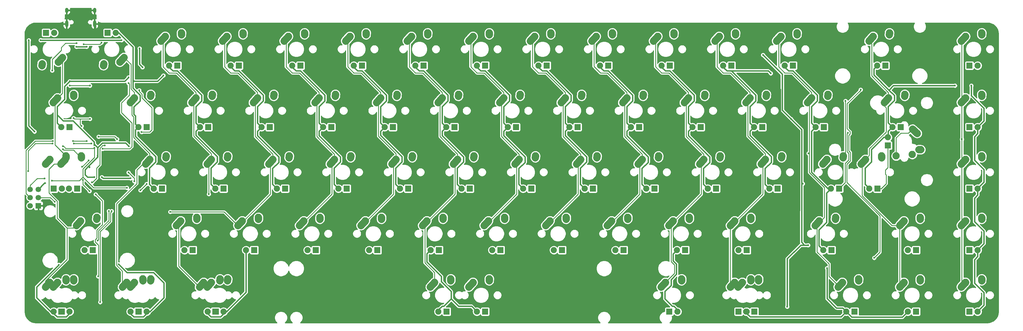
<source format=gtl>
G04 #@! TF.GenerationSoftware,KiCad,Pcbnew,(5.1.5)-3*
G04 #@! TF.CreationDate,2020-06-04T02:19:35-07:00*
G04 #@! TF.ProjectId,Voyager60,566f7961-6765-4723-9630-2e6b69636164,rev?*
G04 #@! TF.SameCoordinates,Original*
G04 #@! TF.FileFunction,Copper,L1,Top*
G04 #@! TF.FilePolarity,Positive*
%FSLAX46Y46*%
G04 Gerber Fmt 4.6, Leading zero omitted, Abs format (unit mm)*
G04 Created by KiCad (PCBNEW (5.1.5)-3) date 2020-06-04 02:19:35*
%MOMM*%
%LPD*%
G04 APERTURE LIST*
%ADD10R,1.905000X1.905000*%
%ADD11C,1.905000*%
%ADD12C,2.250000*%
%ADD13C,2.250000*%
%ADD14O,1.000000X2.100000*%
%ADD15O,1.000000X1.600000*%
%ADD16C,1.700000*%
%ADD17R,1.700000X1.700000*%
%ADD18C,0.600000*%
%ADD19C,0.254000*%
%ADD20C,0.381000*%
G04 APERTURE END LIST*
D10*
X316230000Y-55880000D03*
D11*
X318770000Y-55880000D03*
D12*
X315000000Y-46800000D03*
D13*
X313690000Y-48260000D02*
X315000002Y-46800000D01*
D12*
X320040000Y-45720000D03*
D13*
X320000000Y-46300000D02*
X320040000Y-45720000D01*
D10*
X316230000Y-113030000D03*
D11*
X318770000Y-113030000D03*
D12*
X315000000Y-103950000D03*
D13*
X313690000Y-105410000D02*
X315000002Y-103950000D01*
D12*
X320040000Y-102870000D03*
D13*
X320000000Y-103450000D02*
X320040000Y-102870000D01*
D10*
X316230000Y-93980000D03*
D11*
X318770000Y-93980000D03*
D12*
X315000000Y-84900000D03*
D13*
X313690000Y-86360000D02*
X315000002Y-84900000D01*
D12*
X320040000Y-83820000D03*
D13*
X320000000Y-84400000D02*
X320040000Y-83820000D01*
D10*
X316230000Y-74930000D03*
D11*
X318770000Y-74930000D03*
D12*
X315000000Y-65850000D03*
D13*
X313690000Y-67310000D02*
X315000002Y-65850000D01*
D12*
X320040000Y-64770000D03*
D13*
X320000000Y-65350000D02*
X320040000Y-64770000D01*
D10*
X316230000Y-36830000D03*
D11*
X318770000Y-36830000D03*
D12*
X315000000Y-27750000D03*
D13*
X313690000Y-29210000D02*
X315000002Y-27750000D01*
D12*
X320040000Y-26670000D03*
D13*
X320000000Y-27250000D02*
X320040000Y-26670000D01*
D10*
X166370000Y-113030000D03*
D11*
X163830000Y-113030000D03*
D12*
X162600000Y-103950000D03*
D13*
X161290000Y-105410000D02*
X162600002Y-103950000D01*
D12*
X167640000Y-102870000D03*
D13*
X167600000Y-103450000D02*
X167640000Y-102870000D01*
D10*
X256857500Y-74930000D03*
D11*
X254317500Y-74930000D03*
D12*
X253087500Y-65850000D03*
D13*
X251777500Y-67310000D02*
X253087502Y-65850000D01*
D12*
X258127500Y-64770000D03*
D13*
X258087500Y-65350000D02*
X258127500Y-64770000D01*
D14*
X36897600Y-23907500D03*
X45537600Y-23907500D03*
D15*
X36897600Y-19727500D03*
X45537600Y-19727500D03*
D13*
X62825000Y-46300000D02*
X62865000Y-45720000D01*
D12*
X62865000Y-45720000D03*
D13*
X56515000Y-48260000D02*
X57825002Y-46800000D01*
D12*
X57825000Y-46800000D03*
D11*
X59055000Y-55880000D03*
D10*
X61595000Y-55880000D03*
D12*
X293568750Y-64825000D03*
X298568750Y-64325000D03*
D11*
X290988750Y-59055000D03*
D10*
X290988750Y-61595000D03*
D12*
X300068750Y-57825000D03*
D13*
X298608750Y-56515000D02*
X300068758Y-57824990D01*
D12*
X301148750Y-62865000D03*
D13*
X300568750Y-62825000D02*
X301148750Y-62864998D01*
X300950000Y-103450000D02*
X300990000Y-102870000D01*
D12*
X300990000Y-102870000D03*
D13*
X294640000Y-105410000D02*
X295950002Y-103950000D01*
D12*
X295950000Y-103950000D03*
D11*
X297180000Y-113030000D03*
D10*
X299720000Y-113030000D03*
D13*
X281900000Y-103450000D02*
X281940000Y-102870000D01*
D12*
X281940000Y-102870000D03*
D13*
X275590000Y-105410000D02*
X276900002Y-103950000D01*
D12*
X276900000Y-103950000D03*
D11*
X278130000Y-113030000D03*
D10*
X280670000Y-113030000D03*
D13*
X300950000Y-84400000D02*
X300990000Y-83820000D01*
D12*
X300990000Y-83820000D03*
D13*
X294640000Y-86360000D02*
X295950002Y-84900000D01*
D12*
X295950000Y-84900000D03*
D11*
X297180000Y-93980000D03*
D10*
X299720000Y-93980000D03*
D16*
X25580000Y-75160000D03*
X28120000Y-75160000D03*
X25580000Y-77700000D03*
X28120000Y-77700000D03*
X25580000Y-80240000D03*
D17*
X28120000Y-80240000D03*
D10*
X290195000Y-36830000D03*
D11*
X287655000Y-36830000D03*
D12*
X286425000Y-27750000D03*
D13*
X285115000Y-29210000D02*
X286425002Y-27750000D01*
D12*
X291465000Y-26670000D03*
D13*
X291425000Y-27250000D02*
X291465000Y-26670000D01*
D10*
X154463750Y-113030000D03*
D11*
X151923750Y-113030000D03*
D12*
X150693750Y-103950000D03*
D13*
X149383750Y-105410000D02*
X150693752Y-103950000D01*
D12*
X155733750Y-102870000D03*
D13*
X155693750Y-103450000D02*
X155733750Y-102870000D01*
D10*
X209232500Y-93980000D03*
D11*
X206692500Y-93980000D03*
D12*
X205462500Y-84900000D03*
D13*
X204152500Y-86360000D02*
X205462502Y-84900000D01*
D12*
X210502500Y-83820000D03*
D13*
X210462500Y-84400000D02*
X210502500Y-83820000D01*
D10*
X228282500Y-93980000D03*
D11*
X225742500Y-93980000D03*
D12*
X224512500Y-84900000D03*
D13*
X223202500Y-86360000D02*
X224512502Y-84900000D01*
D12*
X229552500Y-83820000D03*
D13*
X229512500Y-84400000D02*
X229552500Y-83820000D01*
X48300000Y-36250000D02*
X48260000Y-36830000D01*
D12*
X48260000Y-36830000D03*
D13*
X54610000Y-34290000D02*
X53299998Y-35750000D01*
D12*
X53300000Y-35750000D03*
D11*
X52070000Y-26670000D03*
D10*
X49530000Y-26670000D03*
D13*
X72350000Y-27250000D02*
X72390000Y-26670000D01*
D12*
X72390000Y-26670000D03*
D13*
X66040000Y-29210000D02*
X67350002Y-27750000D01*
D12*
X67350000Y-27750000D03*
D11*
X68580000Y-36830000D03*
D10*
X71120000Y-36830000D03*
D13*
X91400000Y-27250000D02*
X91440000Y-26670000D01*
D12*
X91440000Y-26670000D03*
D13*
X85090000Y-29210000D02*
X86400002Y-27750000D01*
D12*
X86400000Y-27750000D03*
D11*
X87630000Y-36830000D03*
D10*
X90170000Y-36830000D03*
D13*
X110450000Y-27250000D02*
X110490000Y-26670000D01*
D12*
X110490000Y-26670000D03*
D13*
X104140000Y-29210000D02*
X105450002Y-27750000D01*
D12*
X105450000Y-27750000D03*
D11*
X106680000Y-36830000D03*
D10*
X109220000Y-36830000D03*
D13*
X129500000Y-27250000D02*
X129540000Y-26670000D01*
D12*
X129540000Y-26670000D03*
D13*
X123190000Y-29210000D02*
X124500002Y-27750000D01*
D12*
X124500000Y-27750000D03*
D11*
X125730000Y-36830000D03*
D10*
X128270000Y-36830000D03*
D13*
X148550000Y-27250000D02*
X148590000Y-26670000D01*
D12*
X148590000Y-26670000D03*
D13*
X142240000Y-29210000D02*
X143550002Y-27750000D01*
D12*
X143550000Y-27750000D03*
D11*
X144780000Y-36830000D03*
D10*
X147320000Y-36830000D03*
D13*
X167600000Y-27250000D02*
X167640000Y-26670000D01*
D12*
X167640000Y-26670000D03*
D13*
X161290000Y-29210000D02*
X162600002Y-27750000D01*
D12*
X162600000Y-27750000D03*
D11*
X163830000Y-36830000D03*
D10*
X166370000Y-36830000D03*
X185420000Y-36830000D03*
D11*
X182880000Y-36830000D03*
D12*
X181650000Y-27750000D03*
D13*
X180340000Y-29210000D02*
X181650002Y-27750000D01*
D12*
X186690000Y-26670000D03*
D13*
X186650000Y-27250000D02*
X186690000Y-26670000D01*
X205700000Y-27250000D02*
X205740000Y-26670000D01*
D12*
X205740000Y-26670000D03*
D13*
X199390000Y-29210000D02*
X200700002Y-27750000D01*
D12*
X200700000Y-27750000D03*
D11*
X201930000Y-36830000D03*
D10*
X204470000Y-36830000D03*
X223520000Y-36830000D03*
D11*
X220980000Y-36830000D03*
D12*
X219750000Y-27750000D03*
D13*
X218440000Y-29210000D02*
X219750002Y-27750000D01*
D12*
X224790000Y-26670000D03*
D13*
X224750000Y-27250000D02*
X224790000Y-26670000D01*
D10*
X242570000Y-36830000D03*
D11*
X240030000Y-36830000D03*
D12*
X238800000Y-27750000D03*
D13*
X237490000Y-29210000D02*
X238800002Y-27750000D01*
D12*
X243840000Y-26670000D03*
D13*
X243800000Y-27250000D02*
X243840000Y-26670000D01*
D10*
X247332500Y-93980000D03*
D11*
X244792500Y-93980000D03*
D12*
X243562500Y-84900000D03*
D13*
X242252500Y-86360000D02*
X243562502Y-84900000D01*
D12*
X248602500Y-83820000D03*
D13*
X248562500Y-84400000D02*
X248602500Y-83820000D01*
D10*
X237807500Y-74930000D03*
D11*
X235267500Y-74930000D03*
D12*
X234037500Y-65850000D03*
D13*
X232727500Y-67310000D02*
X234037502Y-65850000D01*
D12*
X239077500Y-64770000D03*
D13*
X239037500Y-65350000D02*
X239077500Y-64770000D01*
D10*
X261620000Y-36830000D03*
D11*
X259080000Y-36830000D03*
D12*
X257850000Y-27750000D03*
D13*
X256540000Y-29210000D02*
X257850002Y-27750000D01*
D12*
X262890000Y-26670000D03*
D13*
X262850000Y-27250000D02*
X262890000Y-26670000D01*
D10*
X252095000Y-55880000D03*
D11*
X249555000Y-55880000D03*
D12*
X248325000Y-46800000D03*
D13*
X247015000Y-48260000D02*
X248325002Y-46800000D01*
D12*
X253365000Y-45720000D03*
D13*
X253325000Y-46300000D02*
X253365000Y-45720000D01*
X296187500Y-46300000D02*
X296227500Y-45720000D01*
D12*
X296227500Y-45720000D03*
D13*
X289877500Y-48260000D02*
X291187502Y-46800000D01*
D12*
X291187500Y-46800000D03*
D11*
X292417500Y-55880000D03*
D10*
X294957500Y-55880000D03*
D13*
X277137500Y-65350000D02*
X277177500Y-64770000D01*
D12*
X277177500Y-64770000D03*
D13*
X270827500Y-67310000D02*
X272137502Y-65850000D01*
D12*
X272137500Y-65850000D03*
D11*
X273367500Y-74930000D03*
D10*
X275907500Y-74930000D03*
X271145000Y-55880000D03*
D11*
X268605000Y-55880000D03*
D12*
X267375000Y-46800000D03*
D13*
X266065000Y-48260000D02*
X267375002Y-46800000D01*
D12*
X272415000Y-45720000D03*
D13*
X272375000Y-46300000D02*
X272415000Y-45720000D01*
D10*
X66357500Y-74930000D03*
D11*
X63817500Y-74930000D03*
D12*
X62587500Y-65850000D03*
D13*
X61277500Y-67310000D02*
X62587502Y-65850000D01*
D12*
X67627500Y-64770000D03*
D13*
X67587500Y-65350000D02*
X67627500Y-64770000D01*
X84256250Y-103450000D02*
X84296250Y-102870000D01*
D12*
X84296250Y-102870000D03*
D13*
X77946250Y-105410000D02*
X79256252Y-103950000D01*
D12*
X79256250Y-103950000D03*
D11*
X80486250Y-113030000D03*
D10*
X83026250Y-113030000D03*
X82867500Y-113030000D03*
D11*
X85407500Y-113030000D03*
D12*
X81637500Y-103950000D03*
D13*
X80327500Y-105410000D02*
X81637502Y-103950000D01*
D12*
X86677500Y-102870000D03*
D13*
X86637500Y-103450000D02*
X86677500Y-102870000D01*
D10*
X152082500Y-93980000D03*
D11*
X149542500Y-93980000D03*
D12*
X148312500Y-84900000D03*
D13*
X147002500Y-86360000D02*
X148312502Y-84900000D01*
D12*
X153352500Y-83820000D03*
D13*
X153312500Y-84400000D02*
X153352500Y-83820000D01*
D10*
X113982500Y-93980000D03*
D11*
X111442500Y-93980000D03*
D12*
X110212500Y-84900000D03*
D13*
X108902500Y-86360000D02*
X110212502Y-84900000D01*
D12*
X115252500Y-83820000D03*
D13*
X115212500Y-84400000D02*
X115252500Y-83820000D01*
X41393750Y-65350000D02*
X41433750Y-64770000D01*
D12*
X41433750Y-64770000D03*
D13*
X35083750Y-67310000D02*
X36393752Y-65850000D01*
D12*
X36393750Y-65850000D03*
D11*
X37623750Y-74930000D03*
D10*
X40163750Y-74930000D03*
X32861250Y-74930000D03*
D11*
X35401250Y-74930000D03*
D12*
X31631250Y-65850000D03*
D13*
X30321250Y-67310000D02*
X31631252Y-65850000D01*
D12*
X36671250Y-64770000D03*
D13*
X36631250Y-65350000D02*
X36671250Y-64770000D01*
X36631250Y-103450000D02*
X36671250Y-102870000D01*
D12*
X36671250Y-102870000D03*
D13*
X30321250Y-105410000D02*
X31631252Y-103950000D01*
D12*
X31631250Y-103950000D03*
D11*
X32861250Y-113030000D03*
D10*
X35401250Y-113030000D03*
D13*
X39012500Y-103450000D02*
X39052500Y-102870000D01*
D12*
X39052500Y-102870000D03*
D13*
X32702500Y-105410000D02*
X34012502Y-103950000D01*
D12*
X34012500Y-103950000D03*
D11*
X37782500Y-113030000D03*
D10*
X35242500Y-113030000D03*
D13*
X105687500Y-65350000D02*
X105727500Y-64770000D01*
D12*
X105727500Y-64770000D03*
D13*
X99377500Y-67310000D02*
X100687502Y-65850000D01*
D12*
X100687500Y-65850000D03*
D11*
X101917500Y-74930000D03*
D10*
X104457500Y-74930000D03*
X99695000Y-55880000D03*
D11*
X97155000Y-55880000D03*
D12*
X95925000Y-46800000D03*
D13*
X94615000Y-48260000D02*
X95925002Y-46800000D01*
D12*
X100965000Y-45720000D03*
D13*
X100925000Y-46300000D02*
X100965000Y-45720000D01*
D10*
X287813750Y-74930000D03*
D11*
X285273750Y-74930000D03*
D12*
X284043750Y-65850000D03*
D13*
X282733750Y-67310000D02*
X284043752Y-65850000D01*
D12*
X289083750Y-64770000D03*
D13*
X289043750Y-65350000D02*
X289083750Y-64770000D01*
X29250000Y-36250000D02*
X29210000Y-36830000D01*
D12*
X29210000Y-36830000D03*
D13*
X35560000Y-34290000D02*
X34249998Y-35750000D01*
D12*
X34250000Y-35750000D03*
D11*
X33020000Y-26670000D03*
D10*
X30480000Y-26670000D03*
X123507500Y-74930000D03*
D11*
X120967500Y-74930000D03*
D12*
X119737500Y-65850000D03*
D13*
X118427500Y-67310000D02*
X119737502Y-65850000D01*
D12*
X124777500Y-64770000D03*
D13*
X124737500Y-65350000D02*
X124777500Y-64770000D01*
X143787500Y-65350000D02*
X143827500Y-64770000D01*
D12*
X143827500Y-64770000D03*
D13*
X137477500Y-67310000D02*
X138787502Y-65850000D01*
D12*
X138787500Y-65850000D03*
D11*
X140017500Y-74930000D03*
D10*
X142557500Y-74930000D03*
X161607500Y-74930000D03*
D11*
X159067500Y-74930000D03*
D12*
X157837500Y-65850000D03*
D13*
X156527500Y-67310000D02*
X157837502Y-65850000D01*
D12*
X162877500Y-64770000D03*
D13*
X162837500Y-65350000D02*
X162877500Y-64770000D01*
D10*
X194945000Y-55880000D03*
D11*
X192405000Y-55880000D03*
D12*
X191175000Y-46800000D03*
D13*
X189865000Y-48260000D02*
X191175002Y-46800000D01*
D12*
X196215000Y-45720000D03*
D13*
X196175000Y-46300000D02*
X196215000Y-45720000D01*
D10*
X180657500Y-74930000D03*
D11*
X178117500Y-74930000D03*
D12*
X176887500Y-65850000D03*
D13*
X175577500Y-67310000D02*
X176887502Y-65850000D01*
D12*
X181927500Y-64770000D03*
D13*
X181887500Y-65350000D02*
X181927500Y-64770000D01*
D10*
X199707500Y-74930000D03*
D11*
X197167500Y-74930000D03*
D12*
X195937500Y-65850000D03*
D13*
X194627500Y-67310000D02*
X195937502Y-65850000D01*
D12*
X200977500Y-64770000D03*
D13*
X200937500Y-65350000D02*
X200977500Y-64770000D01*
X219987500Y-65350000D02*
X220027500Y-64770000D01*
D12*
X220027500Y-64770000D03*
D13*
X213677500Y-67310000D02*
X214987502Y-65850000D01*
D12*
X214987500Y-65850000D03*
D11*
X216217500Y-74930000D03*
D10*
X218757500Y-74930000D03*
D13*
X191412500Y-84400000D02*
X191452500Y-83820000D01*
D12*
X191452500Y-83820000D03*
D13*
X185102500Y-86360000D02*
X186412502Y-84900000D01*
D12*
X186412500Y-84900000D03*
D11*
X187642500Y-93980000D03*
D10*
X190182500Y-93980000D03*
D13*
X172362500Y-84400000D02*
X172402500Y-83820000D01*
D12*
X172402500Y-83820000D03*
D13*
X166052500Y-86360000D02*
X167362502Y-84900000D01*
D12*
X167362500Y-84900000D03*
D11*
X168592500Y-93980000D03*
D10*
X171132500Y-93980000D03*
X213995000Y-55880000D03*
D11*
X211455000Y-55880000D03*
D12*
X210225000Y-46800000D03*
D13*
X208915000Y-48260000D02*
X210225002Y-46800000D01*
D12*
X215265000Y-45720000D03*
D13*
X215225000Y-46300000D02*
X215265000Y-45720000D01*
X234275000Y-46300000D02*
X234315000Y-45720000D01*
D12*
X234315000Y-45720000D03*
D13*
X227965000Y-48260000D02*
X229275002Y-46800000D01*
D12*
X229275000Y-46800000D03*
D11*
X230505000Y-55880000D03*
D10*
X233045000Y-55880000D03*
D13*
X119975000Y-46300000D02*
X120015000Y-45720000D01*
D12*
X120015000Y-45720000D03*
D13*
X113665000Y-48260000D02*
X114975002Y-46800000D01*
D12*
X114975000Y-46800000D03*
D11*
X116205000Y-55880000D03*
D10*
X118745000Y-55880000D03*
D13*
X227131250Y-103450000D02*
X227171250Y-102870000D01*
D12*
X227171250Y-102870000D03*
D13*
X220821250Y-105410000D02*
X222131252Y-103950000D01*
D12*
X222131250Y-103950000D03*
D11*
X225901250Y-113030000D03*
D10*
X223361250Y-113030000D03*
D13*
X248562500Y-103450000D02*
X248602500Y-102870000D01*
D12*
X248602500Y-102870000D03*
D13*
X242252500Y-105410000D02*
X243562502Y-103950000D01*
D12*
X243562500Y-103950000D03*
D11*
X247332500Y-113030000D03*
D10*
X244792500Y-113030000D03*
X249713750Y-113030000D03*
D11*
X247173750Y-113030000D03*
D12*
X245943750Y-103950000D03*
D13*
X244633750Y-105410000D02*
X245943752Y-103950000D01*
D12*
X250983750Y-102870000D03*
D13*
X250943750Y-103450000D02*
X250983750Y-102870000D01*
X86637500Y-65350000D02*
X86677500Y-64770000D01*
D12*
X86677500Y-64770000D03*
D13*
X80327500Y-67310000D02*
X81637502Y-65850000D01*
D12*
X81637500Y-65850000D03*
D11*
X82867500Y-74930000D03*
D10*
X85407500Y-74930000D03*
D13*
X46156250Y-84400000D02*
X46196250Y-83820000D01*
D12*
X46196250Y-83820000D03*
D13*
X39846250Y-86360000D02*
X41156252Y-84900000D01*
D12*
X41156250Y-84900000D03*
D11*
X42386250Y-93980000D03*
D10*
X44926250Y-93980000D03*
X273526250Y-93980000D03*
D11*
X270986250Y-93980000D03*
D12*
X269756250Y-84900000D03*
D13*
X268446250Y-86360000D02*
X269756252Y-84900000D01*
D12*
X274796250Y-83820000D03*
D13*
X274756250Y-84400000D02*
X274796250Y-83820000D01*
D10*
X137795000Y-55880000D03*
D11*
X135255000Y-55880000D03*
D12*
X134025000Y-46800000D03*
D13*
X132715000Y-48260000D02*
X134025002Y-46800000D01*
D12*
X139065000Y-45720000D03*
D13*
X139025000Y-46300000D02*
X139065000Y-45720000D01*
D10*
X37782500Y-55880000D03*
D11*
X35242500Y-55880000D03*
D12*
X34012500Y-46800000D03*
D13*
X32702500Y-48260000D02*
X34012502Y-46800000D01*
D12*
X39052500Y-45720000D03*
D13*
X39012500Y-46300000D02*
X39052500Y-45720000D01*
D10*
X175895000Y-55880000D03*
D11*
X173355000Y-55880000D03*
D12*
X172125000Y-46800000D03*
D13*
X170815000Y-48260000D02*
X172125002Y-46800000D01*
D12*
X177165000Y-45720000D03*
D13*
X177125000Y-46300000D02*
X177165000Y-45720000D01*
X134262500Y-84400000D02*
X134302500Y-83820000D01*
D12*
X134302500Y-83820000D03*
D13*
X127952500Y-86360000D02*
X129262502Y-84900000D01*
D12*
X129262500Y-84900000D03*
D11*
X130492500Y-93980000D03*
D10*
X133032500Y-93980000D03*
D13*
X81875000Y-46300000D02*
X81915000Y-45720000D01*
D12*
X81915000Y-45720000D03*
D13*
X75565000Y-48260000D02*
X76875002Y-46800000D01*
D12*
X76875000Y-46800000D03*
D11*
X78105000Y-55880000D03*
D10*
X80645000Y-55880000D03*
X59213750Y-113030000D03*
D11*
X56673750Y-113030000D03*
D12*
X55443750Y-103950000D03*
D13*
X54133750Y-105410000D02*
X55443752Y-103950000D01*
D12*
X60483750Y-102870000D03*
D13*
X60443750Y-103450000D02*
X60483750Y-102870000D01*
D10*
X59055000Y-113030000D03*
D11*
X61595000Y-113030000D03*
D12*
X57825000Y-103950000D03*
D13*
X56515000Y-105410000D02*
X57825002Y-103950000D01*
D12*
X62865000Y-102870000D03*
D13*
X62825000Y-103450000D02*
X62865000Y-102870000D01*
D10*
X94932500Y-93980000D03*
D11*
X92392500Y-93980000D03*
D12*
X91162500Y-84900000D03*
D13*
X89852500Y-86360000D02*
X91162502Y-84900000D01*
D12*
X96202500Y-83820000D03*
D13*
X96162500Y-84400000D02*
X96202500Y-83820000D01*
X158075000Y-46300000D02*
X158115000Y-45720000D01*
D12*
X158115000Y-45720000D03*
D13*
X151765000Y-48260000D02*
X153075002Y-46800000D01*
D12*
X153075000Y-46800000D03*
D11*
X154305000Y-55880000D03*
D10*
X156845000Y-55880000D03*
X75882500Y-93980000D03*
D11*
X73342500Y-93980000D03*
D12*
X72112500Y-84900000D03*
D13*
X70802500Y-86360000D02*
X72112502Y-84900000D01*
D12*
X77152500Y-83820000D03*
D13*
X77112500Y-84400000D02*
X77152500Y-83820000D01*
D18*
X277876000Y-47752000D03*
X35687000Y-62738000D03*
X278638000Y-57658000D03*
X38850000Y-60200000D03*
X43057800Y-60220000D03*
X32557225Y-60198839D03*
X44069000Y-43053000D03*
X37846000Y-43053000D03*
X38989000Y-53086000D03*
X44069000Y-53340000D03*
X33175381Y-79024619D03*
X43950000Y-75700000D03*
X41910000Y-72265238D03*
X41470300Y-55550000D03*
X43640861Y-66211901D03*
X41650000Y-68198363D03*
X61595000Y-73533000D03*
X59690000Y-75438000D03*
X55499000Y-74676000D03*
X32300000Y-72450000D03*
X30050000Y-71800000D03*
X35687000Y-61849000D03*
X45466000Y-62357000D03*
X49911000Y-81915000D03*
X46482000Y-91059000D03*
X50800000Y-81915000D03*
X47244000Y-110109000D03*
X45466000Y-71374000D03*
X46482000Y-64770000D03*
X47752000Y-71374000D03*
X56642000Y-71755000D03*
X45466000Y-61468000D03*
X37846000Y-41656000D03*
X57785000Y-41656000D03*
X66802000Y-39878000D03*
X43942000Y-68326000D03*
X56007000Y-40513000D03*
X254762000Y-39243000D03*
X56134000Y-61849000D03*
X30227119Y-73277881D03*
X272160000Y-99572800D03*
X52963119Y-98426881D03*
X34428381Y-98538381D03*
X311760000Y-43050000D03*
X316820000Y-43050000D03*
X80860000Y-76660000D03*
X68922119Y-82127881D03*
X266446000Y-64008000D03*
X60325000Y-37338000D03*
X252349000Y-33528000D03*
X264668000Y-73406000D03*
X259842000Y-111506000D03*
X261022500Y-53377500D03*
X266319000Y-92456000D03*
X26924000Y-57277000D03*
X59436000Y-31496000D03*
X25146000Y-28956000D03*
X53848000Y-28956000D03*
X28816300Y-28943300D03*
X57150000Y-73406000D03*
X49784000Y-73406000D03*
X47625000Y-33909000D03*
X42164000Y-52451000D03*
X43180000Y-44577000D03*
X55880000Y-37973000D03*
X91186000Y-99187000D03*
X89408000Y-98679000D03*
X50546000Y-99187000D03*
X50546000Y-101727000D03*
X254381000Y-98806000D03*
X284988000Y-101600000D03*
X280670000Y-99187000D03*
X113792000Y-99187000D03*
X113792000Y-101219000D03*
X161544000Y-98679000D03*
X161163000Y-100838000D03*
X216281000Y-98806000D03*
X216281000Y-101346000D03*
X257556000Y-44069000D03*
X47879000Y-44577000D03*
X254381000Y-100965000D03*
X246884881Y-100075119D03*
X81760000Y-100080000D03*
X43053000Y-30988000D03*
X39894000Y-31008000D03*
X48006000Y-62611000D03*
X56007000Y-42291000D03*
X44704000Y-73025000D03*
X48641000Y-61595000D03*
X45847000Y-76708000D03*
X46609000Y-102108000D03*
X57785000Y-72644000D03*
X56007000Y-69977000D03*
X32385000Y-38354000D03*
X39966900Y-29933900D03*
X42164000Y-30226000D03*
X47625000Y-29718000D03*
X59309000Y-44450000D03*
X60050000Y-57400000D03*
X286766000Y-96393000D03*
X282575000Y-44323000D03*
X32500000Y-61000000D03*
X39120800Y-61000000D03*
X44550000Y-60950000D03*
X46750000Y-58850000D03*
X52500000Y-59600000D03*
X24948980Y-69491020D03*
X313890000Y-59660000D03*
D19*
X276987000Y-65199500D02*
X277137500Y-65350000D01*
X277876000Y-56134000D02*
X277876000Y-47752000D01*
X277137500Y-65350000D02*
X277137500Y-65000500D01*
X277876000Y-64071500D02*
X277177500Y-64770000D01*
X277876000Y-56134000D02*
X277876000Y-64071500D01*
X41393750Y-65350000D02*
X41347000Y-65350000D01*
X41347000Y-65350000D02*
X38989000Y-62992000D01*
X38989000Y-62992000D02*
X35941000Y-62992000D01*
X35941000Y-62992000D02*
X35687000Y-62738000D01*
X293568750Y-64825000D02*
X293568750Y-59237250D01*
X293568750Y-59237250D02*
X295021000Y-57785000D01*
X297338750Y-57785000D02*
X298608750Y-56515000D01*
X295021000Y-57785000D02*
X297338750Y-57785000D01*
X46156250Y-84400000D02*
X46156250Y-84383250D01*
X290988750Y-61595000D02*
X290988750Y-68421250D01*
X290988750Y-68421250D02*
X290195000Y-69215000D01*
X290195000Y-69215000D02*
X290195000Y-70485000D01*
X290195000Y-70485000D02*
X290449000Y-70739000D01*
X290449000Y-70739000D02*
X290449000Y-73406000D01*
X288925000Y-74930000D02*
X287813750Y-74930000D01*
X290449000Y-73406000D02*
X288925000Y-74930000D01*
X278384000Y-57912000D02*
X278638000Y-57658000D01*
X275907500Y-74930000D02*
X277749000Y-73088500D01*
X277749000Y-73088500D02*
X277749000Y-67183000D01*
X277749000Y-67183000D02*
X278892000Y-66040000D01*
X278892000Y-66040000D02*
X278892000Y-64008000D01*
X278892000Y-64008000D02*
X278384000Y-63500000D01*
X278384000Y-63500000D02*
X278384000Y-57912000D01*
X38850000Y-60200000D02*
X43037800Y-60200000D01*
X43037800Y-60200000D02*
X43057800Y-60220000D01*
X25580000Y-77700000D02*
X24318779Y-76438779D01*
X27191161Y-60198839D02*
X32557225Y-60198839D01*
X42926000Y-43053000D02*
X44069000Y-43053000D01*
X37846000Y-43053000D02*
X40259000Y-43053000D01*
X40259000Y-43053000D02*
X42926000Y-43053000D01*
X24318779Y-76438779D02*
X24318779Y-63071221D01*
X24318779Y-63071221D02*
X27191161Y-60198839D01*
X38989000Y-53086000D02*
X39243000Y-53340000D01*
X28120000Y-77700000D02*
X31850762Y-77700000D01*
X31850762Y-77700000D02*
X33175381Y-79024619D01*
X43950000Y-75700000D02*
X41910000Y-73660000D01*
X41910000Y-73660000D02*
X41910000Y-72265238D01*
X41060000Y-55139700D02*
X41470300Y-55550000D01*
X41060000Y-53340000D02*
X41060000Y-55139700D01*
X41060000Y-53340000D02*
X44069000Y-53340000D01*
X39243000Y-53340000D02*
X41060000Y-53340000D01*
X43640861Y-66211901D02*
X41654399Y-68198363D01*
X41654399Y-68198363D02*
X41650000Y-68198363D01*
X61595000Y-73533000D02*
X59690000Y-75438000D01*
X45212000Y-74676000D02*
X55499000Y-74676000D01*
X41910000Y-71374000D02*
X45212000Y-74676000D01*
X41910000Y-68834000D02*
X41910000Y-71374000D01*
X45466000Y-65278000D02*
X41910000Y-68834000D01*
X41910000Y-71374000D02*
X40834000Y-72450000D01*
X40834000Y-72450000D02*
X32300000Y-72450000D01*
X29625736Y-71800000D02*
X30050000Y-71800000D01*
X25580000Y-73957919D02*
X27737919Y-71800000D01*
X27737919Y-71800000D02*
X29625736Y-71800000D01*
X25580000Y-75160000D02*
X25580000Y-73957919D01*
X45339000Y-62484000D02*
X41021000Y-62484000D01*
X41021000Y-62484000D02*
X36576000Y-62484000D01*
X36576000Y-62484000D02*
X35941000Y-61849000D01*
X35941000Y-61849000D02*
X35687000Y-61849000D01*
X45466000Y-62357000D02*
X45466000Y-65278000D01*
X45466000Y-62357000D02*
X45339000Y-62484000D01*
X49911000Y-81915000D02*
X49911000Y-84836000D01*
X49911000Y-84836000D02*
X46736000Y-88011000D01*
X46736000Y-88011000D02*
X46736000Y-90805000D01*
X46736000Y-90805000D02*
X46482000Y-91059000D01*
X47244000Y-88265000D02*
X47244000Y-110109000D01*
X50419000Y-85090000D02*
X50419000Y-82423000D01*
X50419000Y-85090000D02*
X47244000Y-88265000D01*
X50800000Y-82042000D02*
X50800000Y-81915000D01*
X50419000Y-82423000D02*
X50800000Y-82042000D01*
X57825000Y-45125000D02*
X57825000Y-46800000D01*
X56769000Y-44069000D02*
X57825000Y-45125000D01*
X54610000Y-34290000D02*
X56769000Y-36449000D01*
X56769000Y-36449000D02*
X56769000Y-44069000D01*
X57531000Y-52705000D02*
X57023000Y-52197000D01*
X62587500Y-64111500D02*
X62587500Y-65850000D01*
X61277500Y-62801500D02*
X62587500Y-64111500D01*
X57531000Y-59055000D02*
X57531000Y-52705000D01*
X61277500Y-62801500D02*
X57531000Y-59055000D01*
X57023000Y-52197000D02*
X57023000Y-48768000D01*
X57023000Y-48768000D02*
X56515000Y-48260000D01*
X54133750Y-100488750D02*
X54133750Y-105410000D01*
X61277500Y-67310000D02*
X60452000Y-67310000D01*
X60452000Y-67310000D02*
X58547000Y-69215000D01*
X58547000Y-69215000D02*
X58547000Y-73406000D01*
X52324000Y-98679000D02*
X54133750Y-100488750D01*
X58547000Y-73406000D02*
X52324000Y-79629000D01*
X52324000Y-79629000D02*
X52324000Y-98679000D01*
D20*
X318770000Y-55880000D02*
X318770000Y-57880000D01*
X318770000Y-74930000D02*
X318770000Y-76930000D01*
X318770000Y-76930000D02*
X317817501Y-77882499D01*
X318770000Y-57880000D02*
X317817501Y-58832499D01*
X317817501Y-58832499D02*
X317817501Y-66147501D01*
X317817501Y-77882499D02*
X317817501Y-85197501D01*
X317817501Y-104247501D02*
X320690000Y-107120000D01*
X317817501Y-66147501D02*
X320690000Y-69020000D01*
X320690000Y-91990000D02*
X318750000Y-93930000D01*
X320690000Y-88070000D02*
X320690000Y-91990000D01*
X320690000Y-72940000D02*
X318750000Y-74880000D01*
X320690000Y-69020000D02*
X320690000Y-72940000D01*
X320690000Y-111040000D02*
X318750000Y-112980000D01*
X320690000Y-107120000D02*
X320690000Y-111040000D01*
X57658000Y-51943000D02*
X57658000Y-49657000D01*
X57658000Y-49657000D02*
X59563000Y-47752000D01*
X59563000Y-47752000D02*
X59563000Y-45974000D01*
X59563000Y-45974000D02*
X57404000Y-43815000D01*
X58166000Y-54991000D02*
X59055000Y-55880000D01*
X58166000Y-52451000D02*
X58166000Y-54991000D01*
X58166000Y-52451000D02*
X57658000Y-51943000D01*
X35242500Y-55880000D02*
X35242500Y-55816500D01*
X33020000Y-26670000D02*
X33020000Y-27178000D01*
X291084000Y-54546500D02*
X292417500Y-55880000D01*
X286639000Y-37846000D02*
X286639000Y-39751000D01*
X287655000Y-36830000D02*
X286639000Y-37846000D01*
X292989000Y-46101000D02*
X292989000Y-47625000D01*
X292989000Y-47625000D02*
X291084000Y-49530000D01*
X291084000Y-49530000D02*
X291084000Y-54546500D01*
X289687000Y-59055000D02*
X290988750Y-59055000D01*
X285877000Y-62865000D02*
X289687000Y-59055000D01*
X285877000Y-66675000D02*
X285877000Y-62865000D01*
X283972000Y-68580000D02*
X285877000Y-66675000D01*
X285273750Y-74930000D02*
X283972000Y-73628250D01*
X283972000Y-73628250D02*
X283972000Y-68580000D01*
X292417500Y-55880000D02*
X292354000Y-55880000D01*
X292354000Y-55880000D02*
X291084000Y-57150000D01*
X291084000Y-58959750D02*
X290988750Y-59055000D01*
X291084000Y-57150000D02*
X291084000Y-58959750D01*
X87630000Y-36830000D02*
X87630000Y-37211000D01*
X87630000Y-37211000D02*
X88900000Y-38481000D01*
X88900000Y-38481000D02*
X90170000Y-38481000D01*
X90170000Y-38481000D02*
X97663000Y-45974000D01*
X97663000Y-45974000D02*
X97663000Y-47752000D01*
X97663000Y-47752000D02*
X95885000Y-49530000D01*
X95885000Y-54610000D02*
X97155000Y-55880000D01*
X95885000Y-49530000D02*
X95885000Y-54610000D01*
X68580000Y-37338000D02*
X68580000Y-36830000D01*
X78105000Y-55880000D02*
X76835000Y-54610000D01*
X76835000Y-54610000D02*
X76835000Y-49530000D01*
X76835000Y-49530000D02*
X78613000Y-47752000D01*
X78613000Y-47752000D02*
X78613000Y-45974000D01*
X69723000Y-38481000D02*
X68580000Y-37338000D01*
X78613000Y-45974000D02*
X71120000Y-38481000D01*
X71120000Y-38481000D02*
X69723000Y-38481000D01*
X106680000Y-37338000D02*
X106680000Y-36830000D01*
X116205000Y-55880000D02*
X114935000Y-54610000D01*
X114935000Y-54610000D02*
X114935000Y-49530000D01*
X114935000Y-49530000D02*
X116713000Y-47752000D01*
X116713000Y-47752000D02*
X116713000Y-45974000D01*
X116713000Y-45974000D02*
X109220000Y-38481000D01*
X107823000Y-38481000D02*
X106680000Y-37338000D01*
X109220000Y-38481000D02*
X107823000Y-38481000D01*
X125730000Y-36830000D02*
X125730000Y-37338000D01*
X125730000Y-37338000D02*
X126873000Y-38481000D01*
X126873000Y-38481000D02*
X128270000Y-38481000D01*
X128270000Y-38481000D02*
X135763000Y-45974000D01*
X135763000Y-45974000D02*
X135763000Y-47752000D01*
X135763000Y-47752000D02*
X133985000Y-49530000D01*
X133985000Y-54610000D02*
X135255000Y-55880000D01*
X133985000Y-49530000D02*
X133985000Y-54610000D01*
X144780000Y-36830000D02*
X144780000Y-37338000D01*
X144780000Y-37338000D02*
X145923000Y-38481000D01*
X145923000Y-38481000D02*
X147320000Y-38481000D01*
X147320000Y-38481000D02*
X154813000Y-45974000D01*
X154813000Y-45974000D02*
X154813000Y-47752000D01*
X154813000Y-47752000D02*
X153035000Y-49530000D01*
X153035000Y-54610000D02*
X154305000Y-55880000D01*
X153035000Y-49530000D02*
X153035000Y-54610000D01*
X163830000Y-36830000D02*
X163830000Y-37338000D01*
X163830000Y-37338000D02*
X164973000Y-38481000D01*
X164973000Y-38481000D02*
X166370000Y-38481000D01*
X166370000Y-38481000D02*
X173863000Y-45974000D01*
X173863000Y-45974000D02*
X173863000Y-47752000D01*
X173863000Y-47752000D02*
X172085000Y-49530000D01*
X172085000Y-54610000D02*
X173355000Y-55880000D01*
X172085000Y-49530000D02*
X172085000Y-54610000D01*
X191135000Y-54610000D02*
X192405000Y-55880000D01*
X191135000Y-49530000D02*
X191135000Y-54610000D01*
X182880000Y-37338000D02*
X184023000Y-38481000D01*
X184023000Y-38481000D02*
X185420000Y-38481000D01*
X185420000Y-38481000D02*
X192913000Y-45974000D01*
X182880000Y-36830000D02*
X182880000Y-37338000D01*
X192913000Y-45974000D02*
X192913000Y-47752000D01*
X192913000Y-47752000D02*
X191135000Y-49530000D01*
X211455000Y-55880000D02*
X210185000Y-54610000D01*
X210185000Y-54610000D02*
X210185000Y-49530000D01*
X203073000Y-38481000D02*
X201930000Y-37338000D01*
X210185000Y-49530000D02*
X211963000Y-47752000D01*
X201930000Y-37338000D02*
X201930000Y-36830000D01*
X211963000Y-47752000D02*
X211963000Y-45974000D01*
X211963000Y-45974000D02*
X204470000Y-38481000D01*
X204470000Y-38481000D02*
X203073000Y-38481000D01*
X220980000Y-36830000D02*
X220980000Y-37338000D01*
X220980000Y-37338000D02*
X222123000Y-38481000D01*
X222123000Y-38481000D02*
X223520000Y-38481000D01*
X223520000Y-38481000D02*
X231013000Y-45974000D01*
X231013000Y-45974000D02*
X231013000Y-47752000D01*
X231013000Y-47752000D02*
X229235000Y-49530000D01*
X229235000Y-54610000D02*
X230505000Y-55880000D01*
X229235000Y-49530000D02*
X229235000Y-54610000D01*
X229235000Y-57150000D02*
X230505000Y-55880000D01*
X233934000Y-73596500D02*
X233934000Y-68707000D01*
X235267500Y-74930000D02*
X233934000Y-73596500D01*
X233934000Y-68707000D02*
X235839000Y-66802000D01*
X235839000Y-66802000D02*
X235839000Y-65151000D01*
X235839000Y-65151000D02*
X229235000Y-58547000D01*
X229235000Y-58547000D02*
X229235000Y-57150000D01*
X240030000Y-36830000D02*
X240030000Y-37338000D01*
X240030000Y-37338000D02*
X241173000Y-38481000D01*
X241173000Y-38481000D02*
X242570000Y-38481000D01*
X250063000Y-45974000D02*
X250063000Y-47752000D01*
X250063000Y-47752000D02*
X248285000Y-49530000D01*
X248285000Y-54610000D02*
X249555000Y-55880000D01*
X248285000Y-49530000D02*
X248285000Y-54610000D01*
X248285000Y-57150000D02*
X248285000Y-58420000D01*
X249555000Y-55880000D02*
X248285000Y-57150000D01*
X248285000Y-58420000D02*
X254889000Y-65024000D01*
X254889000Y-65024000D02*
X254889000Y-66802000D01*
X254889000Y-66802000D02*
X252984000Y-68707000D01*
X252984000Y-73596500D02*
X254317500Y-74930000D01*
X252984000Y-68707000D02*
X252984000Y-73596500D01*
X267335000Y-54610000D02*
X268605000Y-55880000D01*
X267335000Y-49530000D02*
X267335000Y-54610000D01*
X259080000Y-37338000D02*
X260223000Y-38481000D01*
X259080000Y-36830000D02*
X259080000Y-37338000D01*
X261620000Y-38481000D02*
X269113000Y-45974000D01*
X269113000Y-45974000D02*
X269113000Y-47752000D01*
X260223000Y-38481000D02*
X261620000Y-38481000D01*
X269113000Y-47752000D02*
X267335000Y-49530000D01*
X272415000Y-74930000D02*
X273367500Y-74930000D01*
X267335000Y-69850000D02*
X272415000Y-74930000D01*
X267335000Y-57150000D02*
X267335000Y-69850000D01*
X268605000Y-55880000D02*
X267335000Y-57150000D01*
X81534000Y-73596500D02*
X82867500Y-74930000D01*
X76835000Y-57150000D02*
X76835000Y-58420000D01*
X78105000Y-55880000D02*
X76835000Y-57150000D01*
X76835000Y-58420000D02*
X83439000Y-65024000D01*
X83439000Y-65024000D02*
X83439000Y-66675000D01*
X83439000Y-66675000D02*
X81534000Y-68580000D01*
X81534000Y-68580000D02*
X81534000Y-73596500D01*
X100584000Y-73596500D02*
X101917500Y-74930000D01*
X95885000Y-57150000D02*
X95885000Y-58547000D01*
X97155000Y-55880000D02*
X95885000Y-57150000D01*
X95885000Y-58547000D02*
X102489000Y-65151000D01*
X102489000Y-65151000D02*
X102489000Y-66802000D01*
X102489000Y-66802000D02*
X100584000Y-68707000D01*
X100584000Y-68707000D02*
X100584000Y-73596500D01*
X114935000Y-57150000D02*
X114935000Y-58547000D01*
X114935000Y-58547000D02*
X121539000Y-65151000D01*
X121539000Y-65151000D02*
X121539000Y-66675000D01*
X119634000Y-73596500D02*
X120967500Y-74930000D01*
X121539000Y-66675000D02*
X119634000Y-68580000D01*
X116205000Y-55880000D02*
X114935000Y-57150000D01*
X119634000Y-68580000D02*
X119634000Y-73596500D01*
X138684000Y-73596500D02*
X140017500Y-74930000D01*
X133985000Y-57150000D02*
X133985000Y-58420000D01*
X133985000Y-58420000D02*
X140589000Y-65024000D01*
X140589000Y-65024000D02*
X140589000Y-66675000D01*
X135255000Y-55880000D02*
X133985000Y-57150000D01*
X140589000Y-66675000D02*
X138684000Y-68580000D01*
X138684000Y-68580000D02*
X138684000Y-73596500D01*
X157734000Y-73596500D02*
X159067500Y-74930000D01*
X153035000Y-57150000D02*
X153035000Y-58547000D01*
X154305000Y-55880000D02*
X153035000Y-57150000D01*
X153035000Y-58547000D02*
X159639000Y-65151000D01*
X159639000Y-65151000D02*
X159639000Y-66675000D01*
X159639000Y-66675000D02*
X157734000Y-68580000D01*
X157734000Y-68580000D02*
X157734000Y-73596500D01*
X176784000Y-73596500D02*
X178117500Y-74930000D01*
X172085000Y-57150000D02*
X172085000Y-58547000D01*
X173355000Y-55880000D02*
X172085000Y-57150000D01*
X172085000Y-58547000D02*
X178689000Y-65151000D01*
X178689000Y-65151000D02*
X178689000Y-66802000D01*
X178689000Y-66802000D02*
X176784000Y-68707000D01*
X176784000Y-68707000D02*
X176784000Y-73596500D01*
X195834000Y-73596500D02*
X197167500Y-74930000D01*
X191135000Y-57150000D02*
X191135000Y-58547000D01*
X192405000Y-55880000D02*
X191135000Y-57150000D01*
X191135000Y-58547000D02*
X197739000Y-65151000D01*
X197739000Y-65151000D02*
X197739000Y-66675000D01*
X197739000Y-66675000D02*
X195834000Y-68580000D01*
X195834000Y-68580000D02*
X195834000Y-73596500D01*
X210185000Y-57150000D02*
X210185000Y-58547000D01*
X211455000Y-55880000D02*
X210185000Y-57150000D01*
X210185000Y-58547000D02*
X216789000Y-65151000D01*
X216789000Y-65151000D02*
X216789000Y-66802000D01*
X214884000Y-73596500D02*
X216217500Y-74930000D01*
X216789000Y-66802000D02*
X214884000Y-68707000D01*
X214884000Y-68707000D02*
X214884000Y-73596500D01*
X61595000Y-113030000D02*
X62611000Y-113030000D01*
X62611000Y-113030000D02*
X66929000Y-108712000D01*
X66929000Y-108712000D02*
X66929000Y-104140000D01*
X66929000Y-104140000D02*
X63754000Y-100965000D01*
X63754000Y-100965000D02*
X55499000Y-100965000D01*
X55499000Y-100965000D02*
X52959000Y-98425000D01*
X34417000Y-98552000D02*
X27559000Y-105410000D01*
X27559000Y-105410000D02*
X27559000Y-108712000D01*
X31877000Y-113030000D02*
X32861250Y-113030000D01*
X27559000Y-108712000D02*
X31877000Y-113030000D01*
X92392500Y-93980000D02*
X92392500Y-106997500D01*
X86360000Y-113030000D02*
X85407500Y-113030000D01*
X92392500Y-106997500D02*
X86360000Y-113030000D01*
X149542500Y-93980000D02*
X149479000Y-93980000D01*
X149479000Y-93980000D02*
X148336000Y-95123000D01*
X148336000Y-95123000D02*
X148336000Y-97663000D01*
X148336000Y-97663000D02*
X152781000Y-102108000D01*
X152781000Y-102108000D02*
X152781000Y-103759000D01*
X152781000Y-103759000D02*
X155829000Y-106807000D01*
X155829000Y-106807000D02*
X155829000Y-109093000D01*
X155829000Y-109093000D02*
X153543000Y-111379000D01*
X151923750Y-112490250D02*
X151923750Y-113030000D01*
X32861250Y-113030000D02*
X32861250Y-113633250D01*
X32861250Y-113633250D02*
X33909000Y-114681000D01*
X33909000Y-114681000D02*
X36703000Y-114681000D01*
X37782500Y-113601500D02*
X37782500Y-113030000D01*
X36703000Y-114681000D02*
X37782500Y-113601500D01*
X56673750Y-113030000D02*
X56673750Y-113696750D01*
X56673750Y-113696750D02*
X57658000Y-114681000D01*
X57658000Y-114681000D02*
X60579000Y-114681000D01*
X61595000Y-113665000D02*
X61595000Y-113030000D01*
X60579000Y-114681000D02*
X61595000Y-113665000D01*
X85407500Y-113728500D02*
X85407500Y-113030000D01*
X84455000Y-114681000D02*
X85407500Y-113728500D01*
X81534000Y-114681000D02*
X84455000Y-114681000D01*
X80486250Y-113633250D02*
X81534000Y-114681000D01*
X80486250Y-113030000D02*
X80486250Y-113633250D01*
X224536000Y-95186500D02*
X225742500Y-93980000D01*
X224536000Y-97282000D02*
X224536000Y-95186500D01*
X225552000Y-98298000D02*
X224536000Y-97282000D01*
X223901000Y-103124000D02*
X225552000Y-101473000D01*
X225901250Y-112490250D02*
X224790000Y-111379000D01*
X225901250Y-113030000D02*
X225901250Y-112490250D01*
X224790000Y-111379000D02*
X224282000Y-111379000D01*
X223901000Y-104902000D02*
X223901000Y-103124000D01*
X224282000Y-111379000D02*
X221996000Y-109093000D01*
X225552000Y-101473000D02*
X225552000Y-98298000D01*
X221996000Y-109093000D02*
X221996000Y-106807000D01*
X221996000Y-106807000D02*
X223901000Y-104902000D01*
X48133000Y-71755000D02*
X47752000Y-71374000D01*
X56642000Y-71755000D02*
X48133000Y-71755000D01*
X46482000Y-62738000D02*
X46482000Y-64770000D01*
X46482000Y-62230000D02*
X46482000Y-62738000D01*
X45720000Y-61468000D02*
X46482000Y-62230000D01*
X45466000Y-61468000D02*
X45720000Y-61468000D01*
X59055000Y-55880000D02*
X59055000Y-56388000D01*
X58166000Y-56769000D02*
X58166000Y-58801000D01*
X64389000Y-66675000D02*
X62484000Y-68580000D01*
X64389000Y-65024000D02*
X64389000Y-66675000D01*
X58166000Y-58801000D02*
X64389000Y-65024000D01*
X59055000Y-55880000D02*
X58166000Y-56769000D01*
X62484000Y-68580000D02*
X62484000Y-73596500D01*
X62484000Y-73596500D02*
X63817500Y-74930000D01*
X37846000Y-41656000D02*
X36195000Y-43307000D01*
X37846000Y-41656000D02*
X54610000Y-41656000D01*
X57785000Y-41656000D02*
X57404000Y-41656000D01*
X57404000Y-43815000D02*
X57404000Y-41656000D01*
X57404000Y-41656000D02*
X57404000Y-31115000D01*
X65024000Y-41656000D02*
X64262000Y-41656000D01*
X66802000Y-39878000D02*
X65024000Y-41656000D01*
X57785000Y-41656000D02*
X64262000Y-41656000D01*
X46482000Y-64770000D02*
X46482000Y-65151000D01*
X42545000Y-69088000D02*
X42545000Y-70612000D01*
X43307000Y-71374000D02*
X45466000Y-71374000D01*
X42545000Y-70612000D02*
X43307000Y-71374000D01*
X43942000Y-68199000D02*
X43688000Y-67945000D01*
X43942000Y-68326000D02*
X43942000Y-68199000D01*
X46482000Y-65151000D02*
X43688000Y-67945000D01*
X43688000Y-67945000D02*
X42545000Y-69088000D01*
X272034000Y-76263500D02*
X273367500Y-74930000D01*
X272034000Y-85344000D02*
X272034000Y-76263500D01*
X269621000Y-87757000D02*
X272034000Y-85344000D01*
X270986250Y-93980000D02*
X269621000Y-92614750D01*
X269621000Y-92614750D02*
X269621000Y-87757000D01*
X36195000Y-43307000D02*
X36195000Y-46482000D01*
X33909000Y-49530000D02*
X33909000Y-52070000D01*
X33909000Y-54610000D02*
X33909000Y-52070000D01*
X36195000Y-46482000D02*
X36195000Y-47244000D01*
X35179000Y-55880000D02*
X33909000Y-54610000D01*
X35242500Y-55880000D02*
X35179000Y-55880000D01*
X36195000Y-47244000D02*
X33909000Y-49530000D01*
X45339000Y-61087000D02*
X45720000Y-61468000D01*
X45339000Y-60452000D02*
X45339000Y-61087000D01*
X38862000Y-53975000D02*
X45339000Y-60452000D01*
X35814000Y-53975000D02*
X38862000Y-53975000D01*
X33909000Y-52070000D02*
X35814000Y-53975000D01*
X158115000Y-111379000D02*
X155829000Y-109093000D01*
X163830000Y-113030000D02*
X162179000Y-111379000D01*
X162179000Y-111379000D02*
X158115000Y-111379000D01*
X54610000Y-41656000D02*
X53975000Y-41656000D01*
X54610000Y-41656000D02*
X54864000Y-41656000D01*
X54864000Y-41656000D02*
X56007000Y-40513000D01*
X242570000Y-38481000D02*
X246888000Y-42799000D01*
X246888000Y-42799000D02*
X250063000Y-45974000D01*
X254000000Y-38481000D02*
X254762000Y-39243000D01*
X242570000Y-38481000D02*
X254000000Y-38481000D01*
X153543000Y-111379000D02*
X153035000Y-111379000D01*
X153035000Y-111379000D02*
X151923750Y-112490250D01*
X30002119Y-73277881D02*
X28120000Y-75160000D01*
X30227119Y-73277881D02*
X30002119Y-73277881D01*
X276479000Y-114681000D02*
X278130000Y-113030000D01*
X248412000Y-114681000D02*
X276479000Y-114681000D01*
X247173750Y-113030000D02*
X247173750Y-113442750D01*
X247173750Y-113442750D02*
X248412000Y-114681000D01*
X278130000Y-113030000D02*
X279840000Y-114740000D01*
X295470000Y-114740000D02*
X297180000Y-113030000D01*
X279840000Y-114740000D02*
X295470000Y-114740000D01*
X277012399Y-111912399D02*
X275102399Y-111912399D01*
X278130000Y-113030000D02*
X277012399Y-111912399D01*
X272160000Y-108970000D02*
X275102399Y-111912399D01*
X272160000Y-99572800D02*
X272160000Y-108970000D01*
X52959000Y-98425000D02*
X52961238Y-98425000D01*
X52961238Y-98425000D02*
X52963119Y-98426881D01*
X34417000Y-98552000D02*
X34417000Y-98549762D01*
X34417000Y-98549762D02*
X34428381Y-98538381D01*
X291314000Y-44426000D02*
X292989000Y-46101000D01*
X286639000Y-39751000D02*
X291314000Y-44426000D01*
X55118000Y-60833000D02*
X56134000Y-61849000D01*
X46482000Y-62230000D02*
X47879000Y-60833000D01*
X47879000Y-60833000D02*
X55118000Y-60833000D01*
X52959000Y-26670000D02*
X52070000Y-26670000D01*
X57404000Y-31115000D02*
X52959000Y-26670000D01*
X292690000Y-43050000D02*
X311760000Y-43050000D01*
X291314000Y-44426000D02*
X292690000Y-43050000D01*
X316820000Y-43050000D02*
X316820000Y-46130000D01*
X316820000Y-46130000D02*
X320710000Y-50020000D01*
X320710000Y-53940000D02*
X318770000Y-55880000D01*
X320710000Y-50020000D02*
X320710000Y-53940000D01*
X317817501Y-85197501D02*
X320690000Y-88070000D01*
X318770000Y-93980000D02*
X318770000Y-95980000D01*
X317817501Y-96932499D02*
X317817501Y-104247501D01*
X318770000Y-95980000D02*
X317817501Y-96932499D01*
D19*
X80860000Y-67285000D02*
X80860000Y-76660000D01*
X66675000Y-29845000D02*
X66040000Y-29210000D01*
X66675000Y-37211000D02*
X66675000Y-29845000D01*
X68580000Y-39116000D02*
X66675000Y-37211000D01*
X70866000Y-39116000D02*
X68580000Y-39116000D01*
X76875000Y-46800000D02*
X76875000Y-45125000D01*
X76875000Y-45125000D02*
X70866000Y-39116000D01*
X76200000Y-48895000D02*
X75565000Y-48260000D01*
X76200000Y-58674000D02*
X76200000Y-48895000D01*
X81637500Y-64111500D02*
X76200000Y-58674000D01*
X81637500Y-65850000D02*
X81637500Y-64111500D01*
X71501000Y-87058500D02*
X70802500Y-86360000D01*
X71501000Y-98964750D02*
X71501000Y-87058500D01*
X77946250Y-105410000D02*
X71501000Y-98964750D01*
X80899000Y-67881500D02*
X80327500Y-67310000D01*
X99910000Y-67285000D02*
X99910000Y-76660000D01*
X100687500Y-64238500D02*
X100687500Y-65850000D01*
X85725000Y-29845000D02*
X85090000Y-29210000D01*
X85725000Y-37211000D02*
X85725000Y-29845000D01*
X87630000Y-39116000D02*
X85725000Y-37211000D01*
X89916000Y-39116000D02*
X87630000Y-39116000D01*
X95925000Y-46800000D02*
X95925000Y-45125000D01*
X95925000Y-45125000D02*
X89916000Y-39116000D01*
X95250000Y-48895000D02*
X94615000Y-48260000D01*
X95250000Y-58801000D02*
X95250000Y-48895000D01*
X95250000Y-58801000D02*
X100687500Y-64238500D01*
X90210000Y-86360000D02*
X99910000Y-76660000D01*
X89852500Y-86360000D02*
X90210000Y-86360000D01*
X68922119Y-82127881D02*
X85620381Y-82127881D01*
X85620381Y-82127881D02*
X89852500Y-86360000D01*
X118960000Y-67285000D02*
X118960000Y-76660000D01*
X119737500Y-64238500D02*
X119737500Y-65850000D01*
X104775000Y-29845000D02*
X104140000Y-29210000D01*
X104775000Y-37211000D02*
X104775000Y-29845000D01*
X106680000Y-39116000D02*
X104775000Y-37211000D01*
X108966000Y-39116000D02*
X106680000Y-39116000D01*
X114975000Y-45125000D02*
X108966000Y-39116000D01*
X114975000Y-46800000D02*
X114975000Y-45125000D01*
X114300000Y-48895000D02*
X113665000Y-48260000D01*
X114300000Y-58801000D02*
X114300000Y-48895000D01*
X114300000Y-58801000D02*
X119737500Y-64238500D01*
X109260000Y-86360000D02*
X118960000Y-76660000D01*
X108902500Y-86360000D02*
X109260000Y-86360000D01*
X138010000Y-67285000D02*
X138010000Y-76660000D01*
X138787500Y-64111500D02*
X138787500Y-65850000D01*
X123825000Y-29845000D02*
X123190000Y-29210000D01*
X123825000Y-37211000D02*
X123825000Y-29845000D01*
X125730000Y-39116000D02*
X123825000Y-37211000D01*
X128016000Y-39116000D02*
X125730000Y-39116000D01*
X134025000Y-46800000D02*
X134025000Y-45125000D01*
X134025000Y-45125000D02*
X128016000Y-39116000D01*
X133350000Y-48895000D02*
X132715000Y-48260000D01*
X133350000Y-58674000D02*
X133350000Y-48895000D01*
X133350000Y-58674000D02*
X138787500Y-64111500D01*
X128310000Y-86360000D02*
X138010000Y-76660000D01*
X127952500Y-86360000D02*
X128310000Y-86360000D01*
X157060000Y-67285000D02*
X157060000Y-76660000D01*
X157837500Y-64238500D02*
X157837500Y-65850000D01*
X142875000Y-29845000D02*
X142240000Y-29210000D01*
X142875000Y-37211000D02*
X142875000Y-29845000D01*
X144780000Y-39116000D02*
X142875000Y-37211000D01*
X147066000Y-39116000D02*
X144780000Y-39116000D01*
X153075000Y-46800000D02*
X153075000Y-45125000D01*
X153075000Y-45125000D02*
X147066000Y-39116000D01*
X152400000Y-48895000D02*
X151765000Y-48260000D01*
X152400000Y-58801000D02*
X152400000Y-48895000D01*
X152400000Y-58801000D02*
X157837500Y-64238500D01*
X147701000Y-87058500D02*
X147002500Y-86360000D01*
X150693750Y-100909750D02*
X147701000Y-97917000D01*
X150693750Y-103950000D02*
X150693750Y-100909750D01*
X147701000Y-97917000D02*
X147701000Y-87058500D01*
X147360000Y-86360000D02*
X157060000Y-76660000D01*
X147002500Y-86360000D02*
X147360000Y-86360000D01*
X176887500Y-64238500D02*
X176887500Y-65850000D01*
X171450000Y-48895000D02*
X170815000Y-48260000D01*
X171450000Y-58801000D02*
X171450000Y-48895000D01*
X171450000Y-58801000D02*
X176887500Y-64238500D01*
X172125000Y-46800000D02*
X172125000Y-45125000D01*
X172125000Y-45125000D02*
X166116000Y-39116000D01*
X161925000Y-37211000D02*
X161925000Y-29845000D01*
X161925000Y-29845000D02*
X161290000Y-29210000D01*
X166116000Y-39116000D02*
X163830000Y-39116000D01*
X163830000Y-39116000D02*
X161925000Y-37211000D01*
X166052500Y-86210000D02*
X166052500Y-86360000D01*
X176110000Y-67285000D02*
X176110000Y-76660000D01*
X166410000Y-86360000D02*
X176110000Y-76660000D01*
X166052500Y-86360000D02*
X166410000Y-86360000D01*
X195160000Y-67285000D02*
X195160000Y-76660000D01*
X195937500Y-64238500D02*
X195937500Y-65850000D01*
X180975000Y-29845000D02*
X180340000Y-29210000D01*
X180975000Y-37211000D02*
X180975000Y-29845000D01*
X182880000Y-39116000D02*
X180975000Y-37211000D01*
X185166000Y-39116000D02*
X182880000Y-39116000D01*
X191175000Y-46800000D02*
X191175000Y-45125000D01*
X191175000Y-45125000D02*
X185166000Y-39116000D01*
X190500000Y-48895000D02*
X189865000Y-48260000D01*
X190500000Y-58801000D02*
X190500000Y-48895000D01*
X190500000Y-58801000D02*
X195937500Y-64238500D01*
X185460000Y-86360000D02*
X195160000Y-76660000D01*
X185102500Y-86360000D02*
X185460000Y-86360000D01*
X214210000Y-67285000D02*
X214210000Y-76660000D01*
X214987500Y-64238500D02*
X214987500Y-65850000D01*
X200025000Y-29845000D02*
X199390000Y-29210000D01*
X200025000Y-37084000D02*
X200025000Y-29845000D01*
X202057000Y-39116000D02*
X200025000Y-37084000D01*
X204216000Y-39116000D02*
X202057000Y-39116000D01*
X210225000Y-45125000D02*
X204216000Y-39116000D01*
X210225000Y-46800000D02*
X210225000Y-45125000D01*
X209550000Y-48895000D02*
X208915000Y-48260000D01*
X209550000Y-58801000D02*
X209550000Y-48895000D01*
X209550000Y-58801000D02*
X214987500Y-64238500D01*
X204152500Y-86210000D02*
X204152500Y-86360000D01*
X204510000Y-86360000D02*
X214210000Y-76660000D01*
X204152500Y-86360000D02*
X204510000Y-86360000D01*
X233260000Y-67285000D02*
X233260000Y-76660000D01*
X234037500Y-64238500D02*
X234037500Y-65850000D01*
X219075000Y-29845000D02*
X218440000Y-29210000D01*
X219075000Y-37211000D02*
X219075000Y-29845000D01*
X220980000Y-39116000D02*
X219075000Y-37211000D01*
X223266000Y-39116000D02*
X220980000Y-39116000D01*
X229275000Y-45125000D02*
X223266000Y-39116000D01*
X229275000Y-46800000D02*
X229275000Y-45125000D01*
X228600000Y-48895000D02*
X227965000Y-48260000D01*
X228600000Y-58801000D02*
X228600000Y-48895000D01*
X228600000Y-58801000D02*
X234037500Y-64238500D01*
X223901000Y-87058500D02*
X223202500Y-86360000D01*
X223901000Y-94361000D02*
X223901000Y-87058500D01*
X223901000Y-94361000D02*
X223901000Y-97536000D01*
X223901000Y-97536000D02*
X224917000Y-98552000D01*
X224917000Y-101164250D02*
X222131250Y-103950000D01*
X224917000Y-98552000D02*
X224917000Y-101164250D01*
X223202500Y-86210000D02*
X223202500Y-86360000D01*
X223560000Y-86360000D02*
X233260000Y-76660000D01*
X223202500Y-86360000D02*
X223560000Y-86360000D01*
X252310000Y-67285000D02*
X252310000Y-76660000D01*
X242252500Y-86360000D02*
X242252500Y-105410000D01*
X253087500Y-64111500D02*
X253087500Y-65850000D01*
X238125000Y-29845000D02*
X237490000Y-29210000D01*
X238125000Y-37211000D02*
X238125000Y-29845000D01*
X240030000Y-39116000D02*
X238125000Y-37211000D01*
X242316000Y-39116000D02*
X240030000Y-39116000D01*
X248325000Y-46800000D02*
X248325000Y-45125000D01*
X248325000Y-45125000D02*
X242316000Y-39116000D01*
X247650000Y-48895000D02*
X247015000Y-48260000D01*
X247650000Y-58674000D02*
X247650000Y-48895000D01*
X247650000Y-58674000D02*
X253087500Y-64111500D01*
X242610000Y-86360000D02*
X252310000Y-76660000D01*
X242252500Y-86360000D02*
X242610000Y-86360000D01*
X266700000Y-48895000D02*
X266065000Y-48260000D01*
X266700000Y-54864000D02*
X266700000Y-48895000D01*
X266700000Y-54864000D02*
X266700000Y-63754000D01*
X266700000Y-63754000D02*
X266446000Y-64008000D01*
X256540000Y-29210000D02*
X257175000Y-29845000D01*
X257175000Y-29845000D02*
X257175000Y-37211000D01*
X257175000Y-37211000D02*
X259080000Y-39116000D01*
X267375000Y-45125000D02*
X267375000Y-46800000D01*
X261366000Y-39116000D02*
X267375000Y-45125000D01*
X259080000Y-39116000D02*
X261366000Y-39116000D01*
X268446250Y-86916250D02*
X269100290Y-87570290D01*
X268446250Y-86360000D02*
X268446250Y-86916250D01*
X269100290Y-87570290D02*
X269100290Y-94559300D01*
X272790201Y-98249211D02*
X272790201Y-102130201D01*
X269100290Y-94559300D02*
X272790201Y-98249211D01*
X275590000Y-104930000D02*
X275590000Y-105410000D01*
X272790201Y-102130201D02*
X275590000Y-104930000D01*
X268871700Y-86360000D02*
X268446250Y-86360000D01*
X271360900Y-83870800D02*
X268871700Y-86360000D01*
X271360900Y-74612294D02*
X271360900Y-83870800D01*
X266700000Y-69951394D02*
X271360900Y-74612294D01*
X266700000Y-63754000D02*
X266700000Y-69951394D01*
X286004000Y-30099000D02*
X285115000Y-29210000D01*
X286004000Y-40005000D02*
X286004000Y-30099000D01*
X291187500Y-46800000D02*
X291187500Y-45188500D01*
X291187500Y-45188500D02*
X286004000Y-40005000D01*
X289877500Y-48260000D02*
X289877500Y-49339500D01*
X289877500Y-49339500D02*
X290449000Y-49911000D01*
X290449000Y-49911000D02*
X290449000Y-57404000D01*
X285242000Y-64651750D02*
X284043750Y-65850000D01*
X285242000Y-62611000D02*
X285242000Y-64651750D01*
X290449000Y-57404000D02*
X285242000Y-62611000D01*
X294640000Y-86360000D02*
X294640000Y-105410000D01*
X292238592Y-86360000D02*
X294640000Y-86360000D01*
X283019500Y-77140908D02*
X292238592Y-86360000D01*
X283019500Y-67290950D02*
X283019500Y-77140908D01*
X35560000Y-45402500D02*
X32702500Y-48260000D01*
X35560000Y-34290000D02*
X35560000Y-45402500D01*
X36671250Y-65722500D02*
X35083750Y-67310000D01*
X36671250Y-64770000D02*
X36671250Y-65722500D01*
X33020000Y-67310000D02*
X31369000Y-68961000D01*
X35083750Y-67310000D02*
X33020000Y-67310000D01*
X31369000Y-68961000D02*
X31369000Y-76327000D01*
X31369000Y-76327000D02*
X33909000Y-78867000D01*
X33909000Y-78867000D02*
X33909000Y-84074000D01*
X33909000Y-84074000D02*
X36195000Y-86360000D01*
X32702500Y-105410000D02*
X30321250Y-105410000D01*
X39846250Y-86360000D02*
X39878000Y-86360000D01*
X30321250Y-105410000D02*
X30321250Y-103536750D01*
X30321250Y-103536750D02*
X36957000Y-96901000D01*
X36957000Y-87122000D02*
X36195000Y-86360000D01*
X36957000Y-96901000D02*
X36957000Y-87122000D01*
X39084250Y-87122000D02*
X39846250Y-86360000D01*
X36957000Y-87122000D02*
X39084250Y-87122000D01*
X33274000Y-48831500D02*
X32702500Y-48260000D01*
X33274000Y-61372750D02*
X33274000Y-48831500D01*
X36671250Y-64770000D02*
X33274000Y-61372750D01*
D20*
X59436000Y-31496000D02*
X59436000Y-36449000D01*
X59436000Y-36449000D02*
X60325000Y-37338000D01*
X258318000Y-50673000D02*
X258318000Y-43688000D01*
X258318000Y-43688000D02*
X258318000Y-41021000D01*
X258318000Y-41021000D02*
X258318000Y-39497000D01*
X258318000Y-39497000D02*
X252349000Y-33528000D01*
X263017000Y-55372000D02*
X261874000Y-54229000D01*
X264287000Y-56642000D02*
X263017000Y-55372000D01*
X264414000Y-73406000D02*
X264287000Y-73533000D01*
X264668000Y-73406000D02*
X264414000Y-73406000D01*
X264287000Y-73533000D02*
X264287000Y-56642000D01*
X264287000Y-91313000D02*
X264287000Y-91567000D01*
X264287000Y-91313000D02*
X264287000Y-73533000D01*
X264287000Y-91567000D02*
X265176000Y-92456000D01*
X265176000Y-92456000D02*
X264033000Y-92456000D01*
X264033000Y-92456000D02*
X259842000Y-96647000D01*
X259842000Y-96647000D02*
X259842000Y-111506000D01*
X261874000Y-54229000D02*
X261022500Y-53377500D01*
X261022500Y-53377500D02*
X258318000Y-50673000D01*
X265176000Y-92456000D02*
X265430000Y-92456000D01*
X266319000Y-92456000D02*
X265430000Y-92456000D01*
X26924000Y-57277000D02*
X25146000Y-55499000D01*
X25146000Y-55499000D02*
X25146000Y-28956000D01*
X53835300Y-28943300D02*
X53848000Y-28956000D01*
X34620200Y-28943300D02*
X53835300Y-28943300D01*
X28816300Y-28943300D02*
X34620200Y-28943300D01*
X36860200Y-24130000D02*
X36860200Y-25793700D01*
X51435000Y-73406000D02*
X49784000Y-73406000D01*
X57150000Y-73406000D02*
X51435000Y-73406000D01*
X48895000Y-34036000D02*
X48768000Y-33909000D01*
X48768000Y-33909000D02*
X47625000Y-33909000D01*
X42164000Y-52451000D02*
X42799000Y-51816000D01*
X42799000Y-51816000D02*
X43180000Y-51435000D01*
X43180000Y-51435000D02*
X43180000Y-44577000D01*
X55880000Y-37973000D02*
X52832000Y-37973000D01*
X52832000Y-37973000D02*
X48895000Y-34036000D01*
X91186000Y-99187000D02*
X89916000Y-99187000D01*
X89916000Y-99187000D02*
X89408000Y-98679000D01*
X89408000Y-98679000D02*
X85090000Y-98679000D01*
X50546000Y-99187000D02*
X50546000Y-101727000D01*
X247396000Y-99568000D02*
X248158000Y-98806000D01*
X248158000Y-98806000D02*
X254381000Y-98806000D01*
X284988000Y-101600000D02*
X282575000Y-99187000D01*
X282575000Y-99187000D02*
X280670000Y-99187000D01*
X44577000Y-44577000D02*
X43180000Y-44577000D01*
X113792000Y-99187000D02*
X113792000Y-101219000D01*
X161544000Y-98679000D02*
X161163000Y-99060000D01*
X161163000Y-99060000D02*
X161163000Y-100838000D01*
X216281000Y-98806000D02*
X216281000Y-101346000D01*
X257683000Y-44196000D02*
X257556000Y-44069000D01*
X257683000Y-51054000D02*
X257683000Y-44196000D01*
X263652000Y-57023000D02*
X257683000Y-51054000D01*
X47879000Y-44577000D02*
X44577000Y-44577000D01*
X254381000Y-100965000D02*
X254381000Y-98806000D01*
X254381000Y-91027250D02*
X263652000Y-81756250D01*
X254381000Y-98806000D02*
X254381000Y-91027250D01*
X263652000Y-81756250D02*
X263652000Y-57023000D01*
X36897600Y-19727500D02*
X45537600Y-19727500D01*
X36897600Y-19727500D02*
X36897600Y-23907500D01*
X247392000Y-99568000D02*
X247396000Y-99568000D01*
X246884881Y-100075119D02*
X247392000Y-99568000D01*
X83585264Y-98679000D02*
X85090000Y-98679000D01*
X82184264Y-100080000D02*
X83585264Y-98679000D01*
X81760000Y-100080000D02*
X82184264Y-100080000D01*
X45537600Y-19727500D02*
X45537600Y-23907500D01*
X45834300Y-24003000D02*
X45834300Y-25666700D01*
X45585100Y-23914100D02*
X47248800Y-23914100D01*
X35272700Y-23901400D02*
X36936400Y-23901400D01*
X43053000Y-30988000D02*
X39914000Y-30988000D01*
X39914000Y-30988000D02*
X39894000Y-31008000D01*
D19*
X56261000Y-42545000D02*
X56007000Y-42291000D01*
X56261000Y-45974000D02*
X56261000Y-42545000D01*
X53848000Y-48387000D02*
X56261000Y-45974000D01*
X56388000Y-62611000D02*
X57023000Y-61976000D01*
X57023000Y-54610000D02*
X53848000Y-51435000D01*
X57023000Y-61976000D02*
X57023000Y-54610000D01*
X48006000Y-62611000D02*
X56388000Y-62611000D01*
X53848000Y-51435000D02*
X53848000Y-48387000D01*
X44831000Y-73025000D02*
X44704000Y-73025000D01*
X48006000Y-61595000D02*
X47117000Y-62484000D01*
X47117000Y-62484000D02*
X47117000Y-67564000D01*
X47117000Y-67564000D02*
X46101000Y-68580000D01*
X46101000Y-68580000D02*
X46101000Y-71755000D01*
X48641000Y-61595000D02*
X48006000Y-61595000D01*
X46101000Y-71755000D02*
X44831000Y-73025000D01*
X45847000Y-76708000D02*
X47879000Y-78740000D01*
X47879000Y-78740000D02*
X47879000Y-86106000D01*
X47879000Y-86106000D02*
X46228000Y-87757000D01*
X46228000Y-87757000D02*
X46228000Y-90297000D01*
X46228000Y-90297000D02*
X45720000Y-90805000D01*
X45720000Y-90805000D02*
X45720000Y-91440000D01*
X45720000Y-91440000D02*
X46736000Y-92456000D01*
X46736000Y-92456000D02*
X46736000Y-100584000D01*
X46736000Y-100584000D02*
X46736000Y-101981000D01*
X46736000Y-101981000D02*
X46609000Y-102108000D01*
X57277000Y-71247000D02*
X56007000Y-69977000D01*
X57785000Y-71755000D02*
X57277000Y-71247000D01*
X57785000Y-72644000D02*
X57785000Y-71755000D01*
X32385000Y-34935000D02*
X32385000Y-38354000D01*
X35180000Y-32140000D02*
X32385000Y-34935000D01*
X35180000Y-31260000D02*
X35180000Y-32140000D01*
X39966900Y-29933900D02*
X36506100Y-29933900D01*
X36506100Y-29933900D02*
X35180000Y-31260000D01*
X42164000Y-30226000D02*
X45593000Y-30226000D01*
X45593000Y-30226000D02*
X47117000Y-30226000D01*
X47117000Y-30226000D02*
X47625000Y-29718000D01*
X60198000Y-46863000D02*
X63246000Y-49911000D01*
X60198000Y-45720000D02*
X60198000Y-46863000D01*
X59309000Y-44450000D02*
X59309000Y-44831000D01*
X59309000Y-44831000D02*
X60198000Y-45720000D01*
X62574362Y-57400000D02*
X60050000Y-57400000D01*
X63246000Y-49911000D02*
X63246000Y-56728362D01*
X63246000Y-56728362D02*
X62574362Y-57400000D01*
X279400000Y-63754000D02*
X279400000Y-66294000D01*
X279273000Y-58039000D02*
X278892000Y-58420000D01*
X279273000Y-57277000D02*
X279273000Y-58039000D01*
X278384000Y-56388000D02*
X279273000Y-57277000D01*
X278384000Y-48641000D02*
X278384000Y-56388000D01*
X282575000Y-44450000D02*
X278384000Y-48641000D01*
X278257000Y-73025000D02*
X288544000Y-83312000D01*
X278892000Y-63246000D02*
X279400000Y-63754000D01*
X278892000Y-58420000D02*
X278892000Y-63246000D01*
X282575000Y-44323000D02*
X282575000Y-44450000D01*
X279400000Y-66294000D02*
X278257000Y-67437000D01*
X288544000Y-83312000D02*
X288544000Y-94615000D01*
X288544000Y-94615000D02*
X286766000Y-96393000D01*
X278257000Y-67437000D02*
X278257000Y-73025000D01*
X39120800Y-61000000D02*
X44500000Y-61000000D01*
X44500000Y-61000000D02*
X44550000Y-60950000D01*
X46750000Y-58850000D02*
X51750000Y-58850000D01*
X51750000Y-58850000D02*
X52500000Y-59600000D01*
X24948980Y-69491020D02*
X24948980Y-63221020D01*
X27170000Y-61000000D02*
X32500000Y-61000000D01*
X24948980Y-63221020D02*
X27170000Y-61000000D01*
X313890000Y-67350000D02*
X313890000Y-86400000D01*
X313890000Y-29210000D02*
X313890000Y-48260000D01*
X313890000Y-59660000D02*
X313890000Y-48460000D01*
X313890000Y-59660000D02*
X313890000Y-67110000D01*
X313890000Y-86400000D02*
X313890000Y-105450000D01*
G36*
X44402600Y-19300500D02*
G01*
X44402600Y-19600500D01*
X45410600Y-19600500D01*
X45410600Y-19580500D01*
X45664600Y-19580500D01*
X45664600Y-19600500D01*
X45684600Y-19600500D01*
X45684600Y-19854500D01*
X45664600Y-19854500D01*
X45664600Y-20995454D01*
X45839474Y-21121619D01*
X45979901Y-21071363D01*
X45979902Y-22048610D01*
X45982366Y-22073626D01*
X45982323Y-22079785D01*
X45983117Y-22087880D01*
X46003518Y-22281977D01*
X46012405Y-22325269D01*
X45839474Y-22263381D01*
X45664600Y-22389546D01*
X45664600Y-23780500D01*
X46672600Y-23780500D01*
X46672600Y-23325472D01*
X46684865Y-23333620D01*
X46728440Y-23363457D01*
X46735595Y-23367326D01*
X46907918Y-23458951D01*
X46956718Y-23479065D01*
X47005271Y-23499874D01*
X47013041Y-23502279D01*
X47199878Y-23558689D01*
X47251672Y-23568944D01*
X47303325Y-23579923D01*
X47311415Y-23580773D01*
X47505648Y-23599818D01*
X47505665Y-23599818D01*
X47533890Y-23602598D01*
X275350374Y-23602600D01*
X275208774Y-23814519D01*
X275057513Y-24179696D01*
X274980400Y-24567367D01*
X274980400Y-24962633D01*
X275057513Y-25350304D01*
X275208774Y-25715481D01*
X275428372Y-26044133D01*
X275707867Y-26323628D01*
X276036519Y-26543226D01*
X276401696Y-26694487D01*
X276789367Y-26771600D01*
X277184633Y-26771600D01*
X277572304Y-26694487D01*
X277937481Y-26543226D01*
X278266133Y-26323628D01*
X278545628Y-26044133D01*
X278765226Y-25715481D01*
X278916487Y-25350304D01*
X278993600Y-24962633D01*
X278993600Y-24567367D01*
X278916487Y-24179696D01*
X278765226Y-23814519D01*
X278623626Y-23602600D01*
X299226374Y-23602600D01*
X299084774Y-23814519D01*
X298933513Y-24179696D01*
X298856400Y-24567367D01*
X298856400Y-24962633D01*
X298933513Y-25350304D01*
X299084774Y-25715481D01*
X299304372Y-26044133D01*
X299583867Y-26323628D01*
X299912519Y-26543226D01*
X300277696Y-26694487D01*
X300665367Y-26771600D01*
X301060633Y-26771600D01*
X301448304Y-26694487D01*
X301813481Y-26543226D01*
X302142133Y-26323628D01*
X302421628Y-26044133D01*
X302641226Y-25715481D01*
X302792487Y-25350304D01*
X302869600Y-24962633D01*
X302869600Y-24567367D01*
X302792487Y-24179696D01*
X302641226Y-23814519D01*
X302499626Y-23602600D01*
X321739001Y-23602600D01*
X322430737Y-23670425D01*
X323068706Y-23863039D01*
X323657113Y-24175901D01*
X324173547Y-24597093D01*
X324598336Y-25110576D01*
X324915301Y-25696788D01*
X325112364Y-26333398D01*
X325184901Y-27023537D01*
X325184899Y-113041511D01*
X325117074Y-113733237D01*
X324924461Y-114371201D01*
X324611598Y-114959613D01*
X324190406Y-115476046D01*
X323676923Y-115900836D01*
X323090713Y-116217799D01*
X322454100Y-116414863D01*
X321763963Y-116487400D01*
X223535362Y-116487399D01*
X223808628Y-116214133D01*
X224028226Y-115885481D01*
X224179487Y-115520304D01*
X224256600Y-115132633D01*
X224256600Y-114737367D01*
X224202907Y-114467435D01*
X224313750Y-114467435D01*
X224408356Y-114458117D01*
X224499327Y-114430522D01*
X224583165Y-114385709D01*
X224656651Y-114325401D01*
X224716959Y-114251915D01*
X224761772Y-114168077D01*
X224789367Y-114077106D01*
X224798685Y-113982500D01*
X224798685Y-113956973D01*
X224986427Y-114144715D01*
X225221475Y-114301769D01*
X225482647Y-114409950D01*
X225759905Y-114465100D01*
X226042595Y-114465100D01*
X226319853Y-114409950D01*
X226581025Y-114301769D01*
X226816073Y-114144715D01*
X227015965Y-113944823D01*
X227173019Y-113709775D01*
X227281200Y-113448603D01*
X227336350Y-113171345D01*
X227336350Y-112888655D01*
X227281200Y-112611397D01*
X227173019Y-112350225D01*
X227015965Y-112115177D01*
X226978288Y-112077500D01*
X243355065Y-112077500D01*
X243355065Y-113982500D01*
X243364383Y-114077106D01*
X243391978Y-114168077D01*
X243436791Y-114251915D01*
X243497099Y-114325401D01*
X243570585Y-114385709D01*
X243654423Y-114430522D01*
X243745394Y-114458117D01*
X243840000Y-114467435D01*
X245745000Y-114467435D01*
X245839606Y-114458117D01*
X245930577Y-114430522D01*
X246014415Y-114385709D01*
X246087901Y-114325401D01*
X246148209Y-114251915D01*
X246193022Y-114168077D01*
X246213798Y-114099586D01*
X246258927Y-114144715D01*
X246493975Y-114301769D01*
X246755147Y-114409950D01*
X247032405Y-114465100D01*
X247244194Y-114465100D01*
X247912670Y-115133577D01*
X247933744Y-115159256D01*
X248015943Y-115226714D01*
X248036237Y-115243369D01*
X248153169Y-115305871D01*
X248163903Y-115309127D01*
X248280049Y-115344360D01*
X248378941Y-115354100D01*
X248378944Y-115354100D01*
X248412000Y-115357356D01*
X248445056Y-115354100D01*
X276445944Y-115354100D01*
X276479000Y-115357356D01*
X276512056Y-115354100D01*
X276512059Y-115354100D01*
X276610951Y-115344360D01*
X276737830Y-115305871D01*
X276854763Y-115243369D01*
X276957256Y-115159256D01*
X276978334Y-115133572D01*
X277704722Y-114407185D01*
X277711397Y-114409950D01*
X277988655Y-114465100D01*
X278271345Y-114465100D01*
X278548603Y-114409950D01*
X278555278Y-114407185D01*
X279340670Y-115192577D01*
X279361744Y-115218256D01*
X279387422Y-115239329D01*
X279464236Y-115302369D01*
X279519656Y-115331991D01*
X279581170Y-115364871D01*
X279708049Y-115403360D01*
X279806941Y-115413100D01*
X279806951Y-115413100D01*
X279839999Y-115416355D01*
X279873048Y-115413100D01*
X295436944Y-115413100D01*
X295470000Y-115416356D01*
X295503056Y-115413100D01*
X295503059Y-115413100D01*
X295601951Y-115403360D01*
X295728830Y-115364871D01*
X295845763Y-115302369D01*
X295948256Y-115218256D01*
X295969334Y-115192572D01*
X296754722Y-114407185D01*
X296761397Y-114409950D01*
X297038655Y-114465100D01*
X297321345Y-114465100D01*
X297598603Y-114409950D01*
X297859775Y-114301769D01*
X298094823Y-114144715D01*
X298282565Y-113956973D01*
X298282565Y-113982500D01*
X298291883Y-114077106D01*
X298319478Y-114168077D01*
X298364291Y-114251915D01*
X298424599Y-114325401D01*
X298498085Y-114385709D01*
X298581923Y-114430522D01*
X298672894Y-114458117D01*
X298767500Y-114467435D01*
X300672500Y-114467435D01*
X300767106Y-114458117D01*
X300858077Y-114430522D01*
X300941915Y-114385709D01*
X301015401Y-114325401D01*
X301075709Y-114251915D01*
X301120522Y-114168077D01*
X301148117Y-114077106D01*
X301157435Y-113982500D01*
X301157435Y-112077500D01*
X301148117Y-111982894D01*
X301120522Y-111891923D01*
X301075709Y-111808085D01*
X301015401Y-111734599D01*
X300941915Y-111674291D01*
X300858077Y-111629478D01*
X300767106Y-111601883D01*
X300672500Y-111592565D01*
X298767500Y-111592565D01*
X298672894Y-111601883D01*
X298581923Y-111629478D01*
X298498085Y-111674291D01*
X298424599Y-111734599D01*
X298364291Y-111808085D01*
X298319478Y-111891923D01*
X298291883Y-111982894D01*
X298282565Y-112077500D01*
X298282565Y-112103027D01*
X298094823Y-111915285D01*
X297859775Y-111758231D01*
X297598603Y-111650050D01*
X297321345Y-111594900D01*
X297038655Y-111594900D01*
X296761397Y-111650050D01*
X296500225Y-111758231D01*
X296265177Y-111915285D01*
X296065285Y-112115177D01*
X295908231Y-112350225D01*
X295800050Y-112611397D01*
X295744900Y-112888655D01*
X295744900Y-113171345D01*
X295800050Y-113448603D01*
X295802815Y-113455278D01*
X295191194Y-114066900D01*
X282099122Y-114066900D01*
X282107435Y-113982500D01*
X282107435Y-112077500D01*
X282098117Y-111982894D01*
X282070522Y-111891923D01*
X282025709Y-111808085D01*
X281965401Y-111734599D01*
X281891915Y-111674291D01*
X281808077Y-111629478D01*
X281717106Y-111601883D01*
X281622500Y-111592565D01*
X279717500Y-111592565D01*
X279622894Y-111601883D01*
X279531923Y-111629478D01*
X279448085Y-111674291D01*
X279374599Y-111734599D01*
X279314291Y-111808085D01*
X279269478Y-111891923D01*
X279241883Y-111982894D01*
X279232565Y-112077500D01*
X279232565Y-112103027D01*
X279044823Y-111915285D01*
X278809775Y-111758231D01*
X278548603Y-111650050D01*
X278271345Y-111594900D01*
X277988655Y-111594900D01*
X277711397Y-111650050D01*
X277704721Y-111652815D01*
X277511733Y-111459827D01*
X277490655Y-111434143D01*
X277388162Y-111350030D01*
X277271229Y-111287528D01*
X277144350Y-111249039D01*
X277045458Y-111239299D01*
X277045455Y-111239299D01*
X277012399Y-111236043D01*
X276979343Y-111239299D01*
X275381207Y-111239299D01*
X272833100Y-108691194D01*
X272833100Y-103035203D01*
X274278216Y-104480319D01*
X274200301Y-104586483D01*
X274066343Y-104873423D01*
X273990939Y-105180985D01*
X273976985Y-105497346D01*
X274025019Y-105810351D01*
X274133195Y-106107971D01*
X274297354Y-106378768D01*
X274501672Y-106601940D01*
X274453712Y-106592400D01*
X274186288Y-106592400D01*
X273924003Y-106644572D01*
X273676935Y-106746910D01*
X273454580Y-106895483D01*
X273265483Y-107084580D01*
X273116910Y-107306935D01*
X273014572Y-107554003D01*
X272962400Y-107816288D01*
X272962400Y-108083712D01*
X273014572Y-108345997D01*
X273116910Y-108593065D01*
X273265483Y-108815420D01*
X273454580Y-109004517D01*
X273676935Y-109153090D01*
X273924003Y-109255428D01*
X274186288Y-109307600D01*
X274453712Y-109307600D01*
X274715997Y-109255428D01*
X274963065Y-109153090D01*
X275185420Y-109004517D01*
X275374517Y-108815420D01*
X275523090Y-108593065D01*
X275625428Y-108345997D01*
X275677600Y-108083712D01*
X275677600Y-107816288D01*
X275655680Y-107706086D01*
X276923500Y-107706086D01*
X276923500Y-108193914D01*
X277018670Y-108672368D01*
X277205354Y-109123063D01*
X277476377Y-109528677D01*
X277821323Y-109873623D01*
X278226937Y-110144646D01*
X278677632Y-110331330D01*
X279156086Y-110426500D01*
X279643914Y-110426500D01*
X280122368Y-110331330D01*
X280573063Y-110144646D01*
X280978677Y-109873623D01*
X281323623Y-109528677D01*
X281594646Y-109123063D01*
X281781330Y-108672368D01*
X281876500Y-108193914D01*
X281876500Y-107816288D01*
X283122400Y-107816288D01*
X283122400Y-108083712D01*
X283174572Y-108345997D01*
X283276910Y-108593065D01*
X283425483Y-108815420D01*
X283614580Y-109004517D01*
X283836935Y-109153090D01*
X284084003Y-109255428D01*
X284346288Y-109307600D01*
X284613712Y-109307600D01*
X284875997Y-109255428D01*
X285123065Y-109153090D01*
X285345420Y-109004517D01*
X285534517Y-108815420D01*
X285683090Y-108593065D01*
X285785428Y-108345997D01*
X285837600Y-108083712D01*
X285837600Y-107816288D01*
X285785428Y-107554003D01*
X285683090Y-107306935D01*
X285534517Y-107084580D01*
X285345420Y-106895483D01*
X285123065Y-106746910D01*
X284875997Y-106644572D01*
X284613712Y-106592400D01*
X284346288Y-106592400D01*
X284084003Y-106644572D01*
X283836935Y-106746910D01*
X283614580Y-106895483D01*
X283425483Y-107084580D01*
X283276910Y-107306935D01*
X283174572Y-107554003D01*
X283122400Y-107816288D01*
X281876500Y-107816288D01*
X281876500Y-107706086D01*
X281781330Y-107227632D01*
X281594646Y-106776937D01*
X281323623Y-106371323D01*
X280978677Y-106026377D01*
X280573063Y-105755354D01*
X280122368Y-105568670D01*
X279643914Y-105473500D01*
X279156086Y-105473500D01*
X278677632Y-105568670D01*
X278226937Y-105755354D01*
X277821323Y-106026377D01*
X277476377Y-106371323D01*
X277205354Y-106776937D01*
X277018670Y-107227632D01*
X276923500Y-107706086D01*
X275655680Y-107706086D01*
X275625428Y-107554003D01*
X275523090Y-107306935D01*
X275374517Y-107084580D01*
X275278865Y-106988928D01*
X275360985Y-107009061D01*
X275677346Y-107023015D01*
X275990351Y-106974981D01*
X276287971Y-106866805D01*
X276558768Y-106702646D01*
X276733807Y-106542395D01*
X278067527Y-105055962D01*
X278148704Y-104974785D01*
X278216961Y-104872631D01*
X278289702Y-104773517D01*
X278304809Y-104741157D01*
X278324636Y-104711484D01*
X278371647Y-104597988D01*
X278423659Y-104486578D01*
X278432164Y-104451888D01*
X278445820Y-104418919D01*
X278469789Y-104298419D01*
X278499063Y-104179016D01*
X278500636Y-104143342D01*
X278507600Y-104108335D01*
X278507600Y-103985467D01*
X278513017Y-103862654D01*
X278507600Y-103827355D01*
X278507600Y-103791665D01*
X278483632Y-103671171D01*
X278464983Y-103549649D01*
X278452782Y-103516081D01*
X278445820Y-103481081D01*
X278419766Y-103418179D01*
X280290777Y-103418179D01*
X280297733Y-103655392D01*
X280368590Y-103964031D01*
X280498298Y-104252918D01*
X280681873Y-104510949D01*
X280912260Y-104728208D01*
X281180606Y-104896346D01*
X281476596Y-105008902D01*
X281788859Y-105061550D01*
X282105392Y-105052267D01*
X282414031Y-104981410D01*
X282702918Y-104851702D01*
X282960949Y-104668127D01*
X283178208Y-104437740D01*
X283346346Y-104169394D01*
X283458902Y-103873404D01*
X283498357Y-103639391D01*
X283536729Y-103082985D01*
X283547600Y-103028335D01*
X283547600Y-102925356D01*
X283549223Y-102901822D01*
X283547600Y-102846474D01*
X283547600Y-102711665D01*
X283542963Y-102688355D01*
X283542267Y-102664608D01*
X283512113Y-102533263D01*
X283485820Y-102401081D01*
X283476727Y-102379129D01*
X283471410Y-102355968D01*
X283416207Y-102233019D01*
X283364636Y-102108516D01*
X283351435Y-102088759D01*
X283341702Y-102067082D01*
X283263576Y-101957269D01*
X283188704Y-101845215D01*
X283171902Y-101828413D01*
X283158127Y-101809051D01*
X283060079Y-101716590D01*
X282964785Y-101621296D01*
X282945028Y-101608095D01*
X282927740Y-101591792D01*
X282813543Y-101520240D01*
X282701484Y-101445364D01*
X282679529Y-101436270D01*
X282659394Y-101423654D01*
X282533422Y-101375751D01*
X282408919Y-101324180D01*
X282385617Y-101319545D01*
X282363404Y-101311098D01*
X282230517Y-101288693D01*
X282098335Y-101262400D01*
X282074569Y-101262400D01*
X282051141Y-101258450D01*
X281916453Y-101262400D01*
X281781665Y-101262400D01*
X281758356Y-101267037D01*
X281734608Y-101267733D01*
X281603266Y-101297886D01*
X281471081Y-101324180D01*
X281449128Y-101333273D01*
X281425969Y-101338590D01*
X281303026Y-101393790D01*
X281178516Y-101445364D01*
X281158759Y-101458565D01*
X281137082Y-101468298D01*
X281027269Y-101546424D01*
X280915215Y-101621296D01*
X280898413Y-101638098D01*
X280879051Y-101651873D01*
X280786590Y-101749921D01*
X280691296Y-101845215D01*
X280678095Y-101864972D01*
X280661792Y-101882260D01*
X280590240Y-101996457D01*
X280515364Y-102108516D01*
X280506270Y-102130471D01*
X280493654Y-102150606D01*
X280445756Y-102276565D01*
X280394180Y-102401081D01*
X280389544Y-102424388D01*
X280381099Y-102446596D01*
X280358696Y-102579470D01*
X280332400Y-102711665D01*
X280332400Y-102814635D01*
X280290777Y-103418179D01*
X278419766Y-103418179D01*
X278398805Y-103367577D01*
X278356807Y-103252029D01*
X278338295Y-103221491D01*
X278324636Y-103188516D01*
X278256375Y-103086356D01*
X278192648Y-102981232D01*
X278168534Y-102954893D01*
X278148704Y-102925215D01*
X278061813Y-102838324D01*
X277978812Y-102747664D01*
X277950028Y-102726539D01*
X277924785Y-102701296D01*
X277822614Y-102633028D01*
X277723519Y-102560300D01*
X277691162Y-102545194D01*
X277661484Y-102525364D01*
X277547962Y-102478342D01*
X277436579Y-102426343D01*
X277401898Y-102417840D01*
X277368919Y-102404180D01*
X277248385Y-102380204D01*
X277129018Y-102350939D01*
X277093355Y-102349366D01*
X277058335Y-102342400D01*
X276935423Y-102342400D01*
X276812655Y-102336985D01*
X276777369Y-102342400D01*
X276741665Y-102342400D01*
X276621124Y-102366378D01*
X276499650Y-102385019D01*
X276466095Y-102397215D01*
X276431081Y-102404180D01*
X276317530Y-102451214D01*
X276202030Y-102493195D01*
X276171505Y-102511700D01*
X276138516Y-102525364D01*
X276036314Y-102593653D01*
X275931233Y-102657354D01*
X275904905Y-102681458D01*
X275875215Y-102701296D01*
X275788286Y-102788225D01*
X275756195Y-102817605D01*
X275732519Y-102843992D01*
X275651296Y-102925215D01*
X275626957Y-102961641D01*
X275086304Y-103564200D01*
X273399801Y-101877698D01*
X273399801Y-98279152D01*
X273402750Y-98249210D01*
X273390980Y-98129708D01*
X273373324Y-98071506D01*
X273356122Y-98014799D01*
X273299517Y-97908897D01*
X273223339Y-97816073D01*
X273200076Y-97796982D01*
X270811561Y-95408467D01*
X270844905Y-95415100D01*
X271127595Y-95415100D01*
X271404853Y-95359950D01*
X271666025Y-95251769D01*
X271901073Y-95094715D01*
X272088815Y-94906973D01*
X272088815Y-94932500D01*
X272098133Y-95027106D01*
X272125728Y-95118077D01*
X272170541Y-95201915D01*
X272230849Y-95275401D01*
X272304335Y-95335709D01*
X272388173Y-95380522D01*
X272479144Y-95408117D01*
X272573750Y-95417435D01*
X274478750Y-95417435D01*
X274573356Y-95408117D01*
X274664327Y-95380522D01*
X274748165Y-95335709D01*
X274821651Y-95275401D01*
X274881959Y-95201915D01*
X274926772Y-95118077D01*
X274954367Y-95027106D01*
X274963685Y-94932500D01*
X274963685Y-93027500D01*
X274954367Y-92932894D01*
X274926772Y-92841923D01*
X274881959Y-92758085D01*
X274821651Y-92684599D01*
X274748165Y-92624291D01*
X274664327Y-92579478D01*
X274573356Y-92551883D01*
X274478750Y-92542565D01*
X272573750Y-92542565D01*
X272479144Y-92551883D01*
X272388173Y-92579478D01*
X272304335Y-92624291D01*
X272230849Y-92684599D01*
X272170541Y-92758085D01*
X272125728Y-92841923D01*
X272098133Y-92932894D01*
X272088815Y-93027500D01*
X272088815Y-93053027D01*
X271901073Y-92865285D01*
X271666025Y-92708231D01*
X271404853Y-92600050D01*
X271127595Y-92544900D01*
X270844905Y-92544900D01*
X270567647Y-92600050D01*
X270560971Y-92602815D01*
X270294100Y-92335944D01*
X270294100Y-90421017D01*
X270332627Y-90478677D01*
X270677573Y-90823623D01*
X271083187Y-91094646D01*
X271533882Y-91281330D01*
X272012336Y-91376500D01*
X272500164Y-91376500D01*
X272978618Y-91281330D01*
X273429313Y-91094646D01*
X273834927Y-90823623D01*
X274179873Y-90478677D01*
X274450896Y-90073063D01*
X274637580Y-89622368D01*
X274732750Y-89143914D01*
X274732750Y-88766288D01*
X275978650Y-88766288D01*
X275978650Y-89033712D01*
X276030822Y-89295997D01*
X276133160Y-89543065D01*
X276281733Y-89765420D01*
X276470830Y-89954517D01*
X276693185Y-90103090D01*
X276940253Y-90205428D01*
X277202538Y-90257600D01*
X277469962Y-90257600D01*
X277732247Y-90205428D01*
X277979315Y-90103090D01*
X278201670Y-89954517D01*
X278390767Y-89765420D01*
X278539340Y-89543065D01*
X278641678Y-89295997D01*
X278693850Y-89033712D01*
X278693850Y-88766288D01*
X278641678Y-88504003D01*
X278539340Y-88256935D01*
X278390767Y-88034580D01*
X278201670Y-87845483D01*
X277979315Y-87696910D01*
X277732247Y-87594572D01*
X277469962Y-87542400D01*
X277202538Y-87542400D01*
X276940253Y-87594572D01*
X276693185Y-87696910D01*
X276470830Y-87845483D01*
X276281733Y-88034580D01*
X276133160Y-88256935D01*
X276030822Y-88504003D01*
X275978650Y-88766288D01*
X274732750Y-88766288D01*
X274732750Y-88656086D01*
X274637580Y-88177632D01*
X274450896Y-87726937D01*
X274179873Y-87321323D01*
X273834927Y-86976377D01*
X273429313Y-86705354D01*
X272978618Y-86518670D01*
X272500164Y-86423500D01*
X272012336Y-86423500D01*
X271880104Y-86449802D01*
X272486581Y-85843326D01*
X272512255Y-85822256D01*
X272533326Y-85796581D01*
X272533329Y-85796578D01*
X272596369Y-85719764D01*
X272636823Y-85644079D01*
X272658871Y-85602830D01*
X272697360Y-85475951D01*
X272707100Y-85377059D01*
X272707100Y-85377049D01*
X272710355Y-85344001D01*
X272707100Y-85310952D01*
X272707100Y-84368179D01*
X273147027Y-84368179D01*
X273153983Y-84605392D01*
X273224840Y-84914031D01*
X273354548Y-85202918D01*
X273538123Y-85460949D01*
X273768510Y-85678208D01*
X274036856Y-85846346D01*
X274332846Y-85958902D01*
X274645109Y-86011550D01*
X274961642Y-86002267D01*
X275270281Y-85931410D01*
X275559168Y-85801702D01*
X275817199Y-85618127D01*
X276034458Y-85387740D01*
X276202596Y-85119394D01*
X276315152Y-84823404D01*
X276354607Y-84589391D01*
X276392979Y-84032985D01*
X276403850Y-83978335D01*
X276403850Y-83875356D01*
X276405473Y-83851822D01*
X276403850Y-83796474D01*
X276403850Y-83661665D01*
X276399213Y-83638355D01*
X276398517Y-83614608D01*
X276368363Y-83483263D01*
X276342070Y-83351081D01*
X276332977Y-83329129D01*
X276327660Y-83305968D01*
X276272457Y-83183019D01*
X276220886Y-83058516D01*
X276207685Y-83038759D01*
X276197952Y-83017082D01*
X276119826Y-82907269D01*
X276044954Y-82795215D01*
X276028152Y-82778413D01*
X276014377Y-82759051D01*
X275916329Y-82666590D01*
X275821035Y-82571296D01*
X275801278Y-82558095D01*
X275783990Y-82541792D01*
X275669793Y-82470240D01*
X275557734Y-82395364D01*
X275535779Y-82386270D01*
X275515644Y-82373654D01*
X275389672Y-82325751D01*
X275265169Y-82274180D01*
X275241867Y-82269545D01*
X275219654Y-82261098D01*
X275086767Y-82238693D01*
X274954585Y-82212400D01*
X274930819Y-82212400D01*
X274907391Y-82208450D01*
X274772703Y-82212400D01*
X274637915Y-82212400D01*
X274614606Y-82217037D01*
X274590858Y-82217733D01*
X274459516Y-82247886D01*
X274327331Y-82274180D01*
X274305378Y-82283273D01*
X274282219Y-82288590D01*
X274159276Y-82343790D01*
X274034766Y-82395364D01*
X274015009Y-82408565D01*
X273993332Y-82418298D01*
X273883519Y-82496424D01*
X273771465Y-82571296D01*
X273754663Y-82588098D01*
X273735301Y-82601873D01*
X273642840Y-82699921D01*
X273547546Y-82795215D01*
X273534345Y-82814972D01*
X273518042Y-82832260D01*
X273446490Y-82946457D01*
X273371614Y-83058516D01*
X273362520Y-83080471D01*
X273349904Y-83100606D01*
X273302006Y-83226565D01*
X273250430Y-83351081D01*
X273245794Y-83374388D01*
X273237349Y-83396596D01*
X273214946Y-83529470D01*
X273188650Y-83661665D01*
X273188650Y-83764635D01*
X273147027Y-84368179D01*
X272707100Y-84368179D01*
X272707100Y-79708650D01*
X273027073Y-80028623D01*
X273432687Y-80299646D01*
X273883382Y-80486330D01*
X274361836Y-80581500D01*
X274849664Y-80581500D01*
X275328118Y-80486330D01*
X275778813Y-80299646D01*
X276184427Y-80028623D01*
X276529373Y-79683677D01*
X276800396Y-79278063D01*
X276987080Y-78827368D01*
X277082250Y-78348914D01*
X277082250Y-77861086D01*
X276987080Y-77382632D01*
X276800396Y-76931937D01*
X276529373Y-76526323D01*
X276370485Y-76367435D01*
X276860000Y-76367435D01*
X276954606Y-76358117D01*
X277045577Y-76330522D01*
X277129415Y-76285709D01*
X277202901Y-76225401D01*
X277263209Y-76151915D01*
X277308022Y-76068077D01*
X277335617Y-75977106D01*
X277344935Y-75882500D01*
X277344935Y-74354669D01*
X278034751Y-73664854D01*
X287934400Y-83564504D01*
X287934401Y-94362495D01*
X286685895Y-95611002D01*
X286537724Y-95640475D01*
X286395300Y-95699469D01*
X286267121Y-95785115D01*
X286158115Y-95894121D01*
X286072469Y-96022300D01*
X286013475Y-96164724D01*
X285983400Y-96315921D01*
X285983400Y-96470079D01*
X286013475Y-96621276D01*
X286072469Y-96763700D01*
X286158115Y-96891879D01*
X286267121Y-97000885D01*
X286395300Y-97086531D01*
X286537724Y-97145525D01*
X286688921Y-97175600D01*
X286843079Y-97175600D01*
X286994276Y-97145525D01*
X287136700Y-97086531D01*
X287264879Y-97000885D01*
X287373885Y-96891879D01*
X287459531Y-96763700D01*
X287518525Y-96621276D01*
X287547998Y-96473105D01*
X288953873Y-95067231D01*
X288977138Y-95048138D01*
X289053316Y-94955314D01*
X289098748Y-94870316D01*
X289109921Y-94849413D01*
X289144779Y-94734503D01*
X289156549Y-94615000D01*
X289153600Y-94585059D01*
X289153600Y-84137112D01*
X291786361Y-86769873D01*
X291805454Y-86793138D01*
X291898278Y-86869316D01*
X292004180Y-86925921D01*
X292084231Y-86950205D01*
X292119089Y-86960779D01*
X292238592Y-86972549D01*
X292268533Y-86969600D01*
X293151075Y-86969600D01*
X293183195Y-87057971D01*
X293347354Y-87328768D01*
X293551672Y-87551940D01*
X293503712Y-87542400D01*
X293236288Y-87542400D01*
X292974003Y-87594572D01*
X292726935Y-87696910D01*
X292504580Y-87845483D01*
X292315483Y-88034580D01*
X292166910Y-88256935D01*
X292064572Y-88504003D01*
X292012400Y-88766288D01*
X292012400Y-89033712D01*
X292064572Y-89295997D01*
X292166910Y-89543065D01*
X292315483Y-89765420D01*
X292504580Y-89954517D01*
X292726935Y-90103090D01*
X292974003Y-90205428D01*
X293236288Y-90257600D01*
X293503712Y-90257600D01*
X293765997Y-90205428D01*
X294013065Y-90103090D01*
X294030400Y-90091507D01*
X294030401Y-103682229D01*
X293390712Y-104395164D01*
X293250301Y-104586483D01*
X293116343Y-104873423D01*
X293040939Y-105180985D01*
X293026985Y-105497346D01*
X293075019Y-105810351D01*
X293183195Y-106107971D01*
X293347354Y-106378768D01*
X293551672Y-106601940D01*
X293503712Y-106592400D01*
X293236288Y-106592400D01*
X292974003Y-106644572D01*
X292726935Y-106746910D01*
X292504580Y-106895483D01*
X292315483Y-107084580D01*
X292166910Y-107306935D01*
X292064572Y-107554003D01*
X292012400Y-107816288D01*
X292012400Y-108083712D01*
X292064572Y-108345997D01*
X292166910Y-108593065D01*
X292315483Y-108815420D01*
X292504580Y-109004517D01*
X292726935Y-109153090D01*
X292974003Y-109255428D01*
X293236288Y-109307600D01*
X293503712Y-109307600D01*
X293765997Y-109255428D01*
X294013065Y-109153090D01*
X294235420Y-109004517D01*
X294424517Y-108815420D01*
X294573090Y-108593065D01*
X294675428Y-108345997D01*
X294727600Y-108083712D01*
X294727600Y-107816288D01*
X294705680Y-107706086D01*
X295973500Y-107706086D01*
X295973500Y-108193914D01*
X296068670Y-108672368D01*
X296255354Y-109123063D01*
X296526377Y-109528677D01*
X296871323Y-109873623D01*
X297276937Y-110144646D01*
X297727632Y-110331330D01*
X298206086Y-110426500D01*
X298693914Y-110426500D01*
X299172368Y-110331330D01*
X299623063Y-110144646D01*
X300028677Y-109873623D01*
X300373623Y-109528677D01*
X300644646Y-109123063D01*
X300831330Y-108672368D01*
X300926500Y-108193914D01*
X300926500Y-107816288D01*
X302172400Y-107816288D01*
X302172400Y-108083712D01*
X302224572Y-108345997D01*
X302326910Y-108593065D01*
X302475483Y-108815420D01*
X302664580Y-109004517D01*
X302886935Y-109153090D01*
X303134003Y-109255428D01*
X303396288Y-109307600D01*
X303663712Y-109307600D01*
X303925997Y-109255428D01*
X304173065Y-109153090D01*
X304395420Y-109004517D01*
X304584517Y-108815420D01*
X304733090Y-108593065D01*
X304835428Y-108345997D01*
X304887600Y-108083712D01*
X304887600Y-107816288D01*
X304835428Y-107554003D01*
X304733090Y-107306935D01*
X304584517Y-107084580D01*
X304395420Y-106895483D01*
X304173065Y-106746910D01*
X303925997Y-106644572D01*
X303663712Y-106592400D01*
X303396288Y-106592400D01*
X303134003Y-106644572D01*
X302886935Y-106746910D01*
X302664580Y-106895483D01*
X302475483Y-107084580D01*
X302326910Y-107306935D01*
X302224572Y-107554003D01*
X302172400Y-107816288D01*
X300926500Y-107816288D01*
X300926500Y-107706086D01*
X300831330Y-107227632D01*
X300644646Y-106776937D01*
X300373623Y-106371323D01*
X300028677Y-106026377D01*
X299623063Y-105755354D01*
X299172368Y-105568670D01*
X298693914Y-105473500D01*
X298206086Y-105473500D01*
X297727632Y-105568670D01*
X297276937Y-105755354D01*
X296871323Y-106026377D01*
X296526377Y-106371323D01*
X296255354Y-106776937D01*
X296068670Y-107227632D01*
X295973500Y-107706086D01*
X294705680Y-107706086D01*
X294675428Y-107554003D01*
X294573090Y-107306935D01*
X294424517Y-107084580D01*
X294328865Y-106988928D01*
X294410985Y-107009061D01*
X294727346Y-107023015D01*
X295040351Y-106974981D01*
X295337971Y-106866805D01*
X295608768Y-106702646D01*
X295783807Y-106542395D01*
X297117527Y-105055962D01*
X297198704Y-104974785D01*
X297266961Y-104872631D01*
X297339702Y-104773517D01*
X297354809Y-104741157D01*
X297374636Y-104711484D01*
X297421647Y-104597988D01*
X297473659Y-104486578D01*
X297482164Y-104451888D01*
X297495820Y-104418919D01*
X297519789Y-104298419D01*
X297549063Y-104179016D01*
X297550636Y-104143342D01*
X297557600Y-104108335D01*
X297557600Y-103985467D01*
X297563017Y-103862654D01*
X297557600Y-103827355D01*
X297557600Y-103791665D01*
X297533632Y-103671171D01*
X297514983Y-103549649D01*
X297502782Y-103516081D01*
X297495820Y-103481081D01*
X297469766Y-103418179D01*
X299340777Y-103418179D01*
X299347733Y-103655392D01*
X299418590Y-103964031D01*
X299548298Y-104252918D01*
X299731873Y-104510949D01*
X299962260Y-104728208D01*
X300230606Y-104896346D01*
X300526596Y-105008902D01*
X300838859Y-105061550D01*
X301155392Y-105052267D01*
X301464031Y-104981410D01*
X301752918Y-104851702D01*
X302010949Y-104668127D01*
X302228208Y-104437740D01*
X302396346Y-104169394D01*
X302508902Y-103873404D01*
X302548357Y-103639391D01*
X302586729Y-103082985D01*
X302597600Y-103028335D01*
X302597600Y-102925356D01*
X302599223Y-102901822D01*
X302597600Y-102846474D01*
X302597600Y-102711665D01*
X302592963Y-102688355D01*
X302592267Y-102664608D01*
X302562113Y-102533263D01*
X302535820Y-102401081D01*
X302526727Y-102379129D01*
X302521410Y-102355968D01*
X302466207Y-102233019D01*
X302414636Y-102108516D01*
X302401435Y-102088759D01*
X302391702Y-102067082D01*
X302313576Y-101957269D01*
X302238704Y-101845215D01*
X302221902Y-101828413D01*
X302208127Y-101809051D01*
X302110079Y-101716590D01*
X302014785Y-101621296D01*
X301995028Y-101608095D01*
X301977740Y-101591792D01*
X301863543Y-101520240D01*
X301751484Y-101445364D01*
X301729529Y-101436270D01*
X301709394Y-101423654D01*
X301583422Y-101375751D01*
X301458919Y-101324180D01*
X301435617Y-101319545D01*
X301413404Y-101311098D01*
X301280517Y-101288693D01*
X301148335Y-101262400D01*
X301124569Y-101262400D01*
X301101141Y-101258450D01*
X300966453Y-101262400D01*
X300831665Y-101262400D01*
X300808356Y-101267037D01*
X300784608Y-101267733D01*
X300653266Y-101297886D01*
X300521081Y-101324180D01*
X300499128Y-101333273D01*
X300475969Y-101338590D01*
X300353026Y-101393790D01*
X300228516Y-101445364D01*
X300208759Y-101458565D01*
X300187082Y-101468298D01*
X300077269Y-101546424D01*
X299965215Y-101621296D01*
X299948413Y-101638098D01*
X299929051Y-101651873D01*
X299836590Y-101749921D01*
X299741296Y-101845215D01*
X299728095Y-101864972D01*
X299711792Y-101882260D01*
X299640240Y-101996457D01*
X299565364Y-102108516D01*
X299556270Y-102130471D01*
X299543654Y-102150606D01*
X299495756Y-102276565D01*
X299444180Y-102401081D01*
X299439544Y-102424388D01*
X299431099Y-102446596D01*
X299408696Y-102579470D01*
X299382400Y-102711665D01*
X299382400Y-102814635D01*
X299340777Y-103418179D01*
X297469766Y-103418179D01*
X297448805Y-103367577D01*
X297406807Y-103252029D01*
X297388295Y-103221491D01*
X297374636Y-103188516D01*
X297306375Y-103086356D01*
X297242648Y-102981232D01*
X297218534Y-102954893D01*
X297198704Y-102925215D01*
X297111813Y-102838324D01*
X297028812Y-102747664D01*
X297000028Y-102726539D01*
X296974785Y-102701296D01*
X296872614Y-102633028D01*
X296773519Y-102560300D01*
X296741162Y-102545194D01*
X296711484Y-102525364D01*
X296597962Y-102478342D01*
X296486579Y-102426343D01*
X296451898Y-102417840D01*
X296418919Y-102404180D01*
X296298385Y-102380204D01*
X296179018Y-102350939D01*
X296143355Y-102349366D01*
X296108335Y-102342400D01*
X295985423Y-102342400D01*
X295862655Y-102336985D01*
X295827369Y-102342400D01*
X295791665Y-102342400D01*
X295671124Y-102366378D01*
X295549650Y-102385019D01*
X295516095Y-102397215D01*
X295481081Y-102404180D01*
X295367530Y-102451214D01*
X295252030Y-102493195D01*
X295249600Y-102494668D01*
X295249600Y-93838655D01*
X295744900Y-93838655D01*
X295744900Y-94121345D01*
X295800050Y-94398603D01*
X295908231Y-94659775D01*
X296065285Y-94894823D01*
X296265177Y-95094715D01*
X296500225Y-95251769D01*
X296761397Y-95359950D01*
X297038655Y-95415100D01*
X297321345Y-95415100D01*
X297598603Y-95359950D01*
X297859775Y-95251769D01*
X298094823Y-95094715D01*
X298282565Y-94906973D01*
X298282565Y-94932500D01*
X298291883Y-95027106D01*
X298319478Y-95118077D01*
X298364291Y-95201915D01*
X298424599Y-95275401D01*
X298498085Y-95335709D01*
X298581923Y-95380522D01*
X298672894Y-95408117D01*
X298767500Y-95417435D01*
X300672500Y-95417435D01*
X300767106Y-95408117D01*
X300858077Y-95380522D01*
X300941915Y-95335709D01*
X301015401Y-95275401D01*
X301075709Y-95201915D01*
X301120522Y-95118077D01*
X301148117Y-95027106D01*
X301157435Y-94932500D01*
X301157435Y-93027500D01*
X301148117Y-92932894D01*
X301120522Y-92841923D01*
X301075709Y-92758085D01*
X301015401Y-92684599D01*
X300941915Y-92624291D01*
X300858077Y-92579478D01*
X300767106Y-92551883D01*
X300672500Y-92542565D01*
X298767500Y-92542565D01*
X298672894Y-92551883D01*
X298581923Y-92579478D01*
X298498085Y-92624291D01*
X298424599Y-92684599D01*
X298364291Y-92758085D01*
X298319478Y-92841923D01*
X298291883Y-92932894D01*
X298282565Y-93027500D01*
X298282565Y-93053027D01*
X298094823Y-92865285D01*
X297859775Y-92708231D01*
X297598603Y-92600050D01*
X297321345Y-92544900D01*
X297038655Y-92544900D01*
X296761397Y-92600050D01*
X296500225Y-92708231D01*
X296265177Y-92865285D01*
X296065285Y-93065177D01*
X295908231Y-93300225D01*
X295800050Y-93561397D01*
X295744900Y-93838655D01*
X295249600Y-93838655D01*
X295249600Y-88656086D01*
X295973500Y-88656086D01*
X295973500Y-89143914D01*
X296068670Y-89622368D01*
X296255354Y-90073063D01*
X296526377Y-90478677D01*
X296871323Y-90823623D01*
X297276937Y-91094646D01*
X297727632Y-91281330D01*
X298206086Y-91376500D01*
X298693914Y-91376500D01*
X299172368Y-91281330D01*
X299623063Y-91094646D01*
X300028677Y-90823623D01*
X300373623Y-90478677D01*
X300644646Y-90073063D01*
X300831330Y-89622368D01*
X300926500Y-89143914D01*
X300926500Y-88766288D01*
X302172400Y-88766288D01*
X302172400Y-89033712D01*
X302224572Y-89295997D01*
X302326910Y-89543065D01*
X302475483Y-89765420D01*
X302664580Y-89954517D01*
X302886935Y-90103090D01*
X303134003Y-90205428D01*
X303396288Y-90257600D01*
X303663712Y-90257600D01*
X303925997Y-90205428D01*
X304173065Y-90103090D01*
X304395420Y-89954517D01*
X304584517Y-89765420D01*
X304733090Y-89543065D01*
X304835428Y-89295997D01*
X304887600Y-89033712D01*
X304887600Y-88766288D01*
X304835428Y-88504003D01*
X304733090Y-88256935D01*
X304584517Y-88034580D01*
X304395420Y-87845483D01*
X304173065Y-87696910D01*
X303925997Y-87594572D01*
X303663712Y-87542400D01*
X303396288Y-87542400D01*
X303134003Y-87594572D01*
X302886935Y-87696910D01*
X302664580Y-87845483D01*
X302475483Y-88034580D01*
X302326910Y-88256935D01*
X302224572Y-88504003D01*
X302172400Y-88766288D01*
X300926500Y-88766288D01*
X300926500Y-88656086D01*
X300831330Y-88177632D01*
X300644646Y-87726937D01*
X300373623Y-87321323D01*
X300028677Y-86976377D01*
X299623063Y-86705354D01*
X299172368Y-86518670D01*
X298693914Y-86423500D01*
X298206086Y-86423500D01*
X297727632Y-86518670D01*
X297276937Y-86705354D01*
X296871323Y-86976377D01*
X296526377Y-87321323D01*
X296255354Y-87726937D01*
X296068670Y-88177632D01*
X295973500Y-88656086D01*
X295249600Y-88656086D01*
X295249600Y-87848925D01*
X295337971Y-87816805D01*
X295608768Y-87652646D01*
X295783807Y-87492395D01*
X297117527Y-86005962D01*
X297198704Y-85924785D01*
X297266961Y-85822631D01*
X297339702Y-85723517D01*
X297354809Y-85691157D01*
X297374636Y-85661484D01*
X297421647Y-85547988D01*
X297473659Y-85436578D01*
X297482164Y-85401888D01*
X297495820Y-85368919D01*
X297519789Y-85248419D01*
X297549063Y-85129016D01*
X297550636Y-85093342D01*
X297557600Y-85058335D01*
X297557600Y-84935467D01*
X297563017Y-84812654D01*
X297557600Y-84777355D01*
X297557600Y-84741665D01*
X297533632Y-84621171D01*
X297514983Y-84499649D01*
X297502782Y-84466081D01*
X297495820Y-84431081D01*
X297469766Y-84368179D01*
X299340777Y-84368179D01*
X299347733Y-84605392D01*
X299418590Y-84914031D01*
X299548298Y-85202918D01*
X299731873Y-85460949D01*
X299962260Y-85678208D01*
X300230606Y-85846346D01*
X300526596Y-85958902D01*
X300838859Y-86011550D01*
X301155392Y-86002267D01*
X301464031Y-85931410D01*
X301752918Y-85801702D01*
X302010949Y-85618127D01*
X302228208Y-85387740D01*
X302396346Y-85119394D01*
X302508902Y-84823404D01*
X302548357Y-84589391D01*
X302586729Y-84032985D01*
X302597600Y-83978335D01*
X302597600Y-83875356D01*
X302599223Y-83851822D01*
X302597600Y-83796474D01*
X302597600Y-83661665D01*
X302592963Y-83638355D01*
X302592267Y-83614608D01*
X302562113Y-83483263D01*
X302535820Y-83351081D01*
X302526727Y-83329129D01*
X302521410Y-83305968D01*
X302466207Y-83183019D01*
X302414636Y-83058516D01*
X302401435Y-83038759D01*
X302391702Y-83017082D01*
X302313576Y-82907269D01*
X302238704Y-82795215D01*
X302221902Y-82778413D01*
X302208127Y-82759051D01*
X302110079Y-82666590D01*
X302014785Y-82571296D01*
X301995028Y-82558095D01*
X301977740Y-82541792D01*
X301863543Y-82470240D01*
X301751484Y-82395364D01*
X301729529Y-82386270D01*
X301709394Y-82373654D01*
X301583422Y-82325751D01*
X301458919Y-82274180D01*
X301435617Y-82269545D01*
X301413404Y-82261098D01*
X301280517Y-82238693D01*
X301148335Y-82212400D01*
X301124569Y-82212400D01*
X301101141Y-82208450D01*
X300966453Y-82212400D01*
X300831665Y-82212400D01*
X300808356Y-82217037D01*
X300784608Y-82217733D01*
X300653266Y-82247886D01*
X300521081Y-82274180D01*
X300499128Y-82283273D01*
X300475969Y-82288590D01*
X300353026Y-82343790D01*
X300228516Y-82395364D01*
X300208759Y-82408565D01*
X300187082Y-82418298D01*
X300077269Y-82496424D01*
X299965215Y-82571296D01*
X299948413Y-82588098D01*
X299929051Y-82601873D01*
X299836590Y-82699921D01*
X299741296Y-82795215D01*
X299728095Y-82814972D01*
X299711792Y-82832260D01*
X299640240Y-82946457D01*
X299565364Y-83058516D01*
X299556270Y-83080471D01*
X299543654Y-83100606D01*
X299495756Y-83226565D01*
X299444180Y-83351081D01*
X299439544Y-83374388D01*
X299431099Y-83396596D01*
X299408696Y-83529470D01*
X299382400Y-83661665D01*
X299382400Y-83764635D01*
X299340777Y-84368179D01*
X297469766Y-84368179D01*
X297448805Y-84317577D01*
X297406807Y-84202029D01*
X297388295Y-84171491D01*
X297374636Y-84138516D01*
X297306375Y-84036356D01*
X297242648Y-83931232D01*
X297218534Y-83904893D01*
X297198704Y-83875215D01*
X297111813Y-83788324D01*
X297028812Y-83697664D01*
X297000028Y-83676539D01*
X296974785Y-83651296D01*
X296872614Y-83583028D01*
X296773519Y-83510300D01*
X296741162Y-83495194D01*
X296711484Y-83475364D01*
X296597962Y-83428342D01*
X296486579Y-83376343D01*
X296451898Y-83367840D01*
X296418919Y-83354180D01*
X296298385Y-83330204D01*
X296179018Y-83300939D01*
X296143355Y-83299366D01*
X296108335Y-83292400D01*
X295985423Y-83292400D01*
X295862655Y-83286985D01*
X295827369Y-83292400D01*
X295791665Y-83292400D01*
X295671124Y-83316378D01*
X295549650Y-83335019D01*
X295516095Y-83347215D01*
X295481081Y-83354180D01*
X295367530Y-83401214D01*
X295252030Y-83443195D01*
X295221505Y-83461700D01*
X295188516Y-83475364D01*
X295086314Y-83543653D01*
X294981233Y-83607354D01*
X294954905Y-83631458D01*
X294925215Y-83651296D01*
X294838286Y-83738225D01*
X294806195Y-83767605D01*
X294782519Y-83793992D01*
X294701296Y-83875215D01*
X294676957Y-83911641D01*
X293390712Y-85345164D01*
X293250301Y-85536483D01*
X293150434Y-85750400D01*
X292491096Y-85750400D01*
X284601782Y-77861086D01*
X296005250Y-77861086D01*
X296005250Y-78348914D01*
X296100420Y-78827368D01*
X296287104Y-79278063D01*
X296558127Y-79683677D01*
X296903073Y-80028623D01*
X297308687Y-80299646D01*
X297759382Y-80486330D01*
X298237836Y-80581500D01*
X298725664Y-80581500D01*
X299204118Y-80486330D01*
X299654813Y-80299646D01*
X300060427Y-80028623D01*
X300405373Y-79683677D01*
X300676396Y-79278063D01*
X300863080Y-78827368D01*
X300958250Y-78348914D01*
X300958250Y-77861086D01*
X300863080Y-77382632D01*
X300676396Y-76931937D01*
X300405373Y-76526323D01*
X300060427Y-76181377D01*
X299654813Y-75910354D01*
X299204118Y-75723670D01*
X298725664Y-75628500D01*
X298237836Y-75628500D01*
X297759382Y-75723670D01*
X297308687Y-75910354D01*
X296903073Y-76181377D01*
X296558127Y-76526323D01*
X296287104Y-76931937D01*
X296100420Y-77382632D01*
X296005250Y-77861086D01*
X284601782Y-77861086D01*
X283629100Y-76888405D01*
X283629100Y-74237256D01*
X283896565Y-74504721D01*
X283893800Y-74511397D01*
X283838650Y-74788655D01*
X283838650Y-75071345D01*
X283893800Y-75348603D01*
X284001981Y-75609775D01*
X284159035Y-75844823D01*
X284358927Y-76044715D01*
X284593975Y-76201769D01*
X284855147Y-76309950D01*
X285132405Y-76365100D01*
X285415095Y-76365100D01*
X285692353Y-76309950D01*
X285953525Y-76201769D01*
X286188573Y-76044715D01*
X286376315Y-75856973D01*
X286376315Y-75882500D01*
X286385633Y-75977106D01*
X286413228Y-76068077D01*
X286458041Y-76151915D01*
X286518349Y-76225401D01*
X286591835Y-76285709D01*
X286675673Y-76330522D01*
X286766644Y-76358117D01*
X286861250Y-76367435D01*
X288766250Y-76367435D01*
X288860856Y-76358117D01*
X288951827Y-76330522D01*
X289035665Y-76285709D01*
X289109151Y-76225401D01*
X289169459Y-76151915D01*
X289214272Y-76068077D01*
X289241867Y-75977106D01*
X289251185Y-75882500D01*
X289251185Y-75446868D01*
X289265314Y-75439316D01*
X289358138Y-75363138D01*
X289377235Y-75339868D01*
X290858879Y-73858226D01*
X290882138Y-73839138D01*
X290958316Y-73746314D01*
X291014921Y-73640412D01*
X291049779Y-73525502D01*
X291058600Y-73435941D01*
X291058600Y-73435940D01*
X291061549Y-73406001D01*
X291058600Y-73376062D01*
X291058600Y-72065367D01*
X301047150Y-72065367D01*
X301047150Y-72460633D01*
X301124263Y-72848304D01*
X301275524Y-73213481D01*
X301495122Y-73542133D01*
X301774617Y-73821628D01*
X302103269Y-74041226D01*
X302468446Y-74192487D01*
X302856117Y-74269600D01*
X303251383Y-74269600D01*
X303639054Y-74192487D01*
X304004231Y-74041226D01*
X304332883Y-73821628D01*
X304612378Y-73542133D01*
X304831976Y-73213481D01*
X304983237Y-72848304D01*
X305060350Y-72460633D01*
X305060350Y-72065367D01*
X304983237Y-71677696D01*
X304831976Y-71312519D01*
X304612378Y-70983867D01*
X304332883Y-70704372D01*
X304004231Y-70484774D01*
X303639054Y-70333513D01*
X303251383Y-70256400D01*
X302856117Y-70256400D01*
X302468446Y-70333513D01*
X302103269Y-70484774D01*
X301774617Y-70704372D01*
X301495122Y-70983867D01*
X301275524Y-71312519D01*
X301124263Y-71677696D01*
X301047150Y-72065367D01*
X291058600Y-72065367D01*
X291058600Y-71085363D01*
X291227753Y-71155428D01*
X291490038Y-71207600D01*
X291757462Y-71207600D01*
X292019747Y-71155428D01*
X292266815Y-71053090D01*
X292489170Y-70904517D01*
X292678267Y-70715420D01*
X292826840Y-70493065D01*
X292929178Y-70245997D01*
X292981350Y-69983712D01*
X292981350Y-69716288D01*
X292929178Y-69454003D01*
X292826840Y-69206935D01*
X292678267Y-68984580D01*
X292489170Y-68795483D01*
X292266815Y-68646910D01*
X292019747Y-68544572D01*
X291757462Y-68492400D01*
X291594291Y-68492400D01*
X291601299Y-68421251D01*
X291598350Y-68391309D01*
X291598350Y-63032435D01*
X291941250Y-63032435D01*
X292035856Y-63023117D01*
X292126827Y-62995522D01*
X292210665Y-62950709D01*
X292284151Y-62890401D01*
X292344459Y-62816915D01*
X292389272Y-62733077D01*
X292416867Y-62642106D01*
X292426185Y-62547500D01*
X292426185Y-60642500D01*
X292416867Y-60547894D01*
X292389272Y-60456923D01*
X292344459Y-60373085D01*
X292284151Y-60299599D01*
X292210665Y-60239291D01*
X292126827Y-60194478D01*
X292035856Y-60166883D01*
X291941250Y-60157565D01*
X291915723Y-60157565D01*
X292103465Y-59969823D01*
X292260519Y-59734775D01*
X292368700Y-59473603D01*
X292423850Y-59196345D01*
X292423850Y-58913655D01*
X292368700Y-58636397D01*
X292260519Y-58375225D01*
X292103465Y-58140177D01*
X291903573Y-57940285D01*
X291757100Y-57842415D01*
X291757100Y-57428806D01*
X291947320Y-57238586D01*
X291998897Y-57259950D01*
X292276155Y-57315100D01*
X292558845Y-57315100D01*
X292836103Y-57259950D01*
X293097275Y-57151769D01*
X293332323Y-56994715D01*
X293520065Y-56806973D01*
X293520065Y-56832500D01*
X293529383Y-56927106D01*
X293556978Y-57018077D01*
X293601791Y-57101915D01*
X293662099Y-57175401D01*
X293735585Y-57235709D01*
X293819423Y-57280522D01*
X293910394Y-57308117D01*
X294005000Y-57317435D01*
X294629812Y-57317435D01*
X294587862Y-57351862D01*
X294568775Y-57375120D01*
X293158877Y-58785020D01*
X293135613Y-58804112D01*
X293079426Y-58872577D01*
X293059435Y-58896936D01*
X293002830Y-59002838D01*
X292967971Y-59117748D01*
X292956201Y-59237250D01*
X292959151Y-59267202D01*
X292959150Y-63337452D01*
X292807266Y-63400364D01*
X292543965Y-63576296D01*
X292320046Y-63800215D01*
X292144114Y-64063516D01*
X292022930Y-64356081D01*
X291961150Y-64666665D01*
X291961150Y-64983335D01*
X292022930Y-65293919D01*
X292144114Y-65586484D01*
X292320046Y-65849785D01*
X292543965Y-66073704D01*
X292807266Y-66249636D01*
X293099831Y-66370820D01*
X293410415Y-66432600D01*
X293727085Y-66432600D01*
X294037669Y-66370820D01*
X294330234Y-66249636D01*
X294593535Y-66073704D01*
X294811912Y-65855327D01*
X294887018Y-66036649D01*
X295032953Y-66255057D01*
X295218693Y-66440797D01*
X295437101Y-66586732D01*
X295679782Y-66687254D01*
X295937412Y-66738500D01*
X296200088Y-66738500D01*
X296457718Y-66687254D01*
X296700399Y-66586732D01*
X296918807Y-66440797D01*
X297104547Y-66255057D01*
X297250482Y-66036649D01*
X297351004Y-65793968D01*
X297402250Y-65536338D01*
X297402250Y-65431989D01*
X297543965Y-65573704D01*
X297807266Y-65749636D01*
X298099831Y-65870820D01*
X298410415Y-65932600D01*
X298727085Y-65932600D01*
X299037669Y-65870820D01*
X299330234Y-65749636D01*
X299593535Y-65573704D01*
X299817454Y-65349785D01*
X299993386Y-65086484D01*
X300114570Y-64793919D01*
X300176350Y-64483335D01*
X300176350Y-64389129D01*
X300379365Y-64423357D01*
X300935756Y-64461727D01*
X300990415Y-64472600D01*
X301093414Y-64472600D01*
X301116934Y-64474222D01*
X301172232Y-64472600D01*
X301307085Y-64472600D01*
X301330410Y-64467960D01*
X301354148Y-64467264D01*
X301485417Y-64437127D01*
X301617669Y-64410820D01*
X301639636Y-64401721D01*
X301662787Y-64396406D01*
X301785668Y-64341233D01*
X301910234Y-64289636D01*
X301930003Y-64276427D01*
X301951673Y-64266697D01*
X302061438Y-64188605D01*
X302173535Y-64113704D01*
X302190345Y-64096894D01*
X302209704Y-64083121D01*
X302302134Y-63985105D01*
X302397454Y-63889785D01*
X302410661Y-63870019D01*
X302426962Y-63852733D01*
X302498497Y-63738563D01*
X302573386Y-63626484D01*
X302582483Y-63604523D01*
X302595099Y-63584387D01*
X302642991Y-63458442D01*
X302694570Y-63333919D01*
X302699207Y-63310606D01*
X302707653Y-63288396D01*
X302730052Y-63155542D01*
X302756350Y-63023335D01*
X302756350Y-62999561D01*
X302760300Y-62976133D01*
X302756350Y-62841446D01*
X302756350Y-62706665D01*
X302751714Y-62683357D01*
X302751017Y-62659601D01*
X302720855Y-62528225D01*
X302694570Y-62396081D01*
X302685479Y-62374133D01*
X302680159Y-62350961D01*
X302624941Y-62227982D01*
X302573386Y-62103516D01*
X302560186Y-62083760D01*
X302550449Y-62062075D01*
X302472307Y-61952240D01*
X302397454Y-61840215D01*
X302380653Y-61823414D01*
X302366873Y-61804045D01*
X302268798Y-61711559D01*
X302173535Y-61616296D01*
X302153782Y-61603098D01*
X302136486Y-61586787D01*
X302022250Y-61515211D01*
X301910234Y-61440364D01*
X301888283Y-61431272D01*
X301868139Y-61418650D01*
X301742123Y-61370730D01*
X301617669Y-61319180D01*
X301594373Y-61314546D01*
X301572149Y-61306095D01*
X301439213Y-61283682D01*
X301307085Y-61257400D01*
X301204136Y-61257400D01*
X300600565Y-61215776D01*
X300363353Y-61222734D01*
X300054713Y-61293592D01*
X299843111Y-61388600D01*
X299760883Y-61306372D01*
X299432231Y-61086774D01*
X299067054Y-60935513D01*
X298679383Y-60858400D01*
X298487668Y-60858400D01*
X298545250Y-60568914D01*
X298545250Y-60081086D01*
X298450080Y-59602632D01*
X298263396Y-59151937D01*
X297992373Y-58746323D01*
X297647427Y-58401377D01*
X297572304Y-58351181D01*
X297573162Y-58350921D01*
X297679064Y-58294316D01*
X297771888Y-58218138D01*
X297790985Y-58194868D01*
X297924736Y-58061117D01*
X298962603Y-58992342D01*
X299043965Y-59073704D01*
X299146398Y-59142147D01*
X299245251Y-59214696D01*
X299277520Y-59229760D01*
X299307266Y-59249636D01*
X299421070Y-59296775D01*
X299532192Y-59348651D01*
X299566785Y-59357132D01*
X299599831Y-59370820D01*
X299720633Y-59394849D01*
X299839753Y-59424053D01*
X299875335Y-59425622D01*
X299910415Y-59432600D01*
X300033571Y-59432600D01*
X300156116Y-59438004D01*
X300191329Y-59432600D01*
X300227085Y-59432600D01*
X300347824Y-59408583D01*
X300469121Y-59389968D01*
X300502620Y-59377792D01*
X300537669Y-59370820D01*
X300651354Y-59323730D01*
X300766740Y-59281790D01*
X300797229Y-59263307D01*
X300830234Y-59249636D01*
X300932509Y-59181298D01*
X301037536Y-59117629D01*
X301063845Y-59093542D01*
X301093535Y-59073704D01*
X301180477Y-58986762D01*
X301271102Y-58903792D01*
X301292215Y-58875024D01*
X301317454Y-58849785D01*
X301385731Y-58747602D01*
X301458464Y-58648497D01*
X301473567Y-58616145D01*
X301493386Y-58586484D01*
X301540391Y-58473004D01*
X301592419Y-58361556D01*
X301600925Y-58326862D01*
X301614570Y-58293919D01*
X301638525Y-58173493D01*
X301667821Y-58053994D01*
X301669395Y-58018299D01*
X301676350Y-57983335D01*
X301676350Y-57860585D01*
X301681772Y-57737632D01*
X301676350Y-57702302D01*
X301676350Y-57666665D01*
X301652413Y-57546328D01*
X301633736Y-57424627D01*
X301621519Y-57391016D01*
X301614570Y-57356081D01*
X301567635Y-57242770D01*
X301525558Y-57127007D01*
X301507014Y-57096418D01*
X301493386Y-57063516D01*
X301425258Y-56961555D01*
X301361397Y-56856212D01*
X301337238Y-56829824D01*
X301317454Y-56800215D01*
X301230755Y-56713516D01*
X301201145Y-56681174D01*
X301174557Y-56657318D01*
X301093535Y-56576296D01*
X301057191Y-56552012D01*
X299623577Y-55265705D01*
X299432256Y-55125295D01*
X299145316Y-54991339D01*
X298837754Y-54915937D01*
X298521393Y-54901986D01*
X298208388Y-54950022D01*
X297910768Y-55058200D01*
X297639973Y-55222361D01*
X297406406Y-55436199D01*
X297384370Y-55466224D01*
X297402250Y-55376338D01*
X297402250Y-55113662D01*
X297351004Y-54856032D01*
X297250482Y-54613351D01*
X297104547Y-54394943D01*
X296918807Y-54209203D01*
X296700399Y-54063268D01*
X296457718Y-53962746D01*
X296200088Y-53911500D01*
X295937412Y-53911500D01*
X295679782Y-53962746D01*
X295437101Y-54063268D01*
X295218693Y-54209203D01*
X295032953Y-54394943D01*
X295001133Y-54442565D01*
X294005000Y-54442565D01*
X293910394Y-54451883D01*
X293819423Y-54479478D01*
X293735585Y-54524291D01*
X293662099Y-54584599D01*
X293601791Y-54658085D01*
X293556978Y-54741923D01*
X293529383Y-54832894D01*
X293520065Y-54927500D01*
X293520065Y-54953027D01*
X293332323Y-54765285D01*
X293097275Y-54608231D01*
X292836103Y-54500050D01*
X292558845Y-54444900D01*
X292276155Y-54444900D01*
X291998897Y-54500050D01*
X291992221Y-54502815D01*
X291757100Y-54267694D01*
X291757100Y-52368535D01*
X291763877Y-52378677D01*
X292108823Y-52723623D01*
X292514437Y-52994646D01*
X292965132Y-53181330D01*
X293443586Y-53276500D01*
X293931414Y-53276500D01*
X294409868Y-53181330D01*
X294860563Y-52994646D01*
X295266177Y-52723623D01*
X295611123Y-52378677D01*
X295882146Y-51973063D01*
X296068830Y-51522368D01*
X296164000Y-51043914D01*
X296164000Y-50666288D01*
X297409900Y-50666288D01*
X297409900Y-50933712D01*
X297462072Y-51195997D01*
X297564410Y-51443065D01*
X297712983Y-51665420D01*
X297902080Y-51854517D01*
X298124435Y-52003090D01*
X298371503Y-52105428D01*
X298633788Y-52157600D01*
X298901212Y-52157600D01*
X299163497Y-52105428D01*
X299410565Y-52003090D01*
X299632920Y-51854517D01*
X299822017Y-51665420D01*
X299970590Y-51443065D01*
X300072928Y-51195997D01*
X300125100Y-50933712D01*
X300125100Y-50666288D01*
X300072928Y-50404003D01*
X299970590Y-50156935D01*
X299822017Y-49934580D01*
X299632920Y-49745483D01*
X299410565Y-49596910D01*
X299163497Y-49494572D01*
X298901212Y-49442400D01*
X298633788Y-49442400D01*
X298371503Y-49494572D01*
X298124435Y-49596910D01*
X297902080Y-49745483D01*
X297712983Y-49934580D01*
X297564410Y-50156935D01*
X297462072Y-50404003D01*
X297409900Y-50666288D01*
X296164000Y-50666288D01*
X296164000Y-50556086D01*
X296068830Y-50077632D01*
X295882146Y-49626937D01*
X295611123Y-49221323D01*
X295266177Y-48876377D01*
X294860563Y-48605354D01*
X294409868Y-48418670D01*
X293931414Y-48323500D01*
X293443586Y-48323500D01*
X293192454Y-48373453D01*
X293376540Y-48189367D01*
X301047150Y-48189367D01*
X301047150Y-48584633D01*
X301124263Y-48972304D01*
X301275524Y-49337481D01*
X301495122Y-49666133D01*
X301774617Y-49945628D01*
X302103269Y-50165226D01*
X302468446Y-50316487D01*
X302856117Y-50393600D01*
X303251383Y-50393600D01*
X303639054Y-50316487D01*
X304004231Y-50165226D01*
X304332883Y-49945628D01*
X304612378Y-49666133D01*
X304831976Y-49337481D01*
X304983237Y-48972304D01*
X305060350Y-48584633D01*
X305060350Y-48189367D01*
X304983237Y-47801696D01*
X304831976Y-47436519D01*
X304612378Y-47107867D01*
X304332883Y-46828372D01*
X304004231Y-46608774D01*
X303639054Y-46457513D01*
X303251383Y-46380400D01*
X302856117Y-46380400D01*
X302468446Y-46457513D01*
X302103269Y-46608774D01*
X301774617Y-46828372D01*
X301495122Y-47107867D01*
X301275524Y-47436519D01*
X301124263Y-47801696D01*
X301047150Y-48189367D01*
X293376540Y-48189367D01*
X293441577Y-48124330D01*
X293467256Y-48103256D01*
X293551369Y-48000763D01*
X293613871Y-47883830D01*
X293652360Y-47756951D01*
X293662100Y-47658059D01*
X293662100Y-47658056D01*
X293665356Y-47625000D01*
X293662100Y-47591944D01*
X293662100Y-46268179D01*
X294578277Y-46268179D01*
X294585233Y-46505392D01*
X294656090Y-46814031D01*
X294785798Y-47102918D01*
X294969373Y-47360949D01*
X295199760Y-47578208D01*
X295468106Y-47746346D01*
X295764096Y-47858902D01*
X296076359Y-47911550D01*
X296392892Y-47902267D01*
X296701531Y-47831410D01*
X296990418Y-47701702D01*
X297248449Y-47518127D01*
X297465708Y-47287740D01*
X297633846Y-47019394D01*
X297746402Y-46723404D01*
X297785857Y-46489391D01*
X297824229Y-45932985D01*
X297835100Y-45878335D01*
X297835100Y-45775356D01*
X297836723Y-45751822D01*
X297835100Y-45696474D01*
X297835100Y-45561665D01*
X297830463Y-45538355D01*
X297829767Y-45514608D01*
X297799613Y-45383263D01*
X297773320Y-45251081D01*
X297764227Y-45229129D01*
X297758910Y-45205968D01*
X297703707Y-45083019D01*
X297652136Y-44958516D01*
X297638935Y-44938759D01*
X297629202Y-44917082D01*
X297551076Y-44807269D01*
X297476204Y-44695215D01*
X297459402Y-44678413D01*
X297445627Y-44659051D01*
X297347579Y-44566590D01*
X297252285Y-44471296D01*
X297232528Y-44458095D01*
X297215240Y-44441792D01*
X297101043Y-44370240D01*
X296988984Y-44295364D01*
X296967029Y-44286270D01*
X296946894Y-44273654D01*
X296820922Y-44225751D01*
X296696419Y-44174180D01*
X296673117Y-44169545D01*
X296650904Y-44161098D01*
X296518017Y-44138693D01*
X296385835Y-44112400D01*
X296362069Y-44112400D01*
X296338641Y-44108450D01*
X296203953Y-44112400D01*
X296069165Y-44112400D01*
X296045856Y-44117037D01*
X296022108Y-44117733D01*
X295890766Y-44147886D01*
X295758581Y-44174180D01*
X295736628Y-44183273D01*
X295713469Y-44188590D01*
X295590526Y-44243790D01*
X295466016Y-44295364D01*
X295446259Y-44308565D01*
X295424582Y-44318298D01*
X295314769Y-44396424D01*
X295202715Y-44471296D01*
X295185913Y-44488098D01*
X295166551Y-44501873D01*
X295074090Y-44599921D01*
X294978796Y-44695215D01*
X294965595Y-44714972D01*
X294949292Y-44732260D01*
X294877740Y-44846457D01*
X294802864Y-44958516D01*
X294793770Y-44980471D01*
X294781154Y-45000606D01*
X294733256Y-45126565D01*
X294681680Y-45251081D01*
X294677044Y-45274388D01*
X294668599Y-45296596D01*
X294646196Y-45429470D01*
X294619900Y-45561665D01*
X294619900Y-45664635D01*
X294578277Y-46268179D01*
X293662100Y-46268179D01*
X293662100Y-46134056D01*
X293665356Y-46101000D01*
X293662100Y-46067941D01*
X293652360Y-45969049D01*
X293613871Y-45842170D01*
X293601294Y-45818640D01*
X293551370Y-45725237D01*
X293488330Y-45648422D01*
X293488321Y-45648413D01*
X293467255Y-45622744D01*
X293441587Y-45601679D01*
X292265906Y-44426000D01*
X292968807Y-43723100D01*
X311358723Y-43723100D01*
X311389300Y-43743531D01*
X311531724Y-43802525D01*
X311682921Y-43832600D01*
X311837079Y-43832600D01*
X311988276Y-43802525D01*
X312130700Y-43743531D01*
X312258879Y-43657885D01*
X312367885Y-43548879D01*
X312453531Y-43420700D01*
X312512525Y-43278276D01*
X312542600Y-43127079D01*
X312542600Y-42972921D01*
X312512525Y-42821724D01*
X312453531Y-42679300D01*
X312367885Y-42551121D01*
X312258879Y-42442115D01*
X312130700Y-42356469D01*
X311988276Y-42297475D01*
X311837079Y-42267400D01*
X311682921Y-42267400D01*
X311531724Y-42297475D01*
X311389300Y-42356469D01*
X311358723Y-42376900D01*
X301608134Y-42376900D01*
X302036063Y-42199646D01*
X302441677Y-41928623D01*
X302786623Y-41583677D01*
X303057646Y-41178063D01*
X303244330Y-40727368D01*
X303339500Y-40248914D01*
X303339500Y-39761086D01*
X303244330Y-39282632D01*
X303057646Y-38831937D01*
X302786623Y-38426323D01*
X302441677Y-38081377D01*
X302036063Y-37810354D01*
X301585368Y-37623670D01*
X301106914Y-37528500D01*
X300619086Y-37528500D01*
X300140632Y-37623670D01*
X299689937Y-37810354D01*
X299284323Y-38081377D01*
X298939377Y-38426323D01*
X298668354Y-38831937D01*
X298481670Y-39282632D01*
X298386500Y-39761086D01*
X298386500Y-40248914D01*
X298481670Y-40727368D01*
X298668354Y-41178063D01*
X298939377Y-41583677D01*
X299284323Y-41928623D01*
X299689937Y-42199646D01*
X300117866Y-42376900D01*
X292723056Y-42376900D01*
X292690000Y-42373644D01*
X292656944Y-42376900D01*
X292656941Y-42376900D01*
X292558049Y-42386640D01*
X292431170Y-42425129D01*
X292314237Y-42487631D01*
X292211744Y-42571744D01*
X292190670Y-42597423D01*
X291314000Y-43474093D01*
X287312100Y-39472194D01*
X287312100Y-38225008D01*
X287513655Y-38265100D01*
X287796345Y-38265100D01*
X288073603Y-38209950D01*
X288334775Y-38101769D01*
X288569823Y-37944715D01*
X288757565Y-37756973D01*
X288757565Y-37782500D01*
X288766883Y-37877106D01*
X288794478Y-37968077D01*
X288839291Y-38051915D01*
X288899599Y-38125401D01*
X288973085Y-38185709D01*
X289056923Y-38230522D01*
X289147894Y-38258117D01*
X289242500Y-38267435D01*
X291147500Y-38267435D01*
X291242106Y-38258117D01*
X291333077Y-38230522D01*
X291416915Y-38185709D01*
X291490401Y-38125401D01*
X291550709Y-38051915D01*
X291595522Y-37968077D01*
X291623117Y-37877106D01*
X291632435Y-37782500D01*
X291632435Y-35877500D01*
X291623117Y-35782894D01*
X291595522Y-35691923D01*
X291550709Y-35608085D01*
X291490401Y-35534599D01*
X291416915Y-35474291D01*
X291333077Y-35429478D01*
X291242106Y-35401883D01*
X291147500Y-35392565D01*
X289242500Y-35392565D01*
X289147894Y-35401883D01*
X289056923Y-35429478D01*
X288973085Y-35474291D01*
X288899599Y-35534599D01*
X288839291Y-35608085D01*
X288794478Y-35691923D01*
X288766883Y-35782894D01*
X288757565Y-35877500D01*
X288757565Y-35903027D01*
X288569823Y-35715285D01*
X288334775Y-35558231D01*
X288073603Y-35450050D01*
X287796345Y-35394900D01*
X287513655Y-35394900D01*
X287236397Y-35450050D01*
X286975225Y-35558231D01*
X286740177Y-35715285D01*
X286613600Y-35841862D01*
X286613600Y-32641194D01*
X286730354Y-32923063D01*
X287001377Y-33328677D01*
X287346323Y-33673623D01*
X287751937Y-33944646D01*
X288202632Y-34131330D01*
X288681086Y-34226500D01*
X289168914Y-34226500D01*
X289647368Y-34131330D01*
X290098063Y-33944646D01*
X290503677Y-33673623D01*
X290848623Y-33328677D01*
X291119646Y-32923063D01*
X291306330Y-32472368D01*
X291401500Y-31993914D01*
X291401500Y-31616288D01*
X292647400Y-31616288D01*
X292647400Y-31883712D01*
X292699572Y-32145997D01*
X292801910Y-32393065D01*
X292950483Y-32615420D01*
X293139580Y-32804517D01*
X293361935Y-32953090D01*
X293609003Y-33055428D01*
X293871288Y-33107600D01*
X294138712Y-33107600D01*
X294400997Y-33055428D01*
X294648065Y-32953090D01*
X294870420Y-32804517D01*
X295059517Y-32615420D01*
X295208090Y-32393065D01*
X295310428Y-32145997D01*
X295362600Y-31883712D01*
X295362600Y-31616288D01*
X311062400Y-31616288D01*
X311062400Y-31883712D01*
X311114572Y-32145997D01*
X311216910Y-32393065D01*
X311365483Y-32615420D01*
X311554580Y-32804517D01*
X311776935Y-32953090D01*
X312024003Y-33055428D01*
X312286288Y-33107600D01*
X312553712Y-33107600D01*
X312815997Y-33055428D01*
X313063065Y-32953090D01*
X313280400Y-32807871D01*
X313280401Y-46309329D01*
X312440712Y-47245164D01*
X312300301Y-47436483D01*
X312166343Y-47723423D01*
X312090939Y-48030985D01*
X312076985Y-48347346D01*
X312125019Y-48660351D01*
X312233195Y-48957971D01*
X312397354Y-49228768D01*
X312601672Y-49451940D01*
X312553712Y-49442400D01*
X312286288Y-49442400D01*
X312024003Y-49494572D01*
X311776935Y-49596910D01*
X311554580Y-49745483D01*
X311365483Y-49934580D01*
X311216910Y-50156935D01*
X311114572Y-50404003D01*
X311062400Y-50666288D01*
X311062400Y-50933712D01*
X311114572Y-51195997D01*
X311216910Y-51443065D01*
X311365483Y-51665420D01*
X311554580Y-51854517D01*
X311776935Y-52003090D01*
X312024003Y-52105428D01*
X312286288Y-52157600D01*
X312553712Y-52157600D01*
X312815997Y-52105428D01*
X313063065Y-52003090D01*
X313280401Y-51857871D01*
X313280400Y-59163688D01*
X313196469Y-59289300D01*
X313137475Y-59431724D01*
X313107400Y-59582921D01*
X313107400Y-59737079D01*
X313137475Y-59888276D01*
X313196469Y-60030700D01*
X313280400Y-60156312D01*
X313280401Y-65359329D01*
X312440712Y-66295164D01*
X312300301Y-66486483D01*
X312166343Y-66773423D01*
X312090939Y-67080985D01*
X312076985Y-67397346D01*
X312125019Y-67710351D01*
X312233195Y-68007971D01*
X312397354Y-68278768D01*
X312601672Y-68501940D01*
X312553712Y-68492400D01*
X312286288Y-68492400D01*
X312024003Y-68544572D01*
X311776935Y-68646910D01*
X311554580Y-68795483D01*
X311365483Y-68984580D01*
X311216910Y-69206935D01*
X311114572Y-69454003D01*
X311062400Y-69716288D01*
X311062400Y-69983712D01*
X311114572Y-70245997D01*
X311216910Y-70493065D01*
X311365483Y-70715420D01*
X311554580Y-70904517D01*
X311776935Y-71053090D01*
X312024003Y-71155428D01*
X312286288Y-71207600D01*
X312553712Y-71207600D01*
X312815997Y-71155428D01*
X313063065Y-71053090D01*
X313280400Y-70907871D01*
X313280401Y-84409329D01*
X312440712Y-85345164D01*
X312300301Y-85536483D01*
X312166343Y-85823423D01*
X312090939Y-86130985D01*
X312076985Y-86447346D01*
X312125019Y-86760351D01*
X312233195Y-87057971D01*
X312397354Y-87328768D01*
X312601672Y-87551940D01*
X312553712Y-87542400D01*
X312286288Y-87542400D01*
X312024003Y-87594572D01*
X311776935Y-87696910D01*
X311554580Y-87845483D01*
X311365483Y-88034580D01*
X311216910Y-88256935D01*
X311114572Y-88504003D01*
X311062400Y-88766288D01*
X311062400Y-89033712D01*
X311114572Y-89295997D01*
X311216910Y-89543065D01*
X311365483Y-89765420D01*
X311554580Y-89954517D01*
X311776935Y-90103090D01*
X312024003Y-90205428D01*
X312286288Y-90257600D01*
X312553712Y-90257600D01*
X312815997Y-90205428D01*
X313063065Y-90103090D01*
X313280400Y-89957871D01*
X313280401Y-103459329D01*
X312440712Y-104395164D01*
X312300301Y-104586483D01*
X312166343Y-104873423D01*
X312090939Y-105180985D01*
X312076985Y-105497346D01*
X312125019Y-105810351D01*
X312233195Y-106107971D01*
X312397354Y-106378768D01*
X312601672Y-106601940D01*
X312553712Y-106592400D01*
X312286288Y-106592400D01*
X312024003Y-106644572D01*
X311776935Y-106746910D01*
X311554580Y-106895483D01*
X311365483Y-107084580D01*
X311216910Y-107306935D01*
X311114572Y-107554003D01*
X311062400Y-107816288D01*
X311062400Y-108083712D01*
X311114572Y-108345997D01*
X311216910Y-108593065D01*
X311365483Y-108815420D01*
X311554580Y-109004517D01*
X311776935Y-109153090D01*
X312024003Y-109255428D01*
X312286288Y-109307600D01*
X312553712Y-109307600D01*
X312815997Y-109255428D01*
X313063065Y-109153090D01*
X313285420Y-109004517D01*
X313474517Y-108815420D01*
X313623090Y-108593065D01*
X313725428Y-108345997D01*
X313777600Y-108083712D01*
X313777600Y-107816288D01*
X313725428Y-107554003D01*
X313623090Y-107306935D01*
X313474517Y-107084580D01*
X313378865Y-106988928D01*
X313460985Y-107009061D01*
X313777346Y-107023015D01*
X314090351Y-106974981D01*
X314387971Y-106866805D01*
X314658768Y-106702646D01*
X314833807Y-106542395D01*
X316167527Y-105055962D01*
X316248704Y-104974785D01*
X316316961Y-104872631D01*
X316389702Y-104773517D01*
X316404809Y-104741157D01*
X316424636Y-104711484D01*
X316471647Y-104597988D01*
X316523659Y-104486578D01*
X316532164Y-104451888D01*
X316545820Y-104418919D01*
X316569789Y-104298419D01*
X316599063Y-104179016D01*
X316600636Y-104143342D01*
X316607600Y-104108335D01*
X316607600Y-103985467D01*
X316613017Y-103862654D01*
X316607600Y-103827355D01*
X316607600Y-103791665D01*
X316583632Y-103671171D01*
X316564983Y-103549649D01*
X316552782Y-103516081D01*
X316545820Y-103481081D01*
X316498805Y-103367577D01*
X316456807Y-103252029D01*
X316438295Y-103221491D01*
X316424636Y-103188516D01*
X316356375Y-103086356D01*
X316292648Y-102981232D01*
X316268534Y-102954893D01*
X316248704Y-102925215D01*
X316161813Y-102838324D01*
X316078812Y-102747664D01*
X316050028Y-102726539D01*
X316024785Y-102701296D01*
X315922614Y-102633028D01*
X315823519Y-102560300D01*
X315791162Y-102545194D01*
X315761484Y-102525364D01*
X315647962Y-102478342D01*
X315536579Y-102426343D01*
X315501898Y-102417840D01*
X315468919Y-102404180D01*
X315348385Y-102380204D01*
X315229018Y-102350939D01*
X315193355Y-102349366D01*
X315158335Y-102342400D01*
X315035423Y-102342400D01*
X314912655Y-102336985D01*
X314877369Y-102342400D01*
X314841665Y-102342400D01*
X314721124Y-102366378D01*
X314599650Y-102385019D01*
X314566095Y-102397215D01*
X314531081Y-102404180D01*
X314499600Y-102417220D01*
X314499600Y-87749135D01*
X314658768Y-87652646D01*
X314833807Y-87492395D01*
X316167527Y-86005962D01*
X316248704Y-85924785D01*
X316316961Y-85822631D01*
X316389702Y-85723517D01*
X316404809Y-85691157D01*
X316424636Y-85661484D01*
X316471647Y-85547988D01*
X316523659Y-85436578D01*
X316532164Y-85401888D01*
X316545820Y-85368919D01*
X316569789Y-85248419D01*
X316599063Y-85129016D01*
X316600636Y-85093342D01*
X316607600Y-85058335D01*
X316607600Y-84935467D01*
X316613017Y-84812654D01*
X316607600Y-84777355D01*
X316607600Y-84741665D01*
X316583632Y-84621171D01*
X316564983Y-84499649D01*
X316552782Y-84466081D01*
X316545820Y-84431081D01*
X316498805Y-84317577D01*
X316456807Y-84202029D01*
X316438295Y-84171491D01*
X316424636Y-84138516D01*
X316356375Y-84036356D01*
X316292648Y-83931232D01*
X316268534Y-83904893D01*
X316248704Y-83875215D01*
X316161813Y-83788324D01*
X316078812Y-83697664D01*
X316050028Y-83676539D01*
X316024785Y-83651296D01*
X315922614Y-83583028D01*
X315823519Y-83510300D01*
X315791162Y-83495194D01*
X315761484Y-83475364D01*
X315647962Y-83428342D01*
X315536579Y-83376343D01*
X315501898Y-83367840D01*
X315468919Y-83354180D01*
X315348385Y-83330204D01*
X315229018Y-83300939D01*
X315193355Y-83299366D01*
X315158335Y-83292400D01*
X315035423Y-83292400D01*
X314912655Y-83286985D01*
X314877369Y-83292400D01*
X314841665Y-83292400D01*
X314721124Y-83316378D01*
X314599650Y-83335019D01*
X314566095Y-83347215D01*
X314531081Y-83354180D01*
X314499600Y-83367220D01*
X314499600Y-68699135D01*
X314658768Y-68602646D01*
X314833807Y-68442395D01*
X316167527Y-66955962D01*
X316248704Y-66874785D01*
X316316961Y-66772631D01*
X316389702Y-66673517D01*
X316404809Y-66641157D01*
X316424636Y-66611484D01*
X316471647Y-66497988D01*
X316523659Y-66386578D01*
X316532164Y-66351888D01*
X316545820Y-66318919D01*
X316569789Y-66198419D01*
X316599063Y-66079016D01*
X316600636Y-66043342D01*
X316607600Y-66008335D01*
X316607600Y-65885467D01*
X316613017Y-65762654D01*
X316607600Y-65727355D01*
X316607600Y-65691665D01*
X316583632Y-65571171D01*
X316564983Y-65449649D01*
X316552782Y-65416081D01*
X316545820Y-65381081D01*
X316498805Y-65267577D01*
X316456807Y-65152029D01*
X316438295Y-65121491D01*
X316424636Y-65088516D01*
X316356375Y-64986356D01*
X316292648Y-64881232D01*
X316268534Y-64854893D01*
X316248704Y-64825215D01*
X316161813Y-64738324D01*
X316078812Y-64647664D01*
X316050028Y-64626539D01*
X316024785Y-64601296D01*
X315922614Y-64533028D01*
X315823519Y-64460300D01*
X315791162Y-64445194D01*
X315761484Y-64425364D01*
X315647962Y-64378342D01*
X315536579Y-64326343D01*
X315501898Y-64317840D01*
X315468919Y-64304180D01*
X315348385Y-64280204D01*
X315229018Y-64250939D01*
X315193355Y-64249366D01*
X315158335Y-64242400D01*
X315035423Y-64242400D01*
X314912655Y-64236985D01*
X314877369Y-64242400D01*
X314841665Y-64242400D01*
X314721124Y-64266378D01*
X314599650Y-64285019D01*
X314566095Y-64297215D01*
X314531081Y-64304180D01*
X314499600Y-64317220D01*
X314499600Y-60156312D01*
X314583531Y-60030700D01*
X314642525Y-59888276D01*
X314672600Y-59737079D01*
X314672600Y-59582921D01*
X314642525Y-59431724D01*
X314583531Y-59289300D01*
X314499600Y-59163688D01*
X314499600Y-49649135D01*
X314658768Y-49552646D01*
X314833807Y-49392395D01*
X316167527Y-47905962D01*
X316248704Y-47824785D01*
X316316961Y-47722631D01*
X316389702Y-47623517D01*
X316404809Y-47591157D01*
X316424636Y-47561484D01*
X316471647Y-47447988D01*
X316523659Y-47336578D01*
X316532164Y-47301888D01*
X316545820Y-47268919D01*
X316569789Y-47148419D01*
X316599063Y-47029016D01*
X316600636Y-46993342D01*
X316607600Y-46958335D01*
X316607600Y-46869506D01*
X318140474Y-48402380D01*
X317743914Y-48323500D01*
X317256086Y-48323500D01*
X316777632Y-48418670D01*
X316326937Y-48605354D01*
X315921323Y-48876377D01*
X315576377Y-49221323D01*
X315305354Y-49626937D01*
X315118670Y-50077632D01*
X315023500Y-50556086D01*
X315023500Y-51043914D01*
X315118670Y-51522368D01*
X315305354Y-51973063D01*
X315576377Y-52378677D01*
X315921323Y-52723623D01*
X316326937Y-52994646D01*
X316777632Y-53181330D01*
X317256086Y-53276500D01*
X317743914Y-53276500D01*
X318222368Y-53181330D01*
X318673063Y-52994646D01*
X319078677Y-52723623D01*
X319423623Y-52378677D01*
X319694646Y-51973063D01*
X319881330Y-51522368D01*
X319976500Y-51043914D01*
X319976500Y-50556086D01*
X319897620Y-50159527D01*
X320036900Y-50298807D01*
X320036901Y-53661192D01*
X319195278Y-54502815D01*
X319188603Y-54500050D01*
X318911345Y-54444900D01*
X318628655Y-54444900D01*
X318351397Y-54500050D01*
X318090225Y-54608231D01*
X317855177Y-54765285D01*
X317667435Y-54953027D01*
X317667435Y-54927500D01*
X317658117Y-54832894D01*
X317630522Y-54741923D01*
X317585709Y-54658085D01*
X317525401Y-54584599D01*
X317451915Y-54524291D01*
X317368077Y-54479478D01*
X317277106Y-54451883D01*
X317182500Y-54442565D01*
X315277500Y-54442565D01*
X315182894Y-54451883D01*
X315091923Y-54479478D01*
X315008085Y-54524291D01*
X314934599Y-54584599D01*
X314874291Y-54658085D01*
X314829478Y-54741923D01*
X314801883Y-54832894D01*
X314792565Y-54927500D01*
X314792565Y-56832500D01*
X314801883Y-56927106D01*
X314829478Y-57018077D01*
X314874291Y-57101915D01*
X314934599Y-57175401D01*
X315008085Y-57235709D01*
X315091923Y-57280522D01*
X315182894Y-57308117D01*
X315277500Y-57317435D01*
X317182500Y-57317435D01*
X317277106Y-57308117D01*
X317368077Y-57280522D01*
X317451915Y-57235709D01*
X317525401Y-57175401D01*
X317585709Y-57101915D01*
X317630522Y-57018077D01*
X317658117Y-56927106D01*
X317667435Y-56832500D01*
X317667435Y-56806973D01*
X317855177Y-56994715D01*
X318090225Y-57151769D01*
X318096901Y-57154534D01*
X318096901Y-57601192D01*
X317364925Y-58333169D01*
X317339245Y-58354244D01*
X317255132Y-58456737D01*
X317192630Y-58573670D01*
X317154141Y-58700549D01*
X317144763Y-58795763D01*
X317141145Y-58832499D01*
X317144401Y-58865555D01*
X317144402Y-66114435D01*
X317141145Y-66147501D01*
X317149450Y-66231816D01*
X317154142Y-66279452D01*
X317171824Y-66337740D01*
X317192631Y-66406331D01*
X317255132Y-66523263D01*
X317271371Y-66543050D01*
X317339246Y-66625757D01*
X317364925Y-66646831D01*
X318177923Y-67459829D01*
X317743914Y-67373500D01*
X317256086Y-67373500D01*
X316777632Y-67468670D01*
X316326937Y-67655354D01*
X315921323Y-67926377D01*
X315576377Y-68271323D01*
X315305354Y-68676937D01*
X315118670Y-69127632D01*
X315023500Y-69606086D01*
X315023500Y-70093914D01*
X315118670Y-70572368D01*
X315305354Y-71023063D01*
X315576377Y-71428677D01*
X315921323Y-71773623D01*
X316326937Y-72044646D01*
X316777632Y-72231330D01*
X317256086Y-72326500D01*
X317743914Y-72326500D01*
X318222368Y-72231330D01*
X318673063Y-72044646D01*
X319078677Y-71773623D01*
X319423623Y-71428677D01*
X319694646Y-71023063D01*
X319881330Y-70572368D01*
X319976500Y-70093914D01*
X319976500Y-69606086D01*
X319890171Y-69172078D01*
X320016900Y-69298807D01*
X320016901Y-72661192D01*
X319138091Y-73540003D01*
X318911345Y-73494900D01*
X318628655Y-73494900D01*
X318351397Y-73550050D01*
X318090225Y-73658231D01*
X317855177Y-73815285D01*
X317667435Y-74003027D01*
X317667435Y-73977500D01*
X317658117Y-73882894D01*
X317630522Y-73791923D01*
X317585709Y-73708085D01*
X317525401Y-73634599D01*
X317451915Y-73574291D01*
X317368077Y-73529478D01*
X317277106Y-73501883D01*
X317182500Y-73492565D01*
X315277500Y-73492565D01*
X315182894Y-73501883D01*
X315091923Y-73529478D01*
X315008085Y-73574291D01*
X314934599Y-73634599D01*
X314874291Y-73708085D01*
X314829478Y-73791923D01*
X314801883Y-73882894D01*
X314792565Y-73977500D01*
X314792565Y-75882500D01*
X314801883Y-75977106D01*
X314829478Y-76068077D01*
X314874291Y-76151915D01*
X314934599Y-76225401D01*
X315008085Y-76285709D01*
X315091923Y-76330522D01*
X315182894Y-76358117D01*
X315277500Y-76367435D01*
X317182500Y-76367435D01*
X317277106Y-76358117D01*
X317368077Y-76330522D01*
X317451915Y-76285709D01*
X317525401Y-76225401D01*
X317585709Y-76151915D01*
X317630522Y-76068077D01*
X317658117Y-75977106D01*
X317667435Y-75882500D01*
X317667435Y-75856973D01*
X317855177Y-76044715D01*
X318090225Y-76201769D01*
X318096901Y-76204534D01*
X318096901Y-76651192D01*
X317364925Y-77383169D01*
X317339245Y-77404244D01*
X317255132Y-77506737D01*
X317192630Y-77623670D01*
X317154141Y-77750549D01*
X317147350Y-77819502D01*
X317141145Y-77882499D01*
X317144401Y-77915555D01*
X317144402Y-85164435D01*
X317141145Y-85197501D01*
X317152951Y-85317363D01*
X317154142Y-85329452D01*
X317168584Y-85377059D01*
X317192631Y-85456331D01*
X317255132Y-85573263D01*
X317276513Y-85599316D01*
X317339246Y-85675757D01*
X317364925Y-85696831D01*
X318177923Y-86509829D01*
X317743914Y-86423500D01*
X317256086Y-86423500D01*
X316777632Y-86518670D01*
X316326937Y-86705354D01*
X315921323Y-86976377D01*
X315576377Y-87321323D01*
X315305354Y-87726937D01*
X315118670Y-88177632D01*
X315023500Y-88656086D01*
X315023500Y-89143914D01*
X315118670Y-89622368D01*
X315305354Y-90073063D01*
X315576377Y-90478677D01*
X315921323Y-90823623D01*
X316326937Y-91094646D01*
X316777632Y-91281330D01*
X317256086Y-91376500D01*
X317743914Y-91376500D01*
X318222368Y-91281330D01*
X318673063Y-91094646D01*
X319078677Y-90823623D01*
X319423623Y-90478677D01*
X319694646Y-90073063D01*
X319881330Y-89622368D01*
X319976500Y-89143914D01*
X319976500Y-88656086D01*
X319890171Y-88222078D01*
X320016900Y-88348807D01*
X320016901Y-91711192D01*
X319138091Y-92590003D01*
X318911345Y-92544900D01*
X318628655Y-92544900D01*
X318351397Y-92600050D01*
X318090225Y-92708231D01*
X317855177Y-92865285D01*
X317667435Y-93053027D01*
X317667435Y-93027500D01*
X317658117Y-92932894D01*
X317630522Y-92841923D01*
X317585709Y-92758085D01*
X317525401Y-92684599D01*
X317451915Y-92624291D01*
X317368077Y-92579478D01*
X317277106Y-92551883D01*
X317182500Y-92542565D01*
X315277500Y-92542565D01*
X315182894Y-92551883D01*
X315091923Y-92579478D01*
X315008085Y-92624291D01*
X314934599Y-92684599D01*
X314874291Y-92758085D01*
X314829478Y-92841923D01*
X314801883Y-92932894D01*
X314792565Y-93027500D01*
X314792565Y-94932500D01*
X314801883Y-95027106D01*
X314829478Y-95118077D01*
X314874291Y-95201915D01*
X314934599Y-95275401D01*
X315008085Y-95335709D01*
X315091923Y-95380522D01*
X315182894Y-95408117D01*
X315277500Y-95417435D01*
X317182500Y-95417435D01*
X317277106Y-95408117D01*
X317368077Y-95380522D01*
X317451915Y-95335709D01*
X317525401Y-95275401D01*
X317585709Y-95201915D01*
X317630522Y-95118077D01*
X317658117Y-95027106D01*
X317667435Y-94932500D01*
X317667435Y-94906973D01*
X317855177Y-95094715D01*
X318090225Y-95251769D01*
X318096901Y-95254534D01*
X318096901Y-95701192D01*
X317364925Y-96433169D01*
X317339245Y-96454244D01*
X317255132Y-96556737D01*
X317192630Y-96673670D01*
X317154141Y-96800549D01*
X317145146Y-96891879D01*
X317141145Y-96932499D01*
X317144401Y-96965555D01*
X317144402Y-104214435D01*
X317141145Y-104247501D01*
X317150220Y-104339631D01*
X317154142Y-104379452D01*
X317166650Y-104420684D01*
X317192631Y-104506331D01*
X317252456Y-104618255D01*
X317255133Y-104623264D01*
X317339246Y-104725757D01*
X317364925Y-104746831D01*
X318177923Y-105559829D01*
X317743914Y-105473500D01*
X317256086Y-105473500D01*
X316777632Y-105568670D01*
X316326937Y-105755354D01*
X315921323Y-106026377D01*
X315576377Y-106371323D01*
X315305354Y-106776937D01*
X315118670Y-107227632D01*
X315023500Y-107706086D01*
X315023500Y-108193914D01*
X315118670Y-108672368D01*
X315305354Y-109123063D01*
X315576377Y-109528677D01*
X315921323Y-109873623D01*
X316326937Y-110144646D01*
X316777632Y-110331330D01*
X317256086Y-110426500D01*
X317743914Y-110426500D01*
X318222368Y-110331330D01*
X318673063Y-110144646D01*
X319078677Y-109873623D01*
X319423623Y-109528677D01*
X319694646Y-109123063D01*
X319881330Y-108672368D01*
X319976500Y-108193914D01*
X319976500Y-107706086D01*
X319890171Y-107272078D01*
X320016900Y-107398807D01*
X320016901Y-110761192D01*
X319138091Y-111640003D01*
X318911345Y-111594900D01*
X318628655Y-111594900D01*
X318351397Y-111650050D01*
X318090225Y-111758231D01*
X317855177Y-111915285D01*
X317667435Y-112103027D01*
X317667435Y-112077500D01*
X317658117Y-111982894D01*
X317630522Y-111891923D01*
X317585709Y-111808085D01*
X317525401Y-111734599D01*
X317451915Y-111674291D01*
X317368077Y-111629478D01*
X317277106Y-111601883D01*
X317182500Y-111592565D01*
X315277500Y-111592565D01*
X315182894Y-111601883D01*
X315091923Y-111629478D01*
X315008085Y-111674291D01*
X314934599Y-111734599D01*
X314874291Y-111808085D01*
X314829478Y-111891923D01*
X314801883Y-111982894D01*
X314792565Y-112077500D01*
X314792565Y-113982500D01*
X314801883Y-114077106D01*
X314829478Y-114168077D01*
X314874291Y-114251915D01*
X314934599Y-114325401D01*
X315008085Y-114385709D01*
X315091923Y-114430522D01*
X315182894Y-114458117D01*
X315277500Y-114467435D01*
X317182500Y-114467435D01*
X317277106Y-114458117D01*
X317368077Y-114430522D01*
X317451915Y-114385709D01*
X317525401Y-114325401D01*
X317585709Y-114251915D01*
X317630522Y-114168077D01*
X317658117Y-114077106D01*
X317667435Y-113982500D01*
X317667435Y-113956973D01*
X317855177Y-114144715D01*
X318090225Y-114301769D01*
X318351397Y-114409950D01*
X318628655Y-114465100D01*
X318911345Y-114465100D01*
X319188603Y-114409950D01*
X319449775Y-114301769D01*
X319684823Y-114144715D01*
X319884715Y-113944823D01*
X320041769Y-113709775D01*
X320149950Y-113448603D01*
X320205100Y-113171345D01*
X320205100Y-112888655D01*
X320149950Y-112611397D01*
X320126682Y-112555224D01*
X321142577Y-111539330D01*
X321168256Y-111518256D01*
X321216212Y-111459821D01*
X321252369Y-111415764D01*
X321314870Y-111298831D01*
X321314871Y-111298830D01*
X321353360Y-111171951D01*
X321363100Y-111073059D01*
X321363100Y-111073049D01*
X321366355Y-111040001D01*
X321363100Y-111006952D01*
X321363100Y-108559724D01*
X321376910Y-108593065D01*
X321525483Y-108815420D01*
X321714580Y-109004517D01*
X321936935Y-109153090D01*
X322184003Y-109255428D01*
X322446288Y-109307600D01*
X322713712Y-109307600D01*
X322975997Y-109255428D01*
X323223065Y-109153090D01*
X323445420Y-109004517D01*
X323634517Y-108815420D01*
X323783090Y-108593065D01*
X323885428Y-108345997D01*
X323937600Y-108083712D01*
X323937600Y-107816288D01*
X323885428Y-107554003D01*
X323783090Y-107306935D01*
X323634517Y-107084580D01*
X323445420Y-106895483D01*
X323223065Y-106746910D01*
X322975997Y-106644572D01*
X322713712Y-106592400D01*
X322446288Y-106592400D01*
X322184003Y-106644572D01*
X321936935Y-106746910D01*
X321714580Y-106895483D01*
X321525483Y-107084580D01*
X321376910Y-107306935D01*
X321363100Y-107340276D01*
X321363100Y-107153055D01*
X321366356Y-107119999D01*
X321362867Y-107084580D01*
X321353360Y-106988049D01*
X321314871Y-106861170D01*
X321252369Y-106744237D01*
X321195588Y-106675049D01*
X321189329Y-106667422D01*
X321189326Y-106667419D01*
X321168255Y-106641744D01*
X321142581Y-106620674D01*
X319502713Y-104980807D01*
X319576596Y-105008902D01*
X319888859Y-105061550D01*
X320205392Y-105052267D01*
X320514031Y-104981410D01*
X320802918Y-104851702D01*
X321060949Y-104668127D01*
X321278208Y-104437740D01*
X321446346Y-104169394D01*
X321558902Y-103873404D01*
X321598357Y-103639391D01*
X321636729Y-103082985D01*
X321647600Y-103028335D01*
X321647600Y-102925356D01*
X321649223Y-102901822D01*
X321647600Y-102846474D01*
X321647600Y-102711665D01*
X321642963Y-102688355D01*
X321642267Y-102664608D01*
X321612113Y-102533263D01*
X321585820Y-102401081D01*
X321576727Y-102379129D01*
X321571410Y-102355968D01*
X321516207Y-102233019D01*
X321464636Y-102108516D01*
X321451435Y-102088759D01*
X321441702Y-102067082D01*
X321363576Y-101957269D01*
X321288704Y-101845215D01*
X321271902Y-101828413D01*
X321258127Y-101809051D01*
X321160079Y-101716590D01*
X321064785Y-101621296D01*
X321045028Y-101608095D01*
X321027740Y-101591792D01*
X320913543Y-101520240D01*
X320801484Y-101445364D01*
X320779529Y-101436270D01*
X320759394Y-101423654D01*
X320633422Y-101375751D01*
X320508919Y-101324180D01*
X320485617Y-101319545D01*
X320463404Y-101311098D01*
X320330517Y-101288693D01*
X320198335Y-101262400D01*
X320174569Y-101262400D01*
X320151141Y-101258450D01*
X320016453Y-101262400D01*
X319881665Y-101262400D01*
X319858356Y-101267037D01*
X319834608Y-101267733D01*
X319703266Y-101297886D01*
X319571081Y-101324180D01*
X319549128Y-101333273D01*
X319525969Y-101338590D01*
X319403026Y-101393790D01*
X319278516Y-101445364D01*
X319258759Y-101458565D01*
X319237082Y-101468298D01*
X319127269Y-101546424D01*
X319015215Y-101621296D01*
X318998413Y-101638098D01*
X318979051Y-101651873D01*
X318886590Y-101749921D01*
X318791296Y-101845215D01*
X318778095Y-101864972D01*
X318761792Y-101882260D01*
X318690240Y-101996457D01*
X318615364Y-102108516D01*
X318606270Y-102130471D01*
X318593654Y-102150606D01*
X318545756Y-102276565D01*
X318494180Y-102401081D01*
X318490601Y-102419074D01*
X318490601Y-97211305D01*
X319222577Y-96479330D01*
X319248256Y-96458256D01*
X319332369Y-96355763D01*
X319394871Y-96238830D01*
X319433360Y-96111951D01*
X319443100Y-96013059D01*
X319443100Y-96013057D01*
X319446356Y-95980001D01*
X319443100Y-95946945D01*
X319443100Y-95254534D01*
X319449775Y-95251769D01*
X319684823Y-95094715D01*
X319884715Y-94894823D01*
X320041769Y-94659775D01*
X320149950Y-94398603D01*
X320205100Y-94121345D01*
X320205100Y-93838655D01*
X320149950Y-93561397D01*
X320126682Y-93505224D01*
X321142577Y-92489330D01*
X321168256Y-92468256D01*
X321241571Y-92378921D01*
X321252369Y-92365764D01*
X321314870Y-92248831D01*
X321314871Y-92248830D01*
X321353360Y-92121951D01*
X321363100Y-92023059D01*
X321363100Y-92023049D01*
X321366355Y-91990001D01*
X321363100Y-91956952D01*
X321363100Y-89509724D01*
X321376910Y-89543065D01*
X321525483Y-89765420D01*
X321714580Y-89954517D01*
X321936935Y-90103090D01*
X322184003Y-90205428D01*
X322446288Y-90257600D01*
X322713712Y-90257600D01*
X322975997Y-90205428D01*
X323223065Y-90103090D01*
X323445420Y-89954517D01*
X323634517Y-89765420D01*
X323783090Y-89543065D01*
X323885428Y-89295997D01*
X323937600Y-89033712D01*
X323937600Y-88766288D01*
X323885428Y-88504003D01*
X323783090Y-88256935D01*
X323634517Y-88034580D01*
X323445420Y-87845483D01*
X323223065Y-87696910D01*
X322975997Y-87594572D01*
X322713712Y-87542400D01*
X322446288Y-87542400D01*
X322184003Y-87594572D01*
X321936935Y-87696910D01*
X321714580Y-87845483D01*
X321525483Y-88034580D01*
X321376910Y-88256935D01*
X321363100Y-88290276D01*
X321363100Y-88103055D01*
X321366356Y-88069999D01*
X321361679Y-88022513D01*
X321353360Y-87938049D01*
X321314871Y-87811170D01*
X321252369Y-87694237D01*
X321233041Y-87670686D01*
X321189329Y-87617422D01*
X321189326Y-87617419D01*
X321168255Y-87591744D01*
X321142581Y-87570674D01*
X319502713Y-85930807D01*
X319576596Y-85958902D01*
X319888859Y-86011550D01*
X320205392Y-86002267D01*
X320514031Y-85931410D01*
X320802918Y-85801702D01*
X321060949Y-85618127D01*
X321278208Y-85387740D01*
X321446346Y-85119394D01*
X321558902Y-84823404D01*
X321598357Y-84589391D01*
X321636729Y-84032985D01*
X321647600Y-83978335D01*
X321647600Y-83875356D01*
X321649223Y-83851822D01*
X321647600Y-83796474D01*
X321647600Y-83661665D01*
X321642963Y-83638355D01*
X321642267Y-83614608D01*
X321612113Y-83483263D01*
X321585820Y-83351081D01*
X321576727Y-83329129D01*
X321571410Y-83305968D01*
X321516207Y-83183019D01*
X321464636Y-83058516D01*
X321451435Y-83038759D01*
X321441702Y-83017082D01*
X321363576Y-82907269D01*
X321288704Y-82795215D01*
X321271902Y-82778413D01*
X321258127Y-82759051D01*
X321160079Y-82666590D01*
X321064785Y-82571296D01*
X321045028Y-82558095D01*
X321027740Y-82541792D01*
X320913543Y-82470240D01*
X320801484Y-82395364D01*
X320779529Y-82386270D01*
X320759394Y-82373654D01*
X320633422Y-82325751D01*
X320508919Y-82274180D01*
X320485617Y-82269545D01*
X320463404Y-82261098D01*
X320330517Y-82238693D01*
X320198335Y-82212400D01*
X320174569Y-82212400D01*
X320151141Y-82208450D01*
X320016453Y-82212400D01*
X319881665Y-82212400D01*
X319858356Y-82217037D01*
X319834608Y-82217733D01*
X319703266Y-82247886D01*
X319571081Y-82274180D01*
X319549128Y-82283273D01*
X319525969Y-82288590D01*
X319403026Y-82343790D01*
X319278516Y-82395364D01*
X319258759Y-82408565D01*
X319237082Y-82418298D01*
X319127269Y-82496424D01*
X319015215Y-82571296D01*
X318998413Y-82588098D01*
X318979051Y-82601873D01*
X318886590Y-82699921D01*
X318791296Y-82795215D01*
X318778095Y-82814972D01*
X318761792Y-82832260D01*
X318690240Y-82946457D01*
X318615364Y-83058516D01*
X318606270Y-83080471D01*
X318593654Y-83100606D01*
X318545756Y-83226565D01*
X318494180Y-83351081D01*
X318490601Y-83369074D01*
X318490601Y-78161305D01*
X319222577Y-77429330D01*
X319248256Y-77408256D01*
X319332369Y-77305763D01*
X319394871Y-77188830D01*
X319433360Y-77061951D01*
X319443100Y-76963059D01*
X319443100Y-76963057D01*
X319446356Y-76930001D01*
X319443100Y-76896945D01*
X319443100Y-76204534D01*
X319449775Y-76201769D01*
X319684823Y-76044715D01*
X319884715Y-75844823D01*
X320041769Y-75609775D01*
X320149950Y-75348603D01*
X320205100Y-75071345D01*
X320205100Y-74788655D01*
X320149950Y-74511397D01*
X320126682Y-74455224D01*
X321142577Y-73439330D01*
X321168256Y-73418256D01*
X321220201Y-73354960D01*
X321252369Y-73315764D01*
X321286190Y-73252488D01*
X321314871Y-73198830D01*
X321353360Y-73071951D01*
X321363100Y-72973059D01*
X321363100Y-72973049D01*
X321366355Y-72940001D01*
X321363100Y-72906952D01*
X321363100Y-70459724D01*
X321376910Y-70493065D01*
X321525483Y-70715420D01*
X321714580Y-70904517D01*
X321936935Y-71053090D01*
X322184003Y-71155428D01*
X322446288Y-71207600D01*
X322713712Y-71207600D01*
X322975997Y-71155428D01*
X323223065Y-71053090D01*
X323445420Y-70904517D01*
X323634517Y-70715420D01*
X323783090Y-70493065D01*
X323885428Y-70245997D01*
X323937600Y-69983712D01*
X323937600Y-69716288D01*
X323885428Y-69454003D01*
X323783090Y-69206935D01*
X323634517Y-68984580D01*
X323445420Y-68795483D01*
X323223065Y-68646910D01*
X322975997Y-68544572D01*
X322713712Y-68492400D01*
X322446288Y-68492400D01*
X322184003Y-68544572D01*
X321936935Y-68646910D01*
X321714580Y-68795483D01*
X321525483Y-68984580D01*
X321376910Y-69206935D01*
X321363100Y-69240276D01*
X321363100Y-69053055D01*
X321366356Y-69019999D01*
X321362474Y-68980588D01*
X321353360Y-68888049D01*
X321314871Y-68761170D01*
X321252369Y-68644237D01*
X321233041Y-68620686D01*
X321189329Y-68567422D01*
X321189326Y-68567419D01*
X321168255Y-68541744D01*
X321142581Y-68520674D01*
X319502713Y-66880807D01*
X319576596Y-66908902D01*
X319888859Y-66961550D01*
X320205392Y-66952267D01*
X320514031Y-66881410D01*
X320802918Y-66751702D01*
X321060949Y-66568127D01*
X321278208Y-66337740D01*
X321446346Y-66069394D01*
X321558902Y-65773404D01*
X321598357Y-65539391D01*
X321636729Y-64982985D01*
X321647600Y-64928335D01*
X321647600Y-64825356D01*
X321649223Y-64801822D01*
X321647600Y-64746474D01*
X321647600Y-64611665D01*
X321642963Y-64588355D01*
X321642267Y-64564608D01*
X321612113Y-64433263D01*
X321585820Y-64301081D01*
X321576727Y-64279129D01*
X321571410Y-64255968D01*
X321516207Y-64133019D01*
X321464636Y-64008516D01*
X321451435Y-63988759D01*
X321441702Y-63967082D01*
X321363576Y-63857269D01*
X321288704Y-63745215D01*
X321271902Y-63728413D01*
X321258127Y-63709051D01*
X321160079Y-63616590D01*
X321064785Y-63521296D01*
X321045028Y-63508095D01*
X321027740Y-63491792D01*
X320913543Y-63420240D01*
X320801484Y-63345364D01*
X320779529Y-63336270D01*
X320759394Y-63323654D01*
X320633422Y-63275751D01*
X320508919Y-63224180D01*
X320485617Y-63219545D01*
X320463404Y-63211098D01*
X320330517Y-63188693D01*
X320198335Y-63162400D01*
X320174569Y-63162400D01*
X320151141Y-63158450D01*
X320016453Y-63162400D01*
X319881665Y-63162400D01*
X319858356Y-63167037D01*
X319834608Y-63167733D01*
X319703266Y-63197886D01*
X319571081Y-63224180D01*
X319549128Y-63233273D01*
X319525969Y-63238590D01*
X319403026Y-63293790D01*
X319278516Y-63345364D01*
X319258759Y-63358565D01*
X319237082Y-63368298D01*
X319127269Y-63446424D01*
X319015215Y-63521296D01*
X318998413Y-63538098D01*
X318979051Y-63551873D01*
X318886590Y-63649921D01*
X318791296Y-63745215D01*
X318778095Y-63764972D01*
X318761792Y-63782260D01*
X318690240Y-63896457D01*
X318615364Y-64008516D01*
X318606270Y-64030471D01*
X318593654Y-64050606D01*
X318545756Y-64176565D01*
X318494180Y-64301081D01*
X318490601Y-64319074D01*
X318490601Y-59111305D01*
X319222577Y-58379330D01*
X319248256Y-58358256D01*
X319332369Y-58255763D01*
X319394871Y-58138830D01*
X319433360Y-58011951D01*
X319443100Y-57913059D01*
X319443100Y-57913057D01*
X319446356Y-57880001D01*
X319443100Y-57846945D01*
X319443100Y-57154534D01*
X319449775Y-57151769D01*
X319684823Y-56994715D01*
X319884715Y-56794823D01*
X320041769Y-56559775D01*
X320149950Y-56298603D01*
X320205100Y-56021345D01*
X320205100Y-55738655D01*
X320149950Y-55461397D01*
X320147185Y-55454722D01*
X321162577Y-54439330D01*
X321188256Y-54418256D01*
X321231034Y-54366130D01*
X321272369Y-54315764D01*
X321318745Y-54229000D01*
X321334871Y-54198830D01*
X321373360Y-54071951D01*
X321383100Y-53973059D01*
X321383100Y-53973049D01*
X321386355Y-53940001D01*
X321383100Y-53906952D01*
X321383100Y-51452329D01*
X321525483Y-51665420D01*
X321714580Y-51854517D01*
X321936935Y-52003090D01*
X322184003Y-52105428D01*
X322446288Y-52157600D01*
X322713712Y-52157600D01*
X322975997Y-52105428D01*
X323223065Y-52003090D01*
X323445420Y-51854517D01*
X323634517Y-51665420D01*
X323783090Y-51443065D01*
X323885428Y-51195997D01*
X323937600Y-50933712D01*
X323937600Y-50666288D01*
X323885428Y-50404003D01*
X323783090Y-50156935D01*
X323634517Y-49934580D01*
X323445420Y-49745483D01*
X323223065Y-49596910D01*
X322975997Y-49494572D01*
X322713712Y-49442400D01*
X322446288Y-49442400D01*
X322184003Y-49494572D01*
X321936935Y-49596910D01*
X321714580Y-49745483D01*
X321525483Y-49934580D01*
X321383100Y-50147671D01*
X321383100Y-50053056D01*
X321386356Y-50020000D01*
X321383100Y-49986941D01*
X321373360Y-49888049D01*
X321334871Y-49761170D01*
X321272369Y-49644237D01*
X321258171Y-49626937D01*
X321209329Y-49567422D01*
X321209326Y-49567419D01*
X321188255Y-49541744D01*
X321162581Y-49520675D01*
X319454305Y-47812398D01*
X319576596Y-47858902D01*
X319888859Y-47911550D01*
X320205392Y-47902267D01*
X320514031Y-47831410D01*
X320802918Y-47701702D01*
X321060949Y-47518127D01*
X321278208Y-47287740D01*
X321446346Y-47019394D01*
X321558902Y-46723404D01*
X321598357Y-46489391D01*
X321636729Y-45932985D01*
X321647600Y-45878335D01*
X321647600Y-45775356D01*
X321649223Y-45751822D01*
X321647600Y-45696474D01*
X321647600Y-45561665D01*
X321642963Y-45538355D01*
X321642267Y-45514608D01*
X321612113Y-45383263D01*
X321585820Y-45251081D01*
X321576727Y-45229129D01*
X321571410Y-45205968D01*
X321516207Y-45083019D01*
X321464636Y-44958516D01*
X321451435Y-44938759D01*
X321441702Y-44917082D01*
X321363576Y-44807269D01*
X321288704Y-44695215D01*
X321271902Y-44678413D01*
X321258127Y-44659051D01*
X321160079Y-44566590D01*
X321064785Y-44471296D01*
X321045028Y-44458095D01*
X321027740Y-44441792D01*
X320913543Y-44370240D01*
X320801484Y-44295364D01*
X320779529Y-44286270D01*
X320759394Y-44273654D01*
X320633422Y-44225751D01*
X320508919Y-44174180D01*
X320485617Y-44169545D01*
X320463404Y-44161098D01*
X320330517Y-44138693D01*
X320198335Y-44112400D01*
X320174569Y-44112400D01*
X320151141Y-44108450D01*
X320016453Y-44112400D01*
X319881665Y-44112400D01*
X319858356Y-44117037D01*
X319834608Y-44117733D01*
X319703266Y-44147886D01*
X319571081Y-44174180D01*
X319549128Y-44183273D01*
X319525969Y-44188590D01*
X319403026Y-44243790D01*
X319278516Y-44295364D01*
X319258759Y-44308565D01*
X319237082Y-44318298D01*
X319127269Y-44396424D01*
X319015215Y-44471296D01*
X318998413Y-44488098D01*
X318979051Y-44501873D01*
X318886590Y-44599921D01*
X318791296Y-44695215D01*
X318778095Y-44714972D01*
X318761792Y-44732260D01*
X318690240Y-44846457D01*
X318615364Y-44958516D01*
X318606270Y-44980471D01*
X318593654Y-45000606D01*
X318545756Y-45126565D01*
X318494180Y-45251081D01*
X318489544Y-45274388D01*
X318481099Y-45296596D01*
X318458696Y-45429470D01*
X318432400Y-45561665D01*
X318432400Y-45664635D01*
X318390777Y-46268179D01*
X318397733Y-46505392D01*
X318468590Y-46814031D01*
X318478900Y-46836994D01*
X317493100Y-45851194D01*
X317493100Y-43451277D01*
X317513531Y-43420700D01*
X317572525Y-43278276D01*
X317602600Y-43127079D01*
X317602600Y-42972921D01*
X317572525Y-42821724D01*
X317513531Y-42679300D01*
X317427885Y-42551121D01*
X317318879Y-42442115D01*
X317190700Y-42356469D01*
X317048276Y-42297475D01*
X316897079Y-42267400D01*
X316742921Y-42267400D01*
X316591724Y-42297475D01*
X316449300Y-42356469D01*
X316321121Y-42442115D01*
X316212115Y-42551121D01*
X316126469Y-42679300D01*
X316067475Y-42821724D01*
X316037400Y-42972921D01*
X316037400Y-43127079D01*
X316067475Y-43278276D01*
X316126469Y-43420700D01*
X316146900Y-43451278D01*
X316146901Y-45672036D01*
X316078812Y-45597664D01*
X316050028Y-45576539D01*
X316024785Y-45551296D01*
X315922614Y-45483028D01*
X315823519Y-45410300D01*
X315791162Y-45395194D01*
X315761484Y-45375364D01*
X315647962Y-45328342D01*
X315536579Y-45276343D01*
X315501898Y-45267840D01*
X315468919Y-45254180D01*
X315348385Y-45230204D01*
X315229018Y-45200939D01*
X315193355Y-45199366D01*
X315158335Y-45192400D01*
X315035423Y-45192400D01*
X314912655Y-45186985D01*
X314877369Y-45192400D01*
X314841665Y-45192400D01*
X314721124Y-45216378D01*
X314599650Y-45235019D01*
X314566095Y-45247215D01*
X314531081Y-45254180D01*
X314499600Y-45267220D01*
X314499600Y-35877500D01*
X314792565Y-35877500D01*
X314792565Y-37782500D01*
X314801883Y-37877106D01*
X314829478Y-37968077D01*
X314874291Y-38051915D01*
X314934599Y-38125401D01*
X315008085Y-38185709D01*
X315091923Y-38230522D01*
X315182894Y-38258117D01*
X315277500Y-38267435D01*
X317182500Y-38267435D01*
X317277106Y-38258117D01*
X317368077Y-38230522D01*
X317451915Y-38185709D01*
X317525401Y-38125401D01*
X317585709Y-38051915D01*
X317630522Y-37968077D01*
X317658117Y-37877106D01*
X317667435Y-37782500D01*
X317667435Y-37756973D01*
X317855177Y-37944715D01*
X318090225Y-38101769D01*
X318351397Y-38209950D01*
X318628655Y-38265100D01*
X318911345Y-38265100D01*
X319188603Y-38209950D01*
X319449775Y-38101769D01*
X319684823Y-37944715D01*
X319884715Y-37744823D01*
X320041769Y-37509775D01*
X320149950Y-37248603D01*
X320205100Y-36971345D01*
X320205100Y-36688655D01*
X320149950Y-36411397D01*
X320041769Y-36150225D01*
X319884715Y-35915177D01*
X319684823Y-35715285D01*
X319449775Y-35558231D01*
X319188603Y-35450050D01*
X318911345Y-35394900D01*
X318628655Y-35394900D01*
X318351397Y-35450050D01*
X318090225Y-35558231D01*
X317855177Y-35715285D01*
X317667435Y-35903027D01*
X317667435Y-35877500D01*
X317658117Y-35782894D01*
X317630522Y-35691923D01*
X317585709Y-35608085D01*
X317525401Y-35534599D01*
X317451915Y-35474291D01*
X317368077Y-35429478D01*
X317277106Y-35401883D01*
X317182500Y-35392565D01*
X315277500Y-35392565D01*
X315182894Y-35401883D01*
X315091923Y-35429478D01*
X315008085Y-35474291D01*
X314934599Y-35534599D01*
X314874291Y-35608085D01*
X314829478Y-35691923D01*
X314801883Y-35782894D01*
X314792565Y-35877500D01*
X314499600Y-35877500D01*
X314499600Y-31506086D01*
X315023500Y-31506086D01*
X315023500Y-31993914D01*
X315118670Y-32472368D01*
X315305354Y-32923063D01*
X315576377Y-33328677D01*
X315921323Y-33673623D01*
X316326937Y-33944646D01*
X316777632Y-34131330D01*
X317256086Y-34226500D01*
X317743914Y-34226500D01*
X318222368Y-34131330D01*
X318673063Y-33944646D01*
X319078677Y-33673623D01*
X319423623Y-33328677D01*
X319694646Y-32923063D01*
X319881330Y-32472368D01*
X319976500Y-31993914D01*
X319976500Y-31616288D01*
X321222400Y-31616288D01*
X321222400Y-31883712D01*
X321274572Y-32145997D01*
X321376910Y-32393065D01*
X321525483Y-32615420D01*
X321714580Y-32804517D01*
X321936935Y-32953090D01*
X322184003Y-33055428D01*
X322446288Y-33107600D01*
X322713712Y-33107600D01*
X322975997Y-33055428D01*
X323223065Y-32953090D01*
X323445420Y-32804517D01*
X323634517Y-32615420D01*
X323783090Y-32393065D01*
X323885428Y-32145997D01*
X323937600Y-31883712D01*
X323937600Y-31616288D01*
X323885428Y-31354003D01*
X323783090Y-31106935D01*
X323634517Y-30884580D01*
X323445420Y-30695483D01*
X323223065Y-30546910D01*
X322975997Y-30444572D01*
X322713712Y-30392400D01*
X322446288Y-30392400D01*
X322184003Y-30444572D01*
X321936935Y-30546910D01*
X321714580Y-30695483D01*
X321525483Y-30884580D01*
X321376910Y-31106935D01*
X321274572Y-31354003D01*
X321222400Y-31616288D01*
X319976500Y-31616288D01*
X319976500Y-31506086D01*
X319881330Y-31027632D01*
X319694646Y-30576937D01*
X319423623Y-30171323D01*
X319078677Y-29826377D01*
X318673063Y-29555354D01*
X318222368Y-29368670D01*
X317743914Y-29273500D01*
X317256086Y-29273500D01*
X316777632Y-29368670D01*
X316326937Y-29555354D01*
X315921323Y-29826377D01*
X315576377Y-30171323D01*
X315305354Y-30576937D01*
X315118670Y-31027632D01*
X315023500Y-31506086D01*
X314499600Y-31506086D01*
X314499600Y-30599135D01*
X314658768Y-30502646D01*
X314833807Y-30342395D01*
X316167527Y-28855962D01*
X316248704Y-28774785D01*
X316316961Y-28672631D01*
X316389702Y-28573517D01*
X316404809Y-28541157D01*
X316424636Y-28511484D01*
X316471647Y-28397988D01*
X316523659Y-28286578D01*
X316532164Y-28251888D01*
X316545820Y-28218919D01*
X316569789Y-28098419D01*
X316599063Y-27979016D01*
X316600636Y-27943342D01*
X316607600Y-27908335D01*
X316607600Y-27785467D01*
X316613017Y-27662654D01*
X316607600Y-27627355D01*
X316607600Y-27591665D01*
X316583632Y-27471171D01*
X316564983Y-27349649D01*
X316552782Y-27316081D01*
X316545820Y-27281081D01*
X316519766Y-27218179D01*
X318390777Y-27218179D01*
X318397733Y-27455392D01*
X318468590Y-27764031D01*
X318598298Y-28052918D01*
X318781873Y-28310949D01*
X319012260Y-28528208D01*
X319280606Y-28696346D01*
X319576596Y-28808902D01*
X319888859Y-28861550D01*
X320205392Y-28852267D01*
X320514031Y-28781410D01*
X320802918Y-28651702D01*
X321060949Y-28468127D01*
X321278208Y-28237740D01*
X321446346Y-27969394D01*
X321558902Y-27673404D01*
X321598357Y-27439391D01*
X321636729Y-26882985D01*
X321647600Y-26828335D01*
X321647600Y-26725356D01*
X321649223Y-26701822D01*
X321647600Y-26646474D01*
X321647600Y-26511665D01*
X321642963Y-26488355D01*
X321642267Y-26464608D01*
X321612113Y-26333263D01*
X321585820Y-26201081D01*
X321576727Y-26179129D01*
X321571410Y-26155968D01*
X321516207Y-26033019D01*
X321464636Y-25908516D01*
X321451435Y-25888759D01*
X321441702Y-25867082D01*
X321363576Y-25757269D01*
X321288704Y-25645215D01*
X321271902Y-25628413D01*
X321258127Y-25609051D01*
X321160079Y-25516590D01*
X321064785Y-25421296D01*
X321045028Y-25408095D01*
X321027740Y-25391792D01*
X320913543Y-25320240D01*
X320801484Y-25245364D01*
X320779529Y-25236270D01*
X320759394Y-25223654D01*
X320633422Y-25175751D01*
X320508919Y-25124180D01*
X320485617Y-25119545D01*
X320463404Y-25111098D01*
X320330517Y-25088693D01*
X320198335Y-25062400D01*
X320174569Y-25062400D01*
X320151141Y-25058450D01*
X320016453Y-25062400D01*
X319881665Y-25062400D01*
X319858356Y-25067037D01*
X319834608Y-25067733D01*
X319703266Y-25097886D01*
X319571081Y-25124180D01*
X319549128Y-25133273D01*
X319525969Y-25138590D01*
X319403026Y-25193790D01*
X319278516Y-25245364D01*
X319258759Y-25258565D01*
X319237082Y-25268298D01*
X319127269Y-25346424D01*
X319015215Y-25421296D01*
X318998413Y-25438098D01*
X318979051Y-25451873D01*
X318886590Y-25549921D01*
X318791296Y-25645215D01*
X318778095Y-25664972D01*
X318761792Y-25682260D01*
X318690240Y-25796457D01*
X318615364Y-25908516D01*
X318606270Y-25930471D01*
X318593654Y-25950606D01*
X318545756Y-26076565D01*
X318494180Y-26201081D01*
X318489544Y-26224388D01*
X318481099Y-26246596D01*
X318458696Y-26379470D01*
X318432400Y-26511665D01*
X318432400Y-26614635D01*
X318390777Y-27218179D01*
X316519766Y-27218179D01*
X316498805Y-27167577D01*
X316456807Y-27052029D01*
X316438295Y-27021491D01*
X316424636Y-26988516D01*
X316356375Y-26886356D01*
X316292648Y-26781232D01*
X316268534Y-26754893D01*
X316248704Y-26725215D01*
X316161813Y-26638324D01*
X316078812Y-26547664D01*
X316050028Y-26526539D01*
X316024785Y-26501296D01*
X315922614Y-26433028D01*
X315823519Y-26360300D01*
X315791162Y-26345194D01*
X315761484Y-26325364D01*
X315647962Y-26278342D01*
X315536579Y-26226343D01*
X315501898Y-26217840D01*
X315468919Y-26204180D01*
X315348385Y-26180204D01*
X315229018Y-26150939D01*
X315193355Y-26149366D01*
X315158335Y-26142400D01*
X315035423Y-26142400D01*
X314912655Y-26136985D01*
X314877369Y-26142400D01*
X314841665Y-26142400D01*
X314721124Y-26166378D01*
X314599650Y-26185019D01*
X314566095Y-26197215D01*
X314531081Y-26204180D01*
X314417530Y-26251214D01*
X314302030Y-26293195D01*
X314271505Y-26311700D01*
X314238516Y-26325364D01*
X314136314Y-26393653D01*
X314031233Y-26457354D01*
X314004905Y-26481458D01*
X313975215Y-26501296D01*
X313888286Y-26588225D01*
X313856195Y-26617605D01*
X313832519Y-26643992D01*
X313751296Y-26725215D01*
X313726957Y-26761641D01*
X312440712Y-28195164D01*
X312300301Y-28386483D01*
X312166343Y-28673423D01*
X312090939Y-28980985D01*
X312076985Y-29297346D01*
X312125019Y-29610351D01*
X312233195Y-29907971D01*
X312397354Y-30178768D01*
X312601672Y-30401940D01*
X312553712Y-30392400D01*
X312286288Y-30392400D01*
X312024003Y-30444572D01*
X311776935Y-30546910D01*
X311554580Y-30695483D01*
X311365483Y-30884580D01*
X311216910Y-31106935D01*
X311114572Y-31354003D01*
X311062400Y-31616288D01*
X295362600Y-31616288D01*
X295310428Y-31354003D01*
X295208090Y-31106935D01*
X295059517Y-30884580D01*
X294870420Y-30695483D01*
X294648065Y-30546910D01*
X294400997Y-30444572D01*
X294138712Y-30392400D01*
X293871288Y-30392400D01*
X293609003Y-30444572D01*
X293361935Y-30546910D01*
X293139580Y-30695483D01*
X292950483Y-30884580D01*
X292801910Y-31106935D01*
X292699572Y-31354003D01*
X292647400Y-31616288D01*
X291401500Y-31616288D01*
X291401500Y-31506086D01*
X291306330Y-31027632D01*
X291119646Y-30576937D01*
X290848623Y-30171323D01*
X290503677Y-29826377D01*
X290098063Y-29555354D01*
X289647368Y-29368670D01*
X289168914Y-29273500D01*
X288681086Y-29273500D01*
X288202632Y-29368670D01*
X287751937Y-29555354D01*
X287346323Y-29826377D01*
X287001377Y-30171323D01*
X286730354Y-30576937D01*
X286613600Y-30858806D01*
X286613600Y-30128941D01*
X286616549Y-30099000D01*
X286604779Y-29979497D01*
X286599635Y-29962541D01*
X287592527Y-28855962D01*
X287673704Y-28774785D01*
X287741961Y-28672631D01*
X287814702Y-28573517D01*
X287829809Y-28541157D01*
X287849636Y-28511484D01*
X287896647Y-28397988D01*
X287948659Y-28286578D01*
X287957164Y-28251888D01*
X287970820Y-28218919D01*
X287994789Y-28098419D01*
X288024063Y-27979016D01*
X288025636Y-27943342D01*
X288032600Y-27908335D01*
X288032600Y-27785467D01*
X288038017Y-27662654D01*
X288032600Y-27627355D01*
X288032600Y-27591665D01*
X288008632Y-27471171D01*
X287989983Y-27349649D01*
X287977782Y-27316081D01*
X287970820Y-27281081D01*
X287944766Y-27218179D01*
X289815777Y-27218179D01*
X289822733Y-27455392D01*
X289893590Y-27764031D01*
X290023298Y-28052918D01*
X290206873Y-28310949D01*
X290437260Y-28528208D01*
X290705606Y-28696346D01*
X291001596Y-28808902D01*
X291313859Y-28861550D01*
X291630392Y-28852267D01*
X291939031Y-28781410D01*
X292227918Y-28651702D01*
X292485949Y-28468127D01*
X292703208Y-28237740D01*
X292871346Y-27969394D01*
X292983902Y-27673404D01*
X293023357Y-27439391D01*
X293061729Y-26882985D01*
X293072600Y-26828335D01*
X293072600Y-26725356D01*
X293074223Y-26701822D01*
X293072600Y-26646474D01*
X293072600Y-26511665D01*
X293067963Y-26488355D01*
X293067267Y-26464608D01*
X293037113Y-26333263D01*
X293010820Y-26201081D01*
X293001727Y-26179129D01*
X292996410Y-26155968D01*
X292941207Y-26033019D01*
X292889636Y-25908516D01*
X292876435Y-25888759D01*
X292866702Y-25867082D01*
X292788576Y-25757269D01*
X292713704Y-25645215D01*
X292696902Y-25628413D01*
X292683127Y-25609051D01*
X292585079Y-25516590D01*
X292489785Y-25421296D01*
X292470028Y-25408095D01*
X292452740Y-25391792D01*
X292338543Y-25320240D01*
X292226484Y-25245364D01*
X292204529Y-25236270D01*
X292184394Y-25223654D01*
X292058422Y-25175751D01*
X291933919Y-25124180D01*
X291910617Y-25119545D01*
X291888404Y-25111098D01*
X291755517Y-25088693D01*
X291623335Y-25062400D01*
X291599569Y-25062400D01*
X291576141Y-25058450D01*
X291441453Y-25062400D01*
X291306665Y-25062400D01*
X291283356Y-25067037D01*
X291259608Y-25067733D01*
X291128266Y-25097886D01*
X290996081Y-25124180D01*
X290974128Y-25133273D01*
X290950969Y-25138590D01*
X290828026Y-25193790D01*
X290703516Y-25245364D01*
X290683759Y-25258565D01*
X290662082Y-25268298D01*
X290552269Y-25346424D01*
X290440215Y-25421296D01*
X290423413Y-25438098D01*
X290404051Y-25451873D01*
X290311590Y-25549921D01*
X290216296Y-25645215D01*
X290203095Y-25664972D01*
X290186792Y-25682260D01*
X290115240Y-25796457D01*
X290040364Y-25908516D01*
X290031270Y-25930471D01*
X290018654Y-25950606D01*
X289970756Y-26076565D01*
X289919180Y-26201081D01*
X289914544Y-26224388D01*
X289906099Y-26246596D01*
X289883696Y-26379470D01*
X289857400Y-26511665D01*
X289857400Y-26614635D01*
X289815777Y-27218179D01*
X287944766Y-27218179D01*
X287923805Y-27167577D01*
X287881807Y-27052029D01*
X287863295Y-27021491D01*
X287849636Y-26988516D01*
X287781375Y-26886356D01*
X287717648Y-26781232D01*
X287693534Y-26754893D01*
X287673704Y-26725215D01*
X287586813Y-26638324D01*
X287503812Y-26547664D01*
X287475028Y-26526539D01*
X287449785Y-26501296D01*
X287347614Y-26433028D01*
X287248519Y-26360300D01*
X287216162Y-26345194D01*
X287186484Y-26325364D01*
X287072962Y-26278342D01*
X286961579Y-26226343D01*
X286926898Y-26217840D01*
X286893919Y-26204180D01*
X286773385Y-26180204D01*
X286654018Y-26150939D01*
X286618355Y-26149366D01*
X286583335Y-26142400D01*
X286460423Y-26142400D01*
X286337655Y-26136985D01*
X286302369Y-26142400D01*
X286266665Y-26142400D01*
X286146124Y-26166378D01*
X286024650Y-26185019D01*
X285991095Y-26197215D01*
X285956081Y-26204180D01*
X285842530Y-26251214D01*
X285727030Y-26293195D01*
X285696505Y-26311700D01*
X285663516Y-26325364D01*
X285561314Y-26393653D01*
X285456233Y-26457354D01*
X285429905Y-26481458D01*
X285400215Y-26501296D01*
X285313286Y-26588225D01*
X285281195Y-26617605D01*
X285257519Y-26643992D01*
X285176296Y-26725215D01*
X285151957Y-26761641D01*
X283865712Y-28195164D01*
X283725301Y-28386483D01*
X283591343Y-28673423D01*
X283515939Y-28980985D01*
X283501985Y-29297346D01*
X283550019Y-29610351D01*
X283658195Y-29907971D01*
X283822354Y-30178768D01*
X284026672Y-30401940D01*
X283978712Y-30392400D01*
X283711288Y-30392400D01*
X283449003Y-30444572D01*
X283201935Y-30546910D01*
X282979580Y-30695483D01*
X282790483Y-30884580D01*
X282641910Y-31106935D01*
X282539572Y-31354003D01*
X282487400Y-31616288D01*
X282487400Y-31883712D01*
X282539572Y-32145997D01*
X282641910Y-32393065D01*
X282790483Y-32615420D01*
X282979580Y-32804517D01*
X283201935Y-32953090D01*
X283449003Y-33055428D01*
X283711288Y-33107600D01*
X283978712Y-33107600D01*
X284240997Y-33055428D01*
X284488065Y-32953090D01*
X284710420Y-32804517D01*
X284899517Y-32615420D01*
X285048090Y-32393065D01*
X285150428Y-32145997D01*
X285202600Y-31883712D01*
X285202600Y-31616288D01*
X285150428Y-31354003D01*
X285048090Y-31106935D01*
X284899517Y-30884580D01*
X284803865Y-30788928D01*
X284885985Y-30809061D01*
X285202346Y-30823015D01*
X285394401Y-30793542D01*
X285394400Y-39975058D01*
X285391451Y-40005000D01*
X285394400Y-40034940D01*
X285403221Y-40124501D01*
X285438079Y-40239411D01*
X285494684Y-40345313D01*
X285570862Y-40438138D01*
X285594132Y-40457235D01*
X290483653Y-45346757D01*
X290459005Y-45361700D01*
X290426016Y-45375364D01*
X290323814Y-45443653D01*
X290218733Y-45507354D01*
X290192405Y-45531458D01*
X290162715Y-45551296D01*
X290075786Y-45638225D01*
X290043695Y-45667605D01*
X290020019Y-45693992D01*
X289938796Y-45775215D01*
X289914457Y-45811641D01*
X289353198Y-46437165D01*
X288986813Y-46192354D01*
X288536118Y-46005670D01*
X288057664Y-45910500D01*
X287569836Y-45910500D01*
X287091382Y-46005670D01*
X286640687Y-46192354D01*
X286235073Y-46463377D01*
X285890127Y-46808323D01*
X285619104Y-47213937D01*
X285432420Y-47664632D01*
X285337250Y-48143086D01*
X285337250Y-48630914D01*
X285432420Y-49109368D01*
X285619104Y-49560063D01*
X285890127Y-49965677D01*
X286235073Y-50310623D01*
X286640687Y-50581646D01*
X287091382Y-50768330D01*
X287249900Y-50799861D01*
X287249900Y-50933712D01*
X287302072Y-51195997D01*
X287404410Y-51443065D01*
X287552983Y-51665420D01*
X287742080Y-51854517D01*
X287964435Y-52003090D01*
X288211503Y-52105428D01*
X288473788Y-52157600D01*
X288741212Y-52157600D01*
X289003497Y-52105428D01*
X289250565Y-52003090D01*
X289472920Y-51854517D01*
X289662017Y-51665420D01*
X289810590Y-51443065D01*
X289839400Y-51373510D01*
X289839401Y-57151495D01*
X284832132Y-62158765D01*
X284808862Y-62177862D01*
X284732684Y-62270687D01*
X284676079Y-62376589D01*
X284653877Y-62449779D01*
X284641221Y-62491498D01*
X284629451Y-62611000D01*
X284632400Y-62640942D01*
X284632401Y-64350653D01*
X284580329Y-64326343D01*
X284545648Y-64317840D01*
X284512669Y-64304180D01*
X284392135Y-64280204D01*
X284272768Y-64250939D01*
X284237105Y-64249366D01*
X284202085Y-64242400D01*
X284079173Y-64242400D01*
X283956405Y-64236985D01*
X283921119Y-64242400D01*
X283885415Y-64242400D01*
X283764874Y-64266378D01*
X283643400Y-64285019D01*
X283609845Y-64297215D01*
X283574831Y-64304180D01*
X283461280Y-64351214D01*
X283345780Y-64393195D01*
X283315255Y-64411700D01*
X283282266Y-64425364D01*
X283180064Y-64493653D01*
X283074983Y-64557354D01*
X283048655Y-64581458D01*
X283018965Y-64601296D01*
X282932036Y-64688225D01*
X282899945Y-64717605D01*
X282876269Y-64743992D01*
X282795046Y-64825215D01*
X282770707Y-64861641D01*
X281484462Y-66295164D01*
X281344051Y-66486483D01*
X281210093Y-66773423D01*
X281134689Y-67080985D01*
X281120735Y-67397346D01*
X281168769Y-67710351D01*
X281276945Y-68007971D01*
X281441104Y-68278768D01*
X281645422Y-68501940D01*
X281597462Y-68492400D01*
X281330038Y-68492400D01*
X281067753Y-68544572D01*
X280820685Y-68646910D01*
X280598330Y-68795483D01*
X280590625Y-68803188D01*
X280582920Y-68795483D01*
X280360565Y-68646910D01*
X280113497Y-68544572D01*
X279851212Y-68492400D01*
X279583788Y-68492400D01*
X279321503Y-68544572D01*
X279074435Y-68646910D01*
X278866600Y-68785781D01*
X278866600Y-67689503D01*
X279809873Y-66746231D01*
X279833138Y-66727138D01*
X279909316Y-66634314D01*
X279965921Y-66528412D01*
X280000045Y-66415921D01*
X280000779Y-66413503D01*
X280012549Y-66294001D01*
X280009600Y-66264059D01*
X280009600Y-63783938D01*
X280012549Y-63753999D01*
X280007390Y-63701619D01*
X280000779Y-63634498D01*
X279965921Y-63519588D01*
X279909316Y-63413686D01*
X279833138Y-63320862D01*
X279809879Y-63301774D01*
X279501600Y-62993496D01*
X279501600Y-58672503D01*
X279682873Y-58491231D01*
X279706138Y-58472138D01*
X279782316Y-58379314D01*
X279838921Y-58273412D01*
X279873779Y-58158502D01*
X279882600Y-58068941D01*
X279882600Y-58068940D01*
X279885549Y-58039001D01*
X279882600Y-58009062D01*
X279882600Y-57306941D01*
X279885549Y-57277000D01*
X279873779Y-57157497D01*
X279853934Y-57092080D01*
X279838921Y-57042588D01*
X279782316Y-56936686D01*
X279706138Y-56843862D01*
X279682874Y-56824770D01*
X278993600Y-56135497D01*
X278993600Y-48893503D01*
X282817450Y-45069654D01*
X282945700Y-45016531D01*
X283073879Y-44930885D01*
X283182885Y-44821879D01*
X283268531Y-44693700D01*
X283327525Y-44551276D01*
X283357600Y-44400079D01*
X283357600Y-44245921D01*
X283327525Y-44094724D01*
X283268531Y-43952300D01*
X283182885Y-43824121D01*
X283073879Y-43715115D01*
X282945700Y-43629469D01*
X282803276Y-43570475D01*
X282652079Y-43540400D01*
X282497921Y-43540400D01*
X282346724Y-43570475D01*
X282204300Y-43629469D01*
X282076121Y-43715115D01*
X281967115Y-43824121D01*
X281881469Y-43952300D01*
X281822475Y-44094724D01*
X281792400Y-44245921D01*
X281792400Y-44370496D01*
X278630292Y-47532605D01*
X278628525Y-47523724D01*
X278569531Y-47381300D01*
X278483885Y-47253121D01*
X278374879Y-47144115D01*
X278246700Y-47058469D01*
X278104276Y-46999475D01*
X277953079Y-46969400D01*
X277798921Y-46969400D01*
X277647724Y-46999475D01*
X277505300Y-47058469D01*
X277377121Y-47144115D01*
X277268115Y-47253121D01*
X277182469Y-47381300D01*
X277123475Y-47523724D01*
X277093400Y-47674921D01*
X277093400Y-47829079D01*
X277123475Y-47980276D01*
X277182469Y-48122700D01*
X277266401Y-48248314D01*
X277266400Y-56104059D01*
X277266400Y-56104060D01*
X277266401Y-63159102D01*
X277153953Y-63162400D01*
X277019165Y-63162400D01*
X276995856Y-63167037D01*
X276972108Y-63167733D01*
X276840766Y-63197886D01*
X276708581Y-63224180D01*
X276686628Y-63233273D01*
X276663469Y-63238590D01*
X276568904Y-63281049D01*
X276612350Y-63062633D01*
X276612350Y-62667367D01*
X276535237Y-62279696D01*
X276383976Y-61914519D01*
X276164378Y-61585867D01*
X275884883Y-61306372D01*
X275556231Y-61086774D01*
X275191054Y-60935513D01*
X274803383Y-60858400D01*
X274408117Y-60858400D01*
X274020446Y-60935513D01*
X273655269Y-61086774D01*
X273326617Y-61306372D01*
X273047122Y-61585867D01*
X272827524Y-61914519D01*
X272676263Y-62279696D01*
X272599150Y-62667367D01*
X272599150Y-63062633D01*
X272676263Y-63450304D01*
X272827524Y-63815481D01*
X273047122Y-64144133D01*
X273326617Y-64423628D01*
X273655269Y-64643226D01*
X274020446Y-64794487D01*
X274408117Y-64871600D01*
X274803383Y-64871600D01*
X275191054Y-64794487D01*
X275556231Y-64643226D01*
X275569900Y-64634093D01*
X275569900Y-64714635D01*
X275528277Y-65318179D01*
X275535233Y-65555392D01*
X275606090Y-65864031D01*
X275735798Y-66152918D01*
X275919373Y-66410949D01*
X276149760Y-66628208D01*
X276418106Y-66796346D01*
X276714096Y-66908902D01*
X277026359Y-66961550D01*
X277180519Y-66957029D01*
X277148221Y-67063498D01*
X277136451Y-67183000D01*
X277139401Y-67212952D01*
X277139400Y-72835995D01*
X276482831Y-73492565D01*
X274955000Y-73492565D01*
X274860394Y-73501883D01*
X274769423Y-73529478D01*
X274685585Y-73574291D01*
X274612099Y-73634599D01*
X274551791Y-73708085D01*
X274506978Y-73791923D01*
X274479383Y-73882894D01*
X274470065Y-73977500D01*
X274470065Y-74003027D01*
X274282323Y-73815285D01*
X274047275Y-73658231D01*
X273786103Y-73550050D01*
X273508845Y-73494900D01*
X273226155Y-73494900D01*
X272948897Y-73550050D01*
X272687725Y-73658231D01*
X272452677Y-73815285D01*
X272352434Y-73915528D01*
X269644506Y-71207600D01*
X269691212Y-71207600D01*
X269953497Y-71155428D01*
X270200565Y-71053090D01*
X270422920Y-70904517D01*
X270612017Y-70715420D01*
X270760590Y-70493065D01*
X270862928Y-70245997D01*
X270915100Y-69983712D01*
X270915100Y-69716288D01*
X270893180Y-69606086D01*
X272161000Y-69606086D01*
X272161000Y-70093914D01*
X272256170Y-70572368D01*
X272442854Y-71023063D01*
X272713877Y-71428677D01*
X273058823Y-71773623D01*
X273464437Y-72044646D01*
X273915132Y-72231330D01*
X274393586Y-72326500D01*
X274881414Y-72326500D01*
X275359868Y-72231330D01*
X275810563Y-72044646D01*
X276216177Y-71773623D01*
X276561123Y-71428677D01*
X276832146Y-71023063D01*
X277018830Y-70572368D01*
X277114000Y-70093914D01*
X277114000Y-69606086D01*
X277018830Y-69127632D01*
X276832146Y-68676937D01*
X276561123Y-68271323D01*
X276216177Y-67926377D01*
X275810563Y-67655354D01*
X275359868Y-67468670D01*
X274881414Y-67373500D01*
X274393586Y-67373500D01*
X273915132Y-67468670D01*
X273464437Y-67655354D01*
X273058823Y-67926377D01*
X272713877Y-68271323D01*
X272442854Y-68676937D01*
X272256170Y-69127632D01*
X272161000Y-69606086D01*
X270893180Y-69606086D01*
X270862928Y-69454003D01*
X270760590Y-69206935D01*
X270612017Y-68984580D01*
X270516365Y-68888928D01*
X270598485Y-68909061D01*
X270914846Y-68923015D01*
X271227851Y-68874981D01*
X271525471Y-68766805D01*
X271796268Y-68602646D01*
X271971307Y-68442395D01*
X273305027Y-66955962D01*
X273386204Y-66874785D01*
X273454461Y-66772631D01*
X273527202Y-66673517D01*
X273542309Y-66641157D01*
X273562136Y-66611484D01*
X273609147Y-66497988D01*
X273661159Y-66386578D01*
X273669664Y-66351888D01*
X273683320Y-66318919D01*
X273707289Y-66198419D01*
X273736563Y-66079016D01*
X273738136Y-66043342D01*
X273745100Y-66008335D01*
X273745100Y-65885467D01*
X273750517Y-65762654D01*
X273745100Y-65727355D01*
X273745100Y-65691665D01*
X273721132Y-65571171D01*
X273702483Y-65449649D01*
X273690282Y-65416081D01*
X273683320Y-65381081D01*
X273636305Y-65267577D01*
X273594307Y-65152029D01*
X273575795Y-65121491D01*
X273562136Y-65088516D01*
X273493875Y-64986356D01*
X273430148Y-64881232D01*
X273406034Y-64854893D01*
X273386204Y-64825215D01*
X273299313Y-64738324D01*
X273216312Y-64647664D01*
X273187528Y-64626539D01*
X273162285Y-64601296D01*
X273060114Y-64533028D01*
X272961019Y-64460300D01*
X272928662Y-64445194D01*
X272898984Y-64425364D01*
X272785462Y-64378342D01*
X272674079Y-64326343D01*
X272639398Y-64317840D01*
X272606419Y-64304180D01*
X272485885Y-64280204D01*
X272366518Y-64250939D01*
X272330855Y-64249366D01*
X272295835Y-64242400D01*
X272172923Y-64242400D01*
X272050155Y-64236985D01*
X272014869Y-64242400D01*
X271979165Y-64242400D01*
X271858624Y-64266378D01*
X271737150Y-64285019D01*
X271703595Y-64297215D01*
X271668581Y-64304180D01*
X271555030Y-64351214D01*
X271439530Y-64393195D01*
X271409005Y-64411700D01*
X271376016Y-64425364D01*
X271273814Y-64493653D01*
X271168733Y-64557354D01*
X271142405Y-64581458D01*
X271112715Y-64601296D01*
X271025786Y-64688225D01*
X270993695Y-64717605D01*
X270970019Y-64743992D01*
X270888796Y-64825215D01*
X270864457Y-64861641D01*
X269578212Y-66295164D01*
X269437801Y-66486483D01*
X269303843Y-66773423D01*
X269228439Y-67080985D01*
X269214485Y-67397346D01*
X269262519Y-67710351D01*
X269370695Y-68007971D01*
X269534854Y-68278768D01*
X269739172Y-68501940D01*
X269691212Y-68492400D01*
X269423788Y-68492400D01*
X269161503Y-68544572D01*
X268914435Y-68646910D01*
X268692080Y-68795483D01*
X268502983Y-68984580D01*
X268354410Y-69206935D01*
X268252072Y-69454003D01*
X268199900Y-69716288D01*
X268199900Y-69762994D01*
X268008100Y-69571194D01*
X268008100Y-57428806D01*
X268179721Y-57257185D01*
X268186397Y-57259950D01*
X268463655Y-57315100D01*
X268746345Y-57315100D01*
X269023603Y-57259950D01*
X269284775Y-57151769D01*
X269519823Y-56994715D01*
X269707565Y-56806973D01*
X269707565Y-56832500D01*
X269716883Y-56927106D01*
X269744478Y-57018077D01*
X269789291Y-57101915D01*
X269849599Y-57175401D01*
X269923085Y-57235709D01*
X270006923Y-57280522D01*
X270097894Y-57308117D01*
X270192500Y-57317435D01*
X272097500Y-57317435D01*
X272192106Y-57308117D01*
X272283077Y-57280522D01*
X272366915Y-57235709D01*
X272440401Y-57175401D01*
X272500709Y-57101915D01*
X272545522Y-57018077D01*
X272573117Y-56927106D01*
X272582435Y-56832500D01*
X272582435Y-54927500D01*
X272573117Y-54832894D01*
X272545522Y-54741923D01*
X272500709Y-54658085D01*
X272440401Y-54584599D01*
X272366915Y-54524291D01*
X272283077Y-54479478D01*
X272192106Y-54451883D01*
X272097500Y-54442565D01*
X270192500Y-54442565D01*
X270097894Y-54451883D01*
X270006923Y-54479478D01*
X269923085Y-54524291D01*
X269849599Y-54584599D01*
X269789291Y-54658085D01*
X269744478Y-54741923D01*
X269716883Y-54832894D01*
X269707565Y-54927500D01*
X269707565Y-54953027D01*
X269519823Y-54765285D01*
X269284775Y-54608231D01*
X269023603Y-54500050D01*
X268746345Y-54444900D01*
X268463655Y-54444900D01*
X268186397Y-54500050D01*
X268179721Y-54502815D01*
X268008100Y-54331194D01*
X268008100Y-52435400D01*
X268296323Y-52723623D01*
X268701937Y-52994646D01*
X269152632Y-53181330D01*
X269631086Y-53276500D01*
X270118914Y-53276500D01*
X270597368Y-53181330D01*
X271048063Y-52994646D01*
X271453677Y-52723623D01*
X271798623Y-52378677D01*
X272069646Y-51973063D01*
X272256330Y-51522368D01*
X272351500Y-51043914D01*
X272351500Y-50666288D01*
X273597400Y-50666288D01*
X273597400Y-50933712D01*
X273649572Y-51195997D01*
X273751910Y-51443065D01*
X273900483Y-51665420D01*
X274089580Y-51854517D01*
X274311935Y-52003090D01*
X274559003Y-52105428D01*
X274821288Y-52157600D01*
X275088712Y-52157600D01*
X275350997Y-52105428D01*
X275598065Y-52003090D01*
X275820420Y-51854517D01*
X276009517Y-51665420D01*
X276158090Y-51443065D01*
X276260428Y-51195997D01*
X276312600Y-50933712D01*
X276312600Y-50666288D01*
X276260428Y-50404003D01*
X276158090Y-50156935D01*
X276009517Y-49934580D01*
X275820420Y-49745483D01*
X275598065Y-49596910D01*
X275350997Y-49494572D01*
X275088712Y-49442400D01*
X274821288Y-49442400D01*
X274559003Y-49494572D01*
X274311935Y-49596910D01*
X274089580Y-49745483D01*
X273900483Y-49934580D01*
X273751910Y-50156935D01*
X273649572Y-50404003D01*
X273597400Y-50666288D01*
X272351500Y-50666288D01*
X272351500Y-50556086D01*
X272256330Y-50077632D01*
X272069646Y-49626937D01*
X271798623Y-49221323D01*
X271453677Y-48876377D01*
X271048063Y-48605354D01*
X270597368Y-48418670D01*
X270118914Y-48323500D01*
X269631086Y-48323500D01*
X269459222Y-48357686D01*
X269565582Y-48251326D01*
X269591256Y-48230256D01*
X269612325Y-48204583D01*
X269612330Y-48204578D01*
X269675370Y-48127763D01*
X269737871Y-48010830D01*
X269740925Y-48000763D01*
X269776360Y-47883951D01*
X269786100Y-47785059D01*
X269786100Y-47785056D01*
X269789356Y-47752000D01*
X269786100Y-47718944D01*
X269786100Y-46268179D01*
X270765777Y-46268179D01*
X270772733Y-46505392D01*
X270843590Y-46814031D01*
X270973298Y-47102918D01*
X271156873Y-47360949D01*
X271387260Y-47578208D01*
X271655606Y-47746346D01*
X271951596Y-47858902D01*
X272263859Y-47911550D01*
X272580392Y-47902267D01*
X272889031Y-47831410D01*
X273177918Y-47701702D01*
X273435949Y-47518127D01*
X273653208Y-47287740D01*
X273821346Y-47019394D01*
X273933902Y-46723404D01*
X273973357Y-46489391D01*
X274011729Y-45932985D01*
X274022600Y-45878335D01*
X274022600Y-45775356D01*
X274024223Y-45751822D01*
X274022600Y-45696474D01*
X274022600Y-45561665D01*
X274017963Y-45538355D01*
X274017267Y-45514608D01*
X273987113Y-45383263D01*
X273960820Y-45251081D01*
X273951727Y-45229129D01*
X273946410Y-45205968D01*
X273891207Y-45083019D01*
X273839636Y-44958516D01*
X273826435Y-44938759D01*
X273816702Y-44917082D01*
X273738576Y-44807269D01*
X273663704Y-44695215D01*
X273646902Y-44678413D01*
X273633127Y-44659051D01*
X273535079Y-44566590D01*
X273439785Y-44471296D01*
X273420028Y-44458095D01*
X273402740Y-44441792D01*
X273288543Y-44370240D01*
X273176484Y-44295364D01*
X273154529Y-44286270D01*
X273134394Y-44273654D01*
X273008422Y-44225751D01*
X272883919Y-44174180D01*
X272860617Y-44169545D01*
X272838404Y-44161098D01*
X272705517Y-44138693D01*
X272573335Y-44112400D01*
X272549569Y-44112400D01*
X272526141Y-44108450D01*
X272391453Y-44112400D01*
X272256665Y-44112400D01*
X272233356Y-44117037D01*
X272209608Y-44117733D01*
X272078266Y-44147886D01*
X271946081Y-44174180D01*
X271924128Y-44183273D01*
X271900969Y-44188590D01*
X271778026Y-44243790D01*
X271653516Y-44295364D01*
X271633759Y-44308565D01*
X271612082Y-44318298D01*
X271502269Y-44396424D01*
X271390215Y-44471296D01*
X271373413Y-44488098D01*
X271354051Y-44501873D01*
X271261590Y-44599921D01*
X271166296Y-44695215D01*
X271153095Y-44714972D01*
X271136792Y-44732260D01*
X271065240Y-44846457D01*
X270990364Y-44958516D01*
X270981270Y-44980471D01*
X270968654Y-45000606D01*
X270920756Y-45126565D01*
X270869180Y-45251081D01*
X270864544Y-45274388D01*
X270856099Y-45296596D01*
X270833696Y-45429470D01*
X270807400Y-45561665D01*
X270807400Y-45664635D01*
X270765777Y-46268179D01*
X269786100Y-46268179D01*
X269786100Y-46007048D01*
X269789355Y-45973999D01*
X269786100Y-45940951D01*
X269786100Y-45940941D01*
X269776360Y-45842049D01*
X269737871Y-45715170D01*
X269703970Y-45651745D01*
X269675369Y-45598236D01*
X269612329Y-45521422D01*
X269612326Y-45521419D01*
X269591255Y-45495744D01*
X269565582Y-45474675D01*
X263851993Y-39761086D01*
X274510500Y-39761086D01*
X274510500Y-40248914D01*
X274605670Y-40727368D01*
X274792354Y-41178063D01*
X275063377Y-41583677D01*
X275408323Y-41928623D01*
X275813937Y-42199646D01*
X276264632Y-42386330D01*
X276743086Y-42481500D01*
X277230914Y-42481500D01*
X277709368Y-42386330D01*
X278160063Y-42199646D01*
X278565677Y-41928623D01*
X278910623Y-41583677D01*
X279181646Y-41178063D01*
X279368330Y-40727368D01*
X279463500Y-40248914D01*
X279463500Y-39761086D01*
X279368330Y-39282632D01*
X279181646Y-38831937D01*
X278910623Y-38426323D01*
X278565677Y-38081377D01*
X278160063Y-37810354D01*
X277709368Y-37623670D01*
X277230914Y-37528500D01*
X276743086Y-37528500D01*
X276264632Y-37623670D01*
X275813937Y-37810354D01*
X275408323Y-38081377D01*
X275063377Y-38426323D01*
X274792354Y-38831937D01*
X274605670Y-39282632D01*
X274510500Y-39761086D01*
X263851993Y-39761086D01*
X262358341Y-38267435D01*
X262572500Y-38267435D01*
X262667106Y-38258117D01*
X262758077Y-38230522D01*
X262841915Y-38185709D01*
X262915401Y-38125401D01*
X262975709Y-38051915D01*
X263020522Y-37968077D01*
X263048117Y-37877106D01*
X263057435Y-37782500D01*
X263057435Y-35877500D01*
X263048117Y-35782894D01*
X263020522Y-35691923D01*
X262975709Y-35608085D01*
X262915401Y-35534599D01*
X262841915Y-35474291D01*
X262758077Y-35429478D01*
X262667106Y-35401883D01*
X262572500Y-35392565D01*
X260667500Y-35392565D01*
X260572894Y-35401883D01*
X260481923Y-35429478D01*
X260398085Y-35474291D01*
X260324599Y-35534599D01*
X260264291Y-35608085D01*
X260219478Y-35691923D01*
X260191883Y-35782894D01*
X260182565Y-35877500D01*
X260182565Y-35903027D01*
X259994823Y-35715285D01*
X259759775Y-35558231D01*
X259498603Y-35450050D01*
X259221345Y-35394900D01*
X258938655Y-35394900D01*
X258661397Y-35450050D01*
X258400225Y-35558231D01*
X258165177Y-35715285D01*
X257965285Y-35915177D01*
X257808231Y-36150225D01*
X257784600Y-36207275D01*
X257784600Y-31506086D01*
X257873500Y-31506086D01*
X257873500Y-31993914D01*
X257968670Y-32472368D01*
X258155354Y-32923063D01*
X258426377Y-33328677D01*
X258771323Y-33673623D01*
X259176937Y-33944646D01*
X259627632Y-34131330D01*
X260106086Y-34226500D01*
X260593914Y-34226500D01*
X261072368Y-34131330D01*
X261523063Y-33944646D01*
X261928677Y-33673623D01*
X262273623Y-33328677D01*
X262544646Y-32923063D01*
X262731330Y-32472368D01*
X262826500Y-31993914D01*
X262826500Y-31616288D01*
X264072400Y-31616288D01*
X264072400Y-31883712D01*
X264124572Y-32145997D01*
X264226910Y-32393065D01*
X264375483Y-32615420D01*
X264564580Y-32804517D01*
X264786935Y-32953090D01*
X265034003Y-33055428D01*
X265296288Y-33107600D01*
X265563712Y-33107600D01*
X265825997Y-33055428D01*
X266073065Y-32953090D01*
X266295420Y-32804517D01*
X266484517Y-32615420D01*
X266633090Y-32393065D01*
X266735428Y-32145997D01*
X266787600Y-31883712D01*
X266787600Y-31616288D01*
X266735428Y-31354003D01*
X266633090Y-31106935D01*
X266484517Y-30884580D01*
X266295420Y-30695483D01*
X266073065Y-30546910D01*
X265825997Y-30444572D01*
X265563712Y-30392400D01*
X265296288Y-30392400D01*
X265034003Y-30444572D01*
X264786935Y-30546910D01*
X264564580Y-30695483D01*
X264375483Y-30884580D01*
X264226910Y-31106935D01*
X264124572Y-31354003D01*
X264072400Y-31616288D01*
X262826500Y-31616288D01*
X262826500Y-31506086D01*
X262731330Y-31027632D01*
X262544646Y-30576937D01*
X262273623Y-30171323D01*
X261928677Y-29826377D01*
X261523063Y-29555354D01*
X261072368Y-29368670D01*
X260593914Y-29273500D01*
X260106086Y-29273500D01*
X259627632Y-29368670D01*
X259176937Y-29555354D01*
X258771323Y-29826377D01*
X258426377Y-30171323D01*
X258155354Y-30576937D01*
X257968670Y-31027632D01*
X257873500Y-31506086D01*
X257784600Y-31506086D01*
X257784600Y-30230061D01*
X259017527Y-28855962D01*
X259098704Y-28774785D01*
X259166961Y-28672631D01*
X259239702Y-28573517D01*
X259254809Y-28541157D01*
X259274636Y-28511484D01*
X259321647Y-28397988D01*
X259373659Y-28286578D01*
X259382164Y-28251888D01*
X259395820Y-28218919D01*
X259419789Y-28098419D01*
X259449063Y-27979016D01*
X259450636Y-27943342D01*
X259457600Y-27908335D01*
X259457600Y-27785467D01*
X259463017Y-27662654D01*
X259457600Y-27627355D01*
X259457600Y-27591665D01*
X259433632Y-27471171D01*
X259414983Y-27349649D01*
X259402782Y-27316081D01*
X259395820Y-27281081D01*
X259369766Y-27218179D01*
X261240777Y-27218179D01*
X261247733Y-27455392D01*
X261318590Y-27764031D01*
X261448298Y-28052918D01*
X261631873Y-28310949D01*
X261862260Y-28528208D01*
X262130606Y-28696346D01*
X262426596Y-28808902D01*
X262738859Y-28861550D01*
X263055392Y-28852267D01*
X263364031Y-28781410D01*
X263652918Y-28651702D01*
X263910949Y-28468127D01*
X264128208Y-28237740D01*
X264296346Y-27969394D01*
X264408902Y-27673404D01*
X264448357Y-27439391D01*
X264486729Y-26882985D01*
X264497600Y-26828335D01*
X264497600Y-26725356D01*
X264499223Y-26701822D01*
X264497600Y-26646474D01*
X264497600Y-26511665D01*
X264492963Y-26488355D01*
X264492267Y-26464608D01*
X264462113Y-26333263D01*
X264435820Y-26201081D01*
X264426727Y-26179129D01*
X264421410Y-26155968D01*
X264366207Y-26033019D01*
X264314636Y-25908516D01*
X264301435Y-25888759D01*
X264291702Y-25867082D01*
X264213576Y-25757269D01*
X264138704Y-25645215D01*
X264121902Y-25628413D01*
X264108127Y-25609051D01*
X264010079Y-25516590D01*
X263914785Y-25421296D01*
X263895028Y-25408095D01*
X263877740Y-25391792D01*
X263763543Y-25320240D01*
X263651484Y-25245364D01*
X263629529Y-25236270D01*
X263609394Y-25223654D01*
X263483422Y-25175751D01*
X263358919Y-25124180D01*
X263335617Y-25119545D01*
X263313404Y-25111098D01*
X263180517Y-25088693D01*
X263048335Y-25062400D01*
X263024569Y-25062400D01*
X263001141Y-25058450D01*
X262866453Y-25062400D01*
X262731665Y-25062400D01*
X262708356Y-25067037D01*
X262684608Y-25067733D01*
X262553266Y-25097886D01*
X262421081Y-25124180D01*
X262399128Y-25133273D01*
X262375969Y-25138590D01*
X262253026Y-25193790D01*
X262128516Y-25245364D01*
X262108759Y-25258565D01*
X262087082Y-25268298D01*
X261977269Y-25346424D01*
X261865215Y-25421296D01*
X261848413Y-25438098D01*
X261829051Y-25451873D01*
X261736590Y-25549921D01*
X261641296Y-25645215D01*
X261628095Y-25664972D01*
X261611792Y-25682260D01*
X261540240Y-25796457D01*
X261465364Y-25908516D01*
X261456270Y-25930471D01*
X261443654Y-25950606D01*
X261395756Y-26076565D01*
X261344180Y-26201081D01*
X261339544Y-26224388D01*
X261331099Y-26246596D01*
X261308696Y-26379470D01*
X261282400Y-26511665D01*
X261282400Y-26614635D01*
X261240777Y-27218179D01*
X259369766Y-27218179D01*
X259348805Y-27167577D01*
X259306807Y-27052029D01*
X259288295Y-27021491D01*
X259274636Y-26988516D01*
X259206375Y-26886356D01*
X259142648Y-26781232D01*
X259118534Y-26754893D01*
X259098704Y-26725215D01*
X259011813Y-26638324D01*
X258928812Y-26547664D01*
X258900028Y-26526539D01*
X258874785Y-26501296D01*
X258772614Y-26433028D01*
X258673519Y-26360300D01*
X258641162Y-26345194D01*
X258611484Y-26325364D01*
X258497962Y-26278342D01*
X258386579Y-26226343D01*
X258351898Y-26217840D01*
X258318919Y-26204180D01*
X258198385Y-26180204D01*
X258079018Y-26150939D01*
X258043355Y-26149366D01*
X258008335Y-26142400D01*
X257885423Y-26142400D01*
X257762655Y-26136985D01*
X257727369Y-26142400D01*
X257691665Y-26142400D01*
X257571124Y-26166378D01*
X257449650Y-26185019D01*
X257416095Y-26197215D01*
X257381081Y-26204180D01*
X257267530Y-26251214D01*
X257152030Y-26293195D01*
X257121505Y-26311700D01*
X257088516Y-26325364D01*
X256986314Y-26393653D01*
X256881233Y-26457354D01*
X256854905Y-26481458D01*
X256825215Y-26501296D01*
X256738286Y-26588225D01*
X256706195Y-26617605D01*
X256682519Y-26643992D01*
X256601296Y-26725215D01*
X256576957Y-26761641D01*
X255290712Y-28195164D01*
X255150301Y-28386483D01*
X255016343Y-28673423D01*
X254940939Y-28980985D01*
X254926985Y-29297346D01*
X254975019Y-29610351D01*
X255083195Y-29907971D01*
X255247354Y-30178768D01*
X255451672Y-30401940D01*
X255403712Y-30392400D01*
X255136288Y-30392400D01*
X254874003Y-30444572D01*
X254626935Y-30546910D01*
X254404580Y-30695483D01*
X254215483Y-30884580D01*
X254066910Y-31106935D01*
X253964572Y-31354003D01*
X253912400Y-31616288D01*
X253912400Y-31883712D01*
X253964572Y-32145997D01*
X254066910Y-32393065D01*
X254215483Y-32615420D01*
X254404580Y-32804517D01*
X254626935Y-32953090D01*
X254874003Y-33055428D01*
X255136288Y-33107600D01*
X255403712Y-33107600D01*
X255665997Y-33055428D01*
X255913065Y-32953090D01*
X256135420Y-32804517D01*
X256324517Y-32615420D01*
X256473090Y-32393065D01*
X256565400Y-32170206D01*
X256565401Y-36792494D01*
X253108700Y-33335794D01*
X253101525Y-33299724D01*
X253042531Y-33157300D01*
X252956885Y-33029121D01*
X252847879Y-32920115D01*
X252719700Y-32834469D01*
X252577276Y-32775475D01*
X252426079Y-32745400D01*
X252271921Y-32745400D01*
X252120724Y-32775475D01*
X251978300Y-32834469D01*
X251850121Y-32920115D01*
X251741115Y-33029121D01*
X251655469Y-33157300D01*
X251596475Y-33299724D01*
X251566400Y-33450921D01*
X251566400Y-33605079D01*
X251596475Y-33756276D01*
X251655469Y-33898700D01*
X251741115Y-34026879D01*
X251850121Y-34135885D01*
X251978300Y-34221531D01*
X252120724Y-34280525D01*
X252156794Y-34287700D01*
X257644901Y-39775808D01*
X257644900Y-41054058D01*
X257644901Y-41054068D01*
X257644900Y-43721058D01*
X257644901Y-43721068D01*
X257644900Y-50639944D01*
X257641644Y-50673000D01*
X257644900Y-50706056D01*
X257644900Y-50706058D01*
X257654640Y-50804950D01*
X257693129Y-50931829D01*
X257755631Y-51048762D01*
X257839744Y-51151255D01*
X257865424Y-51172330D01*
X260262801Y-53569708D01*
X260269975Y-53605776D01*
X260328969Y-53748200D01*
X260414615Y-53876379D01*
X260523621Y-53985385D01*
X260651800Y-54071031D01*
X260794224Y-54130025D01*
X260830293Y-54137200D01*
X261421422Y-54728329D01*
X261421427Y-54728333D01*
X262564422Y-55871329D01*
X262564427Y-55871333D01*
X263613901Y-56920808D01*
X263613900Y-73499941D01*
X263610644Y-73533000D01*
X263613900Y-73566056D01*
X263613900Y-73566058D01*
X263613901Y-73566068D01*
X263613900Y-91279941D01*
X263613900Y-91533944D01*
X263610644Y-91567000D01*
X263613900Y-91600056D01*
X263613900Y-91600059D01*
X263623640Y-91698951D01*
X263662129Y-91825830D01*
X263689229Y-91876531D01*
X263657237Y-91893631D01*
X263554744Y-91977744D01*
X263533671Y-92003422D01*
X259389424Y-96147670D01*
X259363744Y-96168745D01*
X259279631Y-96271238D01*
X259217129Y-96388171D01*
X259178640Y-96515050D01*
X259168900Y-96613941D01*
X259165644Y-96647000D01*
X259168900Y-96680056D01*
X259168901Y-111104721D01*
X259148469Y-111135300D01*
X259089475Y-111277724D01*
X259059400Y-111428921D01*
X259059400Y-111583079D01*
X259089475Y-111734276D01*
X259148469Y-111876700D01*
X259234115Y-112004879D01*
X259343121Y-112113885D01*
X259471300Y-112199531D01*
X259613724Y-112258525D01*
X259764921Y-112288600D01*
X259919079Y-112288600D01*
X260070276Y-112258525D01*
X260212700Y-112199531D01*
X260340879Y-112113885D01*
X260449885Y-112004879D01*
X260535531Y-111876700D01*
X260594525Y-111734276D01*
X260624600Y-111583079D01*
X260624600Y-111428921D01*
X260594525Y-111277724D01*
X260535531Y-111135300D01*
X260515100Y-111104723D01*
X260515100Y-96925806D01*
X264311807Y-93129100D01*
X265142944Y-93129100D01*
X265176000Y-93132356D01*
X265209056Y-93129100D01*
X265917723Y-93129100D01*
X265948300Y-93149531D01*
X266090724Y-93208525D01*
X266241921Y-93238600D01*
X266396079Y-93238600D01*
X266547276Y-93208525D01*
X266689700Y-93149531D01*
X266817879Y-93063885D01*
X266926885Y-92954879D01*
X267012531Y-92826700D01*
X267071525Y-92684276D01*
X267101600Y-92533079D01*
X267101600Y-92378921D01*
X267071525Y-92227724D01*
X267012531Y-92085300D01*
X266926885Y-91957121D01*
X266817879Y-91848115D01*
X266689700Y-91762469D01*
X266547276Y-91703475D01*
X266396079Y-91673400D01*
X266241921Y-91673400D01*
X266090724Y-91703475D01*
X265948300Y-91762469D01*
X265917723Y-91782900D01*
X265454807Y-91782900D01*
X264960100Y-91288194D01*
X264960100Y-74132088D01*
X265038700Y-74099531D01*
X265166879Y-74013885D01*
X265275885Y-73904879D01*
X265361531Y-73776700D01*
X265420525Y-73634276D01*
X265450600Y-73483079D01*
X265450600Y-73328921D01*
X265420525Y-73177724D01*
X265361531Y-73035300D01*
X265275885Y-72907121D01*
X265166879Y-72798115D01*
X265038700Y-72712469D01*
X264960100Y-72679912D01*
X264960100Y-56675048D01*
X264963355Y-56641999D01*
X264960100Y-56608951D01*
X264960100Y-56608941D01*
X264950360Y-56510049D01*
X264911871Y-56383170D01*
X264876194Y-56316423D01*
X264849369Y-56266236D01*
X264786329Y-56189422D01*
X264765256Y-56163744D01*
X264739577Y-56142670D01*
X263516333Y-54919427D01*
X263516329Y-54919422D01*
X262373333Y-53776427D01*
X262373329Y-53776422D01*
X261782200Y-53185293D01*
X261775025Y-53149224D01*
X261716031Y-53006800D01*
X261630385Y-52878621D01*
X261521379Y-52769615D01*
X261393200Y-52683969D01*
X261250776Y-52624975D01*
X261214708Y-52617801D01*
X258991100Y-50394194D01*
X258991100Y-39719793D01*
X259080000Y-39728549D01*
X259109941Y-39725600D01*
X261113497Y-39725600D01*
X266716679Y-45328784D01*
X266677030Y-45343195D01*
X266646505Y-45361700D01*
X266613516Y-45375364D01*
X266511314Y-45443653D01*
X266406233Y-45507354D01*
X266379905Y-45531458D01*
X266350215Y-45551296D01*
X266263286Y-45638225D01*
X266231195Y-45667605D01*
X266207519Y-45693992D01*
X266126296Y-45775215D01*
X266101957Y-45811641D01*
X264815712Y-47245164D01*
X264675301Y-47436483D01*
X264541343Y-47723423D01*
X264465939Y-48030985D01*
X264451985Y-48347346D01*
X264500019Y-48660351D01*
X264608195Y-48957971D01*
X264772354Y-49228768D01*
X264976672Y-49451940D01*
X264928712Y-49442400D01*
X264661288Y-49442400D01*
X264399003Y-49494572D01*
X264151935Y-49596910D01*
X263929580Y-49745483D01*
X263740483Y-49934580D01*
X263591910Y-50156935D01*
X263489572Y-50404003D01*
X263437400Y-50666288D01*
X263437400Y-50933712D01*
X263489572Y-51195997D01*
X263591910Y-51443065D01*
X263740483Y-51665420D01*
X263929580Y-51854517D01*
X264151935Y-52003090D01*
X264399003Y-52105428D01*
X264661288Y-52157600D01*
X264928712Y-52157600D01*
X265190997Y-52105428D01*
X265438065Y-52003090D01*
X265660420Y-51854517D01*
X265849517Y-51665420D01*
X265998090Y-51443065D01*
X266090401Y-51220205D01*
X266090400Y-54834059D01*
X266090400Y-54834060D01*
X266090401Y-63308214D01*
X266075300Y-63314469D01*
X265947121Y-63400115D01*
X265838115Y-63509121D01*
X265752469Y-63637300D01*
X265693475Y-63779724D01*
X265663400Y-63930921D01*
X265663400Y-64085079D01*
X265693475Y-64236276D01*
X265752469Y-64378700D01*
X265838115Y-64506879D01*
X265947121Y-64615885D01*
X266075300Y-64701531D01*
X266090400Y-64707786D01*
X266090401Y-69921442D01*
X266087451Y-69951394D01*
X266099221Y-70070896D01*
X266118287Y-70133745D01*
X266134080Y-70185806D01*
X266190685Y-70291708D01*
X266266863Y-70384532D01*
X266290128Y-70403625D01*
X270751300Y-74864798D01*
X270751301Y-83618294D01*
X270743428Y-83626168D01*
X270678864Y-83583028D01*
X270579769Y-83510300D01*
X270547412Y-83495194D01*
X270517734Y-83475364D01*
X270404212Y-83428342D01*
X270292829Y-83376343D01*
X270258148Y-83367840D01*
X270225169Y-83354180D01*
X270104635Y-83330204D01*
X269985268Y-83300939D01*
X269949605Y-83299366D01*
X269914585Y-83292400D01*
X269791673Y-83292400D01*
X269668905Y-83286985D01*
X269633619Y-83292400D01*
X269597915Y-83292400D01*
X269477374Y-83316378D01*
X269355900Y-83335019D01*
X269322345Y-83347215D01*
X269287331Y-83354180D01*
X269173780Y-83401214D01*
X269058280Y-83443195D01*
X269027755Y-83461700D01*
X268994766Y-83475364D01*
X268892564Y-83543653D01*
X268787483Y-83607354D01*
X268761155Y-83631458D01*
X268731465Y-83651296D01*
X268644536Y-83738225D01*
X268612445Y-83767605D01*
X268588769Y-83793992D01*
X268507546Y-83875215D01*
X268483207Y-83911641D01*
X267196962Y-85345164D01*
X267056551Y-85536483D01*
X266922593Y-85823423D01*
X266847189Y-86130985D01*
X266833235Y-86447346D01*
X266881269Y-86760351D01*
X266989445Y-87057971D01*
X267153604Y-87328768D01*
X267357922Y-87551940D01*
X267309962Y-87542400D01*
X267042538Y-87542400D01*
X266780253Y-87594572D01*
X266533185Y-87696910D01*
X266310830Y-87845483D01*
X266121733Y-88034580D01*
X265973160Y-88256935D01*
X265870822Y-88504003D01*
X265818650Y-88766288D01*
X265818650Y-89033712D01*
X265870822Y-89295997D01*
X265973160Y-89543065D01*
X266121733Y-89765420D01*
X266310830Y-89954517D01*
X266533185Y-90103090D01*
X266780253Y-90205428D01*
X267042538Y-90257600D01*
X267309962Y-90257600D01*
X267572247Y-90205428D01*
X267819315Y-90103090D01*
X268041670Y-89954517D01*
X268230767Y-89765420D01*
X268379340Y-89543065D01*
X268481678Y-89295997D01*
X268490690Y-89250690D01*
X268490691Y-94529348D01*
X268487741Y-94559300D01*
X268499511Y-94678802D01*
X268520272Y-94747238D01*
X268534370Y-94793712D01*
X268590975Y-94899614D01*
X268667153Y-94992438D01*
X268690417Y-95011530D01*
X272180601Y-98501715D01*
X272180601Y-98790200D01*
X272082921Y-98790200D01*
X271931724Y-98820275D01*
X271789300Y-98879269D01*
X271661121Y-98964915D01*
X271552115Y-99073921D01*
X271466469Y-99202100D01*
X271407475Y-99344524D01*
X271377400Y-99495721D01*
X271377400Y-99649879D01*
X271407475Y-99801076D01*
X271466469Y-99943500D01*
X271486900Y-99974077D01*
X271486901Y-108936934D01*
X271483644Y-108970000D01*
X271495244Y-109087763D01*
X271496641Y-109101951D01*
X271535130Y-109228830D01*
X271597632Y-109345763D01*
X271681745Y-109448256D01*
X271707424Y-109469330D01*
X274603073Y-112364981D01*
X274624143Y-112390655D01*
X274649816Y-112411724D01*
X274649821Y-112411729D01*
X274726636Y-112474769D01*
X274831221Y-112530670D01*
X274843569Y-112537270D01*
X274970448Y-112575759D01*
X275069340Y-112585499D01*
X275069343Y-112585499D01*
X275102399Y-112588755D01*
X275135455Y-112585499D01*
X276733593Y-112585499D01*
X276752815Y-112604721D01*
X276750050Y-112611397D01*
X276694900Y-112888655D01*
X276694900Y-113171345D01*
X276750050Y-113448603D01*
X276752815Y-113455278D01*
X276200194Y-114007900D01*
X251148683Y-114007900D01*
X251151185Y-113982500D01*
X251151185Y-112077500D01*
X251141867Y-111982894D01*
X251114272Y-111891923D01*
X251069459Y-111808085D01*
X251009151Y-111734599D01*
X250935665Y-111674291D01*
X250851827Y-111629478D01*
X250760856Y-111601883D01*
X250666250Y-111592565D01*
X248761250Y-111592565D01*
X248666644Y-111601883D01*
X248575673Y-111629478D01*
X248491835Y-111674291D01*
X248418349Y-111734599D01*
X248358041Y-111808085D01*
X248313228Y-111891923D01*
X248292452Y-111960414D01*
X248247323Y-111915285D01*
X248012275Y-111758231D01*
X247751103Y-111650050D01*
X247473845Y-111594900D01*
X247032405Y-111594900D01*
X246755147Y-111650050D01*
X246493975Y-111758231D01*
X246258927Y-111915285D01*
X246213798Y-111960414D01*
X246193022Y-111891923D01*
X246148209Y-111808085D01*
X246087901Y-111734599D01*
X246014415Y-111674291D01*
X245930577Y-111629478D01*
X245839606Y-111601883D01*
X245745000Y-111592565D01*
X243840000Y-111592565D01*
X243745394Y-111601883D01*
X243654423Y-111629478D01*
X243570585Y-111674291D01*
X243497099Y-111734599D01*
X243436791Y-111808085D01*
X243391978Y-111891923D01*
X243364383Y-111982894D01*
X243355065Y-112077500D01*
X226978288Y-112077500D01*
X226816073Y-111915285D01*
X226581025Y-111758231D01*
X226319853Y-111650050D01*
X226042595Y-111594900D01*
X225957807Y-111594900D01*
X225289334Y-110926428D01*
X225268256Y-110900744D01*
X225165763Y-110816631D01*
X225048830Y-110754129D01*
X224921951Y-110715640D01*
X224823059Y-110705900D01*
X224823056Y-110705900D01*
X224790000Y-110702644D01*
X224756944Y-110705900D01*
X224560807Y-110705900D01*
X224255104Y-110400198D01*
X224387336Y-110426500D01*
X224875164Y-110426500D01*
X225353618Y-110331330D01*
X225804313Y-110144646D01*
X226209927Y-109873623D01*
X226554873Y-109528677D01*
X226825896Y-109123063D01*
X227012580Y-108672368D01*
X227107750Y-108193914D01*
X227107750Y-107816288D01*
X228353650Y-107816288D01*
X228353650Y-108083712D01*
X228405822Y-108345997D01*
X228508160Y-108593065D01*
X228656733Y-108815420D01*
X228845830Y-109004517D01*
X229068185Y-109153090D01*
X229315253Y-109255428D01*
X229577538Y-109307600D01*
X229844962Y-109307600D01*
X230107247Y-109255428D01*
X230354315Y-109153090D01*
X230576670Y-109004517D01*
X230765767Y-108815420D01*
X230914340Y-108593065D01*
X231016678Y-108345997D01*
X231068850Y-108083712D01*
X231068850Y-107816288D01*
X231016678Y-107554003D01*
X230914340Y-107306935D01*
X230765767Y-107084580D01*
X230576670Y-106895483D01*
X230354315Y-106746910D01*
X230107247Y-106644572D01*
X229844962Y-106592400D01*
X229577538Y-106592400D01*
X229315253Y-106644572D01*
X229068185Y-106746910D01*
X228845830Y-106895483D01*
X228656733Y-10708
... [991357 chars truncated]
</source>
